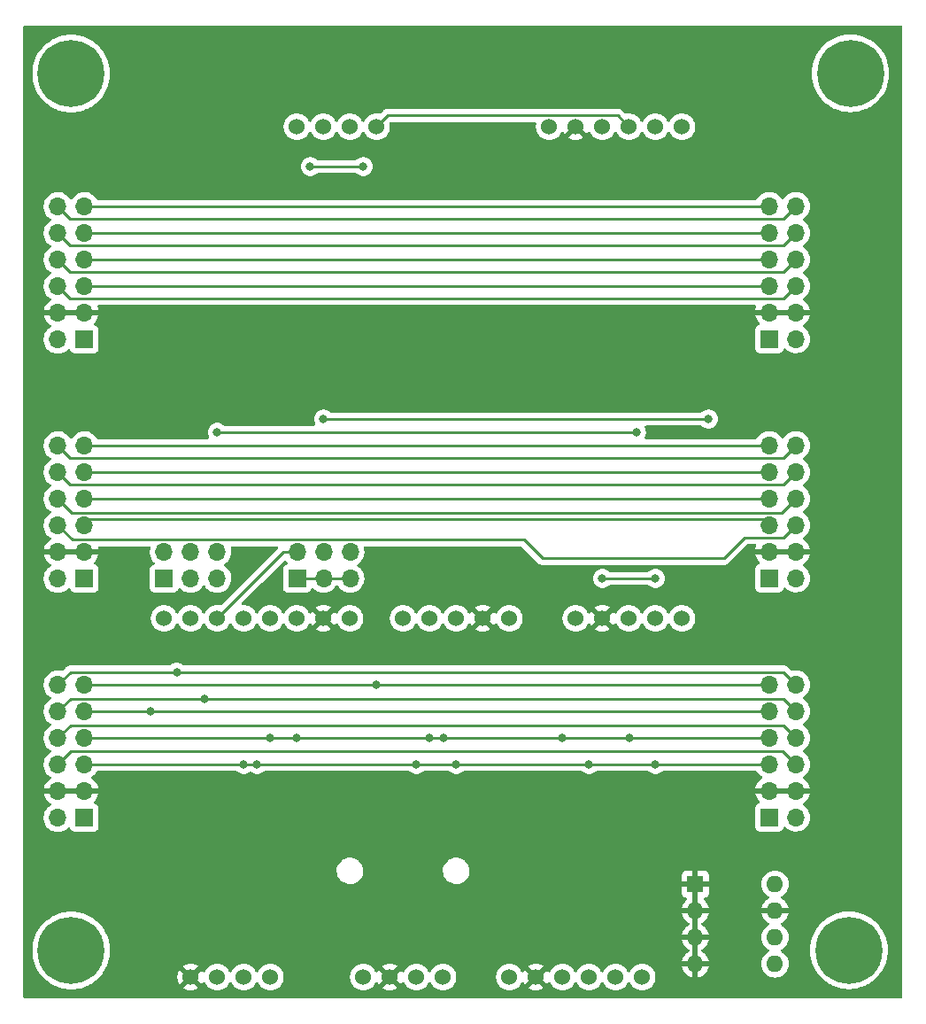
<source format=gbr>
%TF.GenerationSoftware,KiCad,Pcbnew,(6.0.5)*%
%TF.CreationDate,2022-07-08T15:37:01+02:00*%
%TF.ProjectId,i2c_modules,6932635f-6d6f-4647-956c-65732e6b6963,rev?*%
%TF.SameCoordinates,Original*%
%TF.FileFunction,Copper,L2,Bot*%
%TF.FilePolarity,Positive*%
%FSLAX46Y46*%
G04 Gerber Fmt 4.6, Leading zero omitted, Abs format (unit mm)*
G04 Created by KiCad (PCBNEW (6.0.5)) date 2022-07-08 15:37:01*
%MOMM*%
%LPD*%
G01*
G04 APERTURE LIST*
%TA.AperFunction,ComponentPad*%
%ADD10C,1.524000*%
%TD*%
%TA.AperFunction,ComponentPad*%
%ADD11R,1.700000X1.700000*%
%TD*%
%TA.AperFunction,ComponentPad*%
%ADD12O,1.700000X1.700000*%
%TD*%
%TA.AperFunction,ComponentPad*%
%ADD13R,1.600000X1.600000*%
%TD*%
%TA.AperFunction,ComponentPad*%
%ADD14O,1.600000X1.600000*%
%TD*%
%TA.AperFunction,ComponentPad*%
%ADD15C,0.800000*%
%TD*%
%TA.AperFunction,ComponentPad*%
%ADD16C,6.400000*%
%TD*%
%TA.AperFunction,ViaPad*%
%ADD17C,0.800000*%
%TD*%
%TA.AperFunction,Conductor*%
%ADD18C,0.250000*%
%TD*%
G04 APERTURE END LIST*
D10*
%TO.P,U1,1,VCC*%
%TO.N,VCC*%
X104140000Y-100330000D03*
%TO.P,U1,2,GND*%
%TO.N,GND*%
X101600000Y-100330000D03*
%TO.P,U1,3,SDA*%
%TO.N,SDA*%
X99060000Y-100330000D03*
%TO.P,U1,4,SCL*%
%TO.N,SCL*%
X96520000Y-100330000D03*
%TO.P,U1,5,OS*%
%TO.N,LM75B_OS*%
X93980000Y-100330000D03*
%TD*%
%TO.P,U2,1,ADDR*%
%TO.N,BH1750_ADDR*%
X120650000Y-100330000D03*
%TO.P,U2,2,SDA*%
%TO.N,SDA*%
X118110000Y-100330000D03*
%TO.P,U2,3,SCL*%
%TO.N,SCL*%
X115570000Y-100330000D03*
%TO.P,U2,4,GND*%
%TO.N,GND*%
X113030000Y-100330000D03*
%TO.P,U2,5,VCC*%
%TO.N,VCC*%
X110490000Y-100330000D03*
%TD*%
%TO.P,U3,1,GND*%
%TO.N,GND*%
X73660000Y-134620000D03*
%TO.P,U3,2,VCC*%
%TO.N,VCC*%
X76200000Y-134620000D03*
%TO.P,U3,3,SDA*%
%TO.N,SDA*%
X78740000Y-134620000D03*
%TO.P,U3,4,SCL*%
%TO.N,SCL*%
X81280000Y-134620000D03*
%TD*%
%TO.P,U4,1,VCC*%
%TO.N,VCC*%
X90170000Y-134620000D03*
%TO.P,U4,2,GND*%
%TO.N,GND*%
X92710000Y-134620000D03*
%TO.P,U4,3,SDA*%
%TO.N,SDA*%
X95250000Y-134620000D03*
%TO.P,U4,4,SCL*%
%TO.N,SCL*%
X97790000Y-134620000D03*
%TD*%
%TO.P,U5,1,INT*%
%TO.N,PCF8563_~{INT}*%
X120650000Y-53340000D03*
%TO.P,U5,2,COT*%
%TO.N,PCF8563_CLKOUT*%
X118110000Y-53340000D03*
%TO.P,U5,3,SCL*%
%TO.N,SCL*%
X115570000Y-53340000D03*
%TO.P,U5,4,SDA*%
%TO.N,SDA*%
X113030000Y-53340000D03*
%TO.P,U5,5,GND*%
%TO.N,GND*%
X110490000Y-53340000D03*
%TO.P,U5,6,VCC*%
%TO.N,VCC*%
X107950000Y-53340000D03*
%TD*%
%TO.P,U9,1,VCC*%
%TO.N,VCC*%
X104140000Y-134620000D03*
%TO.P,U9,2,GND*%
%TO.N,GND*%
X106680000Y-134620000D03*
%TO.P,U9,3,SCL*%
%TO.N,SCL*%
X109220000Y-134620000D03*
%TO.P,U9,4,SDA*%
%TO.N,SDA*%
X111760000Y-134620000D03*
%TO.P,U9,5,~{CS}*%
%TO.N,BMP_I2C*%
X114300000Y-134620000D03*
%TO.P,U9,6,SDO*%
%TO.N,BMP_ADDR*%
X116840000Y-134620000D03*
%TD*%
%TO.P,U6,1,VCC*%
%TO.N,VCC*%
X88900000Y-100330000D03*
%TO.P,U6,2,GND*%
%TO.N,GND*%
X86360000Y-100330000D03*
%TO.P,U6,3,SCL*%
%TO.N,SCL*%
X83820000Y-100330000D03*
%TO.P,U6,4,SDA*%
%TO.N,SDA*%
X81280000Y-100330000D03*
%TO.P,U6,5,WAK*%
%TO.N,CCS811_~{WAKE}*%
X78740000Y-100330000D03*
%TO.P,U6,6,INT*%
%TO.N,CSS811_INT*%
X76200000Y-100330000D03*
%TO.P,U6,7,RST*%
%TO.N,CCS811_~{RESET}*%
X73660000Y-100330000D03*
%TO.P,U6,8,ADD*%
%TO.N,CSS811_ADDR*%
X71120000Y-100330000D03*
%TD*%
D11*
%TO.P,J1,1,Pin_1*%
%TO.N,VCC*%
X63500000Y-119380000D03*
D12*
%TO.P,J1,2,Pin_2*%
X60960000Y-119380000D03*
%TO.P,J1,3,Pin_3*%
%TO.N,GND*%
X63500000Y-116840000D03*
%TO.P,J1,4,Pin_4*%
X60960000Y-116840000D03*
%TO.P,J1,5,Pin_5*%
%TO.N,SDA*%
X63500000Y-114300000D03*
%TO.P,J1,6,Pin_6*%
%TO.N,IO4*%
X60960000Y-114300000D03*
%TO.P,J1,7,Pin_7*%
%TO.N,SCL*%
X63500000Y-111760000D03*
%TO.P,J1,8,Pin_8*%
%TO.N,IO3*%
X60960000Y-111760000D03*
%TO.P,J1,9,Pin_9*%
%TO.N,RESET*%
X63500000Y-109220000D03*
%TO.P,J1,10,Pin_10*%
%TO.N,IO2*%
X60960000Y-109220000D03*
%TO.P,J1,11,Pin_11*%
%TO.N,INT*%
X63500000Y-106680000D03*
%TO.P,J1,12,Pin_12*%
%TO.N,IO1*%
X60960000Y-106680000D03*
%TD*%
D11*
%TO.P,J2,1,Pin_1*%
%TO.N,VCC*%
X63500000Y-96520000D03*
D12*
%TO.P,J2,2,Pin_2*%
X60960000Y-96520000D03*
%TO.P,J2,3,Pin_3*%
%TO.N,GND*%
X63500000Y-93980000D03*
%TO.P,J2,4,Pin_4*%
X60960000Y-93980000D03*
%TO.P,J2,5,Pin_5*%
%TO.N,PMOD_UART_RTS*%
X63500000Y-91440000D03*
%TO.P,J2,6,Pin_6*%
%TO.N,PMOD_UART_GPIO4*%
X60960000Y-91440000D03*
%TO.P,J2,7,Pin_7*%
%TO.N,PMOD_UART_RXD*%
X63500000Y-88900000D03*
%TO.P,J2,8,Pin_8*%
%TO.N,PMOD_UART_GPIO3*%
X60960000Y-88900000D03*
%TO.P,J2,9,Pin_9*%
%TO.N,PMOD_UART_TXD*%
X63500000Y-86360000D03*
%TO.P,J2,10,Pin_10*%
%TO.N,PMOD_UART_RESET*%
X60960000Y-86360000D03*
%TO.P,J2,11,Pin_11*%
%TO.N,PMOD_UART_CTS*%
X63500000Y-83820000D03*
%TO.P,J2,12,Pin_12*%
%TO.N,PMOD_UART_INT*%
X60960000Y-83820000D03*
%TD*%
D11*
%TO.P,J3,1,Pin_1*%
%TO.N,VCC*%
X63500000Y-73660000D03*
D12*
%TO.P,J3,2,Pin_2*%
X60960000Y-73660000D03*
%TO.P,J3,3,Pin_3*%
%TO.N,GND*%
X63500000Y-71120000D03*
%TO.P,J3,4,Pin_4*%
X60960000Y-71120000D03*
%TO.P,J3,5,Pin_5*%
%TO.N,PMOD_SPI_SCK*%
X63500000Y-68580000D03*
%TO.P,J3,6,Pin_6*%
%TO.N,PMOD_SPI_CS3*%
X60960000Y-68580000D03*
%TO.P,J3,7,Pin_7*%
%TO.N,PMOD_SPI_MISO*%
X63500000Y-66040000D03*
%TO.P,J3,8,Pin_8*%
%TO.N,PMOD_SPI_CS2*%
X60960000Y-66040000D03*
%TO.P,J3,9,Pin_9*%
%TO.N,PMOD_SPI_MOSI*%
X63500000Y-63500000D03*
%TO.P,J3,10,Pin_10*%
%TO.N,PMOD_SPI_RESET*%
X60960000Y-63500000D03*
%TO.P,J3,11,Pin_11*%
%TO.N,PMOD_SPI_CS*%
X63500000Y-60960000D03*
%TO.P,J3,12,Pin_12*%
%TO.N,PMOD_SPI_INT*%
X60960000Y-60960000D03*
%TD*%
D13*
%TO.P,U7,1,A0*%
%TO.N,GND*%
X121930000Y-125740000D03*
D14*
%TO.P,U7,2,A1*%
X121930000Y-128280000D03*
%TO.P,U7,3,A2*%
X121930000Y-130820000D03*
%TO.P,U7,4,GND*%
X121930000Y-133360000D03*
%TO.P,U7,5,SDA*%
%TO.N,SDA*%
X129550000Y-133360000D03*
%TO.P,U7,6,SCL*%
%TO.N,SCL*%
X129550000Y-130820000D03*
%TO.P,U7,7,WP*%
%TO.N,GND*%
X129550000Y-128280000D03*
%TO.P,U7,8,VCC*%
%TO.N,VCC*%
X129550000Y-125740000D03*
%TD*%
D11*
%TO.P,J4,1,Pin_1*%
%TO.N,VCC*%
X128995000Y-119355000D03*
D12*
%TO.P,J4,2,Pin_2*%
X131535000Y-119355000D03*
%TO.P,J4,3,Pin_3*%
%TO.N,GND*%
X128995000Y-116815000D03*
%TO.P,J4,4,Pin_4*%
X131535000Y-116815000D03*
%TO.P,J4,5,Pin_5*%
%TO.N,SDA*%
X128995000Y-114275000D03*
%TO.P,J4,6,Pin_6*%
%TO.N,IO4*%
X131535000Y-114275000D03*
%TO.P,J4,7,Pin_7*%
%TO.N,SCL*%
X128995000Y-111735000D03*
%TO.P,J4,8,Pin_8*%
%TO.N,IO3*%
X131535000Y-111735000D03*
%TO.P,J4,9,Pin_9*%
%TO.N,RESET*%
X128995000Y-109195000D03*
%TO.P,J4,10,Pin_10*%
%TO.N,IO2*%
X131535000Y-109195000D03*
%TO.P,J4,11,Pin_11*%
%TO.N,INT*%
X128995000Y-106655000D03*
%TO.P,J4,12,Pin_12*%
%TO.N,IO1*%
X131535000Y-106655000D03*
%TD*%
D11*
%TO.P,J5,1,Pin_1*%
%TO.N,VCC*%
X128995000Y-96495000D03*
D12*
%TO.P,J5,2,Pin_2*%
X131535000Y-96495000D03*
%TO.P,J5,3,Pin_3*%
%TO.N,GND*%
X128995000Y-93955000D03*
%TO.P,J5,4,Pin_4*%
X131535000Y-93955000D03*
%TO.P,J5,5,Pin_5*%
%TO.N,PMOD_UART_RTS*%
X128995000Y-91415000D03*
%TO.P,J5,6,Pin_6*%
%TO.N,PMOD_UART_GPIO4*%
X131535000Y-91415000D03*
%TO.P,J5,7,Pin_7*%
%TO.N,PMOD_UART_RXD*%
X128995000Y-88875000D03*
%TO.P,J5,8,Pin_8*%
%TO.N,PMOD_UART_GPIO3*%
X131535000Y-88875000D03*
%TO.P,J5,9,Pin_9*%
%TO.N,PMOD_UART_TXD*%
X128995000Y-86335000D03*
%TO.P,J5,10,Pin_10*%
%TO.N,PMOD_UART_RESET*%
X131535000Y-86335000D03*
%TO.P,J5,11,Pin_11*%
%TO.N,PMOD_UART_CTS*%
X128995000Y-83795000D03*
%TO.P,J5,12,Pin_12*%
%TO.N,PMOD_UART_INT*%
X131535000Y-83795000D03*
%TD*%
D11*
%TO.P,J6,1,Pin_1*%
%TO.N,VCC*%
X128995000Y-73635000D03*
D12*
%TO.P,J6,2,Pin_2*%
X131535000Y-73635000D03*
%TO.P,J6,3,Pin_3*%
%TO.N,GND*%
X128995000Y-71095000D03*
%TO.P,J6,4,Pin_4*%
X131535000Y-71095000D03*
%TO.P,J6,5,Pin_5*%
%TO.N,PMOD_SPI_SCK*%
X128995000Y-68555000D03*
%TO.P,J6,6,Pin_6*%
%TO.N,PMOD_SPI_CS3*%
X131535000Y-68555000D03*
%TO.P,J6,7,Pin_7*%
%TO.N,PMOD_SPI_MISO*%
X128995000Y-66015000D03*
%TO.P,J6,8,Pin_8*%
%TO.N,PMOD_SPI_CS2*%
X131535000Y-66015000D03*
%TO.P,J6,9,Pin_9*%
%TO.N,PMOD_SPI_MOSI*%
X128995000Y-63475000D03*
%TO.P,J6,10,Pin_10*%
%TO.N,PMOD_SPI_RESET*%
X131535000Y-63475000D03*
%TO.P,J6,11,Pin_11*%
%TO.N,PMOD_SPI_CS*%
X128995000Y-60935000D03*
%TO.P,J6,12,Pin_12*%
%TO.N,PMOD_SPI_INT*%
X131535000Y-60935000D03*
%TD*%
D15*
%TO.P,H1,1*%
%TO.N,N/C*%
X62230000Y-45860000D03*
X63927056Y-46562944D03*
X63927056Y-49957056D03*
X59830000Y-48260000D03*
X64630000Y-48260000D03*
D16*
X62230000Y-48260000D03*
D15*
X62230000Y-50660000D03*
X60532944Y-46562944D03*
X60532944Y-49957056D03*
%TD*%
%TO.P,H2,1*%
%TO.N,N/C*%
X60532944Y-130382944D03*
X62230000Y-134480000D03*
X64630000Y-132080000D03*
X63927056Y-133777056D03*
D16*
X62230000Y-132080000D03*
D15*
X60532944Y-133777056D03*
X63927056Y-130382944D03*
X62230000Y-129680000D03*
X59830000Y-132080000D03*
%TD*%
%TO.P,H3,1*%
%TO.N,N/C*%
X136755000Y-50635000D03*
X136755000Y-45835000D03*
X138452056Y-49932056D03*
X134355000Y-48235000D03*
X138452056Y-46537944D03*
X135057944Y-46537944D03*
X135057944Y-49932056D03*
X139155000Y-48235000D03*
D16*
X136755000Y-48235000D03*
%TD*%
D15*
%TO.P,H4,1*%
%TO.N,N/C*%
X134215000Y-132055000D03*
X138312056Y-133752056D03*
X139015000Y-132055000D03*
X134917944Y-133752056D03*
X134917944Y-130357944D03*
X138312056Y-130357944D03*
X136615000Y-129655000D03*
D16*
X136615000Y-132055000D03*
D15*
X136615000Y-134455000D03*
%TD*%
D10*
%TO.P,U8,1,PWR*%
%TO.N,OLED_PWR_1*%
X83820000Y-53340000D03*
%TO.P,U8,2,PWR*%
%TO.N,OLED_PWR_2*%
X86360000Y-53340000D03*
%TO.P,U8,3,SDA*%
%TO.N,SDA*%
X88900000Y-53340000D03*
%TO.P,U8,4,SCL*%
%TO.N,SCL*%
X91440000Y-53340000D03*
%TD*%
D11*
%TO.P,J8,1,Pin_1*%
%TO.N,RESET*%
X71120000Y-96520000D03*
D12*
%TO.P,J8,2,Pin_2*%
%TO.N,CCS811_~{RESET}*%
X71120000Y-93980000D03*
%TO.P,J8,3,Pin_3*%
%TO.N,IO1*%
X73660000Y-96520000D03*
%TO.P,J8,4,Pin_4*%
%TO.N,CCS811_~{WAKE}*%
X73660000Y-93980000D03*
%TO.P,J8,5,Pin_5*%
%TO.N,IO2*%
X76200000Y-96520000D03*
%TO.P,J8,6,Pin_6*%
%TO.N,PCF8563_CLKOUT*%
X76200000Y-93980000D03*
%TD*%
D11*
%TO.P,J7,1,Pin_1*%
%TO.N,INT*%
X83835000Y-96520000D03*
D12*
%TO.P,J7,2,Pin_2*%
%TO.N,CSS811_INT*%
X83835000Y-93980000D03*
%TO.P,J7,3,Pin_3*%
%TO.N,INT*%
X86375000Y-96520000D03*
%TO.P,J7,4,Pin_4*%
%TO.N,PCF8563_~{INT}*%
X86375000Y-93980000D03*
%TO.P,J7,5,Pin_5*%
%TO.N,INT*%
X88915000Y-96520000D03*
%TO.P,J7,6,Pin_6*%
%TO.N,LM75B_OS*%
X88915000Y-93980000D03*
%TD*%
D17*
%TO.N,SCL*%
X115595000Y-111735000D03*
X96520000Y-111760000D03*
X109195000Y-111735000D03*
X97815000Y-111735000D03*
X83820000Y-111760000D03*
X81255000Y-111735000D03*
%TO.N,SDA*%
X78740000Y-114300000D03*
X118110000Y-114300000D03*
X111760000Y-114300000D03*
X99060000Y-114300000D03*
X95250000Y-114300000D03*
X113030000Y-96520000D03*
X80010000Y-114300000D03*
X118110000Y-96520000D03*
%TO.N,GND*%
X82550000Y-57150000D03*
X116840000Y-125730000D03*
X120650000Y-116840000D03*
X77470000Y-115570000D03*
X71120000Y-115570000D03*
%TO.N,VCC*%
X90170000Y-57150000D03*
X85090000Y-57150000D03*
%TO.N,RESET*%
X69820500Y-109220000D03*
%TO.N,IO2*%
X75000489Y-108020489D03*
%TO.N,INT*%
X91440000Y-106680000D03*
%TO.N,IO1*%
X72319511Y-105480489D03*
%TO.N,PCF8563_CLKOUT*%
X116294500Y-82550000D03*
X76200000Y-82550000D03*
%TO.N,PCF8563_~{INT}*%
X86360000Y-81280000D03*
X123190000Y-81280000D03*
%TD*%
D18*
%TO.N,SCL*%
X128995000Y-111735000D02*
X115595000Y-111735000D01*
X109195000Y-111735000D02*
X97815000Y-111735000D01*
X97815000Y-111735000D02*
X85065000Y-111735000D01*
X115570000Y-53340000D02*
X114483489Y-52253489D01*
X114483489Y-52253489D02*
X92526511Y-52253489D01*
X115595000Y-111735000D02*
X109195000Y-111735000D01*
X81255000Y-111735000D02*
X63525000Y-111735000D01*
X63525000Y-111735000D02*
X63500000Y-111760000D01*
X92526511Y-52253489D02*
X91440000Y-53340000D01*
X85065000Y-111735000D02*
X81255000Y-111735000D01*
%TO.N,SDA*%
X128970000Y-114300000D02*
X128995000Y-114275000D01*
X118110000Y-114300000D02*
X128970000Y-114300000D01*
X95250000Y-114300000D02*
X99060000Y-114300000D01*
X78740000Y-114300000D02*
X95250000Y-114300000D01*
X63500000Y-114300000D02*
X78740000Y-114300000D01*
X99060000Y-114300000D02*
X118110000Y-114300000D01*
X113030000Y-96520000D02*
X118110000Y-96520000D01*
%TO.N,VCC*%
X90170000Y-57150000D02*
X85090000Y-57150000D01*
%TO.N,IO4*%
X62230000Y-113030000D02*
X130290000Y-113030000D01*
X130290000Y-113030000D02*
X131535000Y-114275000D01*
X60960000Y-114300000D02*
X62230000Y-113030000D01*
%TO.N,IO3*%
X130360489Y-110560489D02*
X62159511Y-110560489D01*
X131535000Y-111735000D02*
X130360489Y-110560489D01*
X62159511Y-110560489D02*
X60960000Y-111760000D01*
%TO.N,RESET*%
X63500000Y-109220000D02*
X128970000Y-109220000D01*
X128970000Y-109220000D02*
X128995000Y-109195000D01*
%TO.N,IO2*%
X131535000Y-109195000D02*
X130360489Y-108020489D01*
X62159511Y-108020489D02*
X60960000Y-109220000D01*
X75000489Y-108020489D02*
X62159511Y-108020489D01*
X130360489Y-108020489D02*
X75000489Y-108020489D01*
%TO.N,INT*%
X91440000Y-106680000D02*
X128970000Y-106680000D01*
X63500000Y-106680000D02*
X91440000Y-106680000D01*
X83835000Y-96520000D02*
X88915000Y-96520000D01*
X128970000Y-106680000D02*
X128995000Y-106655000D01*
%TO.N,IO1*%
X131535000Y-106655000D02*
X130360489Y-105480489D01*
X62159511Y-105480489D02*
X60960000Y-106680000D01*
X130360489Y-105480489D02*
X72319511Y-105480489D01*
X72319511Y-105480489D02*
X62159511Y-105480489D01*
%TO.N,PCF8563_CLKOUT*%
X116294500Y-82550000D02*
X76200000Y-82550000D01*
%TO.N,PCF8563_~{INT}*%
X123190000Y-81280000D02*
X86360000Y-81280000D01*
%TO.N,CSS811_INT*%
X83835000Y-93980000D02*
X82550000Y-93980000D01*
X82550000Y-93980000D02*
X76200000Y-100330000D01*
%TO.N,PMOD_UART_RESET*%
X62134511Y-87534511D02*
X60960000Y-86360000D01*
X131535000Y-86335000D02*
X130335489Y-87534511D01*
X130335489Y-87534511D02*
X62134511Y-87534511D01*
%TO.N,PMOD_UART_INT*%
X131535000Y-83795000D02*
X130335489Y-84994511D01*
X130335489Y-84994511D02*
X62134511Y-84994511D01*
X62134511Y-84994511D02*
X60960000Y-83820000D01*
%TO.N,PMOD_UART_CTS*%
X63500000Y-83820000D02*
X128970000Y-83820000D01*
X128970000Y-83820000D02*
X128995000Y-83795000D01*
%TO.N,PMOD_UART_TXD*%
X63500000Y-86360000D02*
X128970000Y-86360000D01*
X128970000Y-86360000D02*
X128995000Y-86335000D01*
%TO.N,PMOD_UART_GPIO3*%
X131535000Y-88875000D02*
X130169511Y-90240489D01*
X130169511Y-90240489D02*
X62300489Y-90240489D01*
X62300489Y-90240489D02*
X60960000Y-88900000D01*
%TO.N,PMOD_UART_RXD*%
X63500000Y-88900000D02*
X128970000Y-88900000D01*
X128970000Y-88900000D02*
X128995000Y-88875000D01*
%TO.N,PMOD_UART_GPIO4*%
X105505489Y-92805489D02*
X107284521Y-94584521D01*
X130360489Y-92589511D02*
X131535000Y-91415000D01*
X60960000Y-91440000D02*
X62325489Y-92805489D01*
X107284521Y-94584521D02*
X124675968Y-94584521D01*
X62325489Y-92805489D02*
X105505489Y-92805489D01*
X126670978Y-92589511D02*
X130360489Y-92589511D01*
X124675968Y-94584521D02*
X126670978Y-92589511D01*
%TO.N,PMOD_UART_RTS*%
X128415479Y-90835479D02*
X128995000Y-91415000D01*
X63500000Y-91440000D02*
X64104521Y-90835479D01*
X64104521Y-90835479D02*
X128415479Y-90835479D01*
%TO.N,PMOD_SPI_INT*%
X131535000Y-60935000D02*
X130335489Y-62134511D01*
X62134511Y-62134511D02*
X60960000Y-60960000D01*
X130335489Y-62134511D02*
X62134511Y-62134511D01*
%TO.N,PMOD_SPI_CS*%
X128970000Y-60960000D02*
X128995000Y-60935000D01*
X63500000Y-60960000D02*
X128970000Y-60960000D01*
%TO.N,PMOD_SPI_RESET*%
X130360489Y-64649511D02*
X65469991Y-64649511D01*
X62134511Y-64674511D02*
X60960000Y-63500000D01*
X65444991Y-64674511D02*
X62134511Y-64674511D01*
X65469991Y-64649511D02*
X65444991Y-64674511D01*
X131535000Y-63475000D02*
X130360489Y-64649511D01*
%TO.N,PMOD_SPI_MOSI*%
X128970000Y-63500000D02*
X128995000Y-63475000D01*
X63500000Y-63500000D02*
X128970000Y-63500000D01*
%TO.N,PMOD_SPI_CS2*%
X131535000Y-66015000D02*
X130335489Y-67214511D01*
X62134511Y-67214511D02*
X60960000Y-66040000D01*
X130335489Y-67214511D02*
X62134511Y-67214511D01*
%TO.N,PMOD_SPI_MISO*%
X63500000Y-66040000D02*
X128970000Y-66040000D01*
X128970000Y-66040000D02*
X128995000Y-66015000D01*
%TO.N,PMOD_SPI_CS3*%
X130335489Y-69754511D02*
X62134511Y-69754511D01*
X62134511Y-69754511D02*
X60960000Y-68580000D01*
X131535000Y-68555000D02*
X130335489Y-69754511D01*
%TO.N,PMOD_SPI_SCK*%
X63500000Y-68580000D02*
X128970000Y-68580000D01*
X128970000Y-68580000D02*
X128995000Y-68555000D01*
%TD*%
%TA.AperFunction,Conductor*%
%TO.N,GND*%
G36*
X141673621Y-43708502D02*
G01*
X141720114Y-43762158D01*
X141731500Y-43814500D01*
X141731500Y-136525500D01*
X141711498Y-136593621D01*
X141657842Y-136640114D01*
X141605500Y-136651500D01*
X57784500Y-136651500D01*
X57716379Y-136631498D01*
X57669886Y-136577842D01*
X57658500Y-136525500D01*
X57658500Y-132080000D01*
X58516411Y-132080000D01*
X58536754Y-132468176D01*
X58537267Y-132471416D01*
X58537268Y-132471424D01*
X58565268Y-132648207D01*
X58597562Y-132852099D01*
X58698167Y-133227562D01*
X58837468Y-133590453D01*
X58838966Y-133593393D01*
X59011601Y-133932207D01*
X59013938Y-133936794D01*
X59015734Y-133939560D01*
X59015736Y-133939563D01*
X59177907Y-134189285D01*
X59225643Y-134262793D01*
X59311937Y-134369357D01*
X59447947Y-134537314D01*
X59470266Y-134564876D01*
X59745124Y-134839734D01*
X60047207Y-135084357D01*
X60049970Y-135086152D01*
X60049971Y-135086152D01*
X60337017Y-135272561D01*
X60373205Y-135296062D01*
X60376139Y-135297557D01*
X60376146Y-135297561D01*
X60662918Y-135443678D01*
X60719547Y-135472532D01*
X61082438Y-135611833D01*
X61457901Y-135712438D01*
X61661793Y-135744732D01*
X61838576Y-135772732D01*
X61838584Y-135772733D01*
X61841824Y-135773246D01*
X62230000Y-135793589D01*
X62618176Y-135773246D01*
X62621416Y-135772733D01*
X62621424Y-135772732D01*
X62798207Y-135744732D01*
X63002099Y-135712438D01*
X63127724Y-135678777D01*
X72965777Y-135678777D01*
X72975074Y-135690793D01*
X73018069Y-135720898D01*
X73027555Y-135726376D01*
X73218993Y-135815645D01*
X73229285Y-135819391D01*
X73433309Y-135874059D01*
X73444104Y-135875962D01*
X73654525Y-135894372D01*
X73665475Y-135894372D01*
X73875896Y-135875962D01*
X73886691Y-135874059D01*
X74090715Y-135819391D01*
X74101007Y-135815645D01*
X74292445Y-135726376D01*
X74301931Y-135720898D01*
X74345764Y-135690207D01*
X74354139Y-135679729D01*
X74347071Y-135666281D01*
X73672812Y-134992022D01*
X73658868Y-134984408D01*
X73657035Y-134984539D01*
X73650420Y-134988790D01*
X72972207Y-135667003D01*
X72965777Y-135678777D01*
X63127724Y-135678777D01*
X63377562Y-135611833D01*
X63740453Y-135472532D01*
X63797082Y-135443678D01*
X64083854Y-135297561D01*
X64083861Y-135297557D01*
X64086795Y-135296062D01*
X64122984Y-135272561D01*
X64410029Y-135086152D01*
X64410030Y-135086152D01*
X64412793Y-135084357D01*
X64714876Y-134839734D01*
X64929135Y-134625475D01*
X72385628Y-134625475D01*
X72404038Y-134835896D01*
X72405941Y-134846691D01*
X72460609Y-135050715D01*
X72464355Y-135061007D01*
X72553623Y-135252441D01*
X72559103Y-135261932D01*
X72589794Y-135305765D01*
X72600271Y-135314140D01*
X72613718Y-135307072D01*
X73287978Y-134632812D01*
X73294356Y-134621132D01*
X74024408Y-134621132D01*
X74024539Y-134622965D01*
X74028790Y-134629580D01*
X74707003Y-135307793D01*
X74718777Y-135314223D01*
X74730793Y-135304926D01*
X74760897Y-135261932D01*
X74766377Y-135252441D01*
X74815529Y-135147035D01*
X74862447Y-135093750D01*
X74930724Y-135074289D01*
X74998684Y-135094831D01*
X75043919Y-135147035D01*
X75093186Y-135252689D01*
X75093189Y-135252694D01*
X75095512Y-135257676D01*
X75098668Y-135262183D01*
X75098669Y-135262185D01*
X75135107Y-135314223D01*
X75223023Y-135439781D01*
X75380219Y-135596977D01*
X75384727Y-135600134D01*
X75384730Y-135600136D01*
X75460495Y-135653187D01*
X75562323Y-135724488D01*
X75567305Y-135726811D01*
X75567310Y-135726814D01*
X75757810Y-135815645D01*
X75763804Y-135818440D01*
X75769112Y-135819862D01*
X75769114Y-135819863D01*
X75834949Y-135837503D01*
X75978537Y-135875978D01*
X76200000Y-135895353D01*
X76421463Y-135875978D01*
X76565051Y-135837503D01*
X76630886Y-135819863D01*
X76630888Y-135819862D01*
X76636196Y-135818440D01*
X76642190Y-135815645D01*
X76832690Y-135726814D01*
X76832695Y-135726811D01*
X76837677Y-135724488D01*
X76939505Y-135653187D01*
X77015270Y-135600136D01*
X77015273Y-135600134D01*
X77019781Y-135596977D01*
X77176977Y-135439781D01*
X77264894Y-135314223D01*
X77301331Y-135262185D01*
X77301332Y-135262183D01*
X77304488Y-135257676D01*
X77306811Y-135252694D01*
X77306814Y-135252689D01*
X77355805Y-135147627D01*
X77402723Y-135094342D01*
X77471000Y-135074881D01*
X77538960Y-135095423D01*
X77584195Y-135147627D01*
X77633186Y-135252689D01*
X77633189Y-135252694D01*
X77635512Y-135257676D01*
X77638668Y-135262183D01*
X77638669Y-135262185D01*
X77675107Y-135314223D01*
X77763023Y-135439781D01*
X77920219Y-135596977D01*
X77924727Y-135600134D01*
X77924730Y-135600136D01*
X78000495Y-135653187D01*
X78102323Y-135724488D01*
X78107305Y-135726811D01*
X78107310Y-135726814D01*
X78297810Y-135815645D01*
X78303804Y-135818440D01*
X78309112Y-135819862D01*
X78309114Y-135819863D01*
X78374949Y-135837503D01*
X78518537Y-135875978D01*
X78740000Y-135895353D01*
X78961463Y-135875978D01*
X79105051Y-135837503D01*
X79170886Y-135819863D01*
X79170888Y-135819862D01*
X79176196Y-135818440D01*
X79182190Y-135815645D01*
X79372690Y-135726814D01*
X79372695Y-135726811D01*
X79377677Y-135724488D01*
X79479505Y-135653187D01*
X79555270Y-135600136D01*
X79555273Y-135600134D01*
X79559781Y-135596977D01*
X79716977Y-135439781D01*
X79804894Y-135314223D01*
X79841331Y-135262185D01*
X79841332Y-135262183D01*
X79844488Y-135257676D01*
X79846811Y-135252694D01*
X79846814Y-135252689D01*
X79895805Y-135147627D01*
X79942723Y-135094342D01*
X80011000Y-135074881D01*
X80078960Y-135095423D01*
X80124195Y-135147627D01*
X80173186Y-135252689D01*
X80173189Y-135252694D01*
X80175512Y-135257676D01*
X80178668Y-135262183D01*
X80178669Y-135262185D01*
X80215107Y-135314223D01*
X80303023Y-135439781D01*
X80460219Y-135596977D01*
X80464727Y-135600134D01*
X80464730Y-135600136D01*
X80540495Y-135653187D01*
X80642323Y-135724488D01*
X80647305Y-135726811D01*
X80647310Y-135726814D01*
X80837810Y-135815645D01*
X80843804Y-135818440D01*
X80849112Y-135819862D01*
X80849114Y-135819863D01*
X80914949Y-135837503D01*
X81058537Y-135875978D01*
X81280000Y-135895353D01*
X81501463Y-135875978D01*
X81645051Y-135837503D01*
X81710886Y-135819863D01*
X81710888Y-135819862D01*
X81716196Y-135818440D01*
X81722190Y-135815645D01*
X81912690Y-135726814D01*
X81912695Y-135726811D01*
X81917677Y-135724488D01*
X82019505Y-135653187D01*
X82095270Y-135600136D01*
X82095273Y-135600134D01*
X82099781Y-135596977D01*
X82256977Y-135439781D01*
X82344894Y-135314223D01*
X82381331Y-135262185D01*
X82381332Y-135262183D01*
X82384488Y-135257676D01*
X82386811Y-135252694D01*
X82386814Y-135252689D01*
X82476117Y-135061178D01*
X82476118Y-135061177D01*
X82478440Y-135056196D01*
X82535978Y-134841463D01*
X82555353Y-134620000D01*
X88894647Y-134620000D01*
X88914022Y-134841463D01*
X88971560Y-135056196D01*
X88973882Y-135061177D01*
X88973883Y-135061178D01*
X89063186Y-135252689D01*
X89063189Y-135252694D01*
X89065512Y-135257676D01*
X89068668Y-135262183D01*
X89068669Y-135262185D01*
X89105107Y-135314223D01*
X89193023Y-135439781D01*
X89350219Y-135596977D01*
X89354727Y-135600134D01*
X89354730Y-135600136D01*
X89430495Y-135653187D01*
X89532323Y-135724488D01*
X89537305Y-135726811D01*
X89537310Y-135726814D01*
X89727810Y-135815645D01*
X89733804Y-135818440D01*
X89739112Y-135819862D01*
X89739114Y-135819863D01*
X89804949Y-135837503D01*
X89948537Y-135875978D01*
X90170000Y-135895353D01*
X90391463Y-135875978D01*
X90535051Y-135837503D01*
X90600886Y-135819863D01*
X90600888Y-135819862D01*
X90606196Y-135818440D01*
X90612190Y-135815645D01*
X90802690Y-135726814D01*
X90802695Y-135726811D01*
X90807677Y-135724488D01*
X90872959Y-135678777D01*
X92015777Y-135678777D01*
X92025074Y-135690793D01*
X92068069Y-135720898D01*
X92077555Y-135726376D01*
X92268993Y-135815645D01*
X92279285Y-135819391D01*
X92483309Y-135874059D01*
X92494104Y-135875962D01*
X92704525Y-135894372D01*
X92715475Y-135894372D01*
X92925896Y-135875962D01*
X92936691Y-135874059D01*
X93140715Y-135819391D01*
X93151007Y-135815645D01*
X93342445Y-135726376D01*
X93351931Y-135720898D01*
X93395764Y-135690207D01*
X93404139Y-135679729D01*
X93397071Y-135666281D01*
X92722812Y-134992022D01*
X92708868Y-134984408D01*
X92707035Y-134984539D01*
X92700420Y-134988790D01*
X92022207Y-135667003D01*
X92015777Y-135678777D01*
X90872959Y-135678777D01*
X90909505Y-135653187D01*
X90985270Y-135600136D01*
X90985273Y-135600134D01*
X90989781Y-135596977D01*
X91146977Y-135439781D01*
X91234894Y-135314223D01*
X91271331Y-135262185D01*
X91271332Y-135262183D01*
X91274488Y-135257676D01*
X91276811Y-135252694D01*
X91276814Y-135252689D01*
X91326081Y-135147035D01*
X91372999Y-135093750D01*
X91441276Y-135074289D01*
X91509236Y-135094831D01*
X91554471Y-135147035D01*
X91603623Y-135252441D01*
X91609103Y-135261932D01*
X91639794Y-135305765D01*
X91650271Y-135314140D01*
X91663718Y-135307072D01*
X92337978Y-134632812D01*
X92344356Y-134621132D01*
X93074408Y-134621132D01*
X93074539Y-134622965D01*
X93078790Y-134629580D01*
X93757003Y-135307793D01*
X93768777Y-135314223D01*
X93780793Y-135304926D01*
X93810897Y-135261932D01*
X93816377Y-135252441D01*
X93865529Y-135147035D01*
X93912447Y-135093750D01*
X93980724Y-135074289D01*
X94048684Y-135094831D01*
X94093919Y-135147035D01*
X94143186Y-135252689D01*
X94143189Y-135252694D01*
X94145512Y-135257676D01*
X94148668Y-135262183D01*
X94148669Y-135262185D01*
X94185107Y-135314223D01*
X94273023Y-135439781D01*
X94430219Y-135596977D01*
X94434727Y-135600134D01*
X94434730Y-135600136D01*
X94510495Y-135653187D01*
X94612323Y-135724488D01*
X94617305Y-135726811D01*
X94617310Y-135726814D01*
X94807810Y-135815645D01*
X94813804Y-135818440D01*
X94819112Y-135819862D01*
X94819114Y-135819863D01*
X94884949Y-135837503D01*
X95028537Y-135875978D01*
X95250000Y-135895353D01*
X95471463Y-135875978D01*
X95615051Y-135837503D01*
X95680886Y-135819863D01*
X95680888Y-135819862D01*
X95686196Y-135818440D01*
X95692190Y-135815645D01*
X95882690Y-135726814D01*
X95882695Y-135726811D01*
X95887677Y-135724488D01*
X95989505Y-135653187D01*
X96065270Y-135600136D01*
X96065273Y-135600134D01*
X96069781Y-135596977D01*
X96226977Y-135439781D01*
X96314894Y-135314223D01*
X96351331Y-135262185D01*
X96351332Y-135262183D01*
X96354488Y-135257676D01*
X96356811Y-135252694D01*
X96356814Y-135252689D01*
X96405805Y-135147627D01*
X96452723Y-135094342D01*
X96521000Y-135074881D01*
X96588960Y-135095423D01*
X96634195Y-135147627D01*
X96683186Y-135252689D01*
X96683189Y-135252694D01*
X96685512Y-135257676D01*
X96688668Y-135262183D01*
X96688669Y-135262185D01*
X96725107Y-135314223D01*
X96813023Y-135439781D01*
X96970219Y-135596977D01*
X96974727Y-135600134D01*
X96974730Y-135600136D01*
X97050495Y-135653187D01*
X97152323Y-135724488D01*
X97157305Y-135726811D01*
X97157310Y-135726814D01*
X97347810Y-135815645D01*
X97353804Y-135818440D01*
X97359112Y-135819862D01*
X97359114Y-135819863D01*
X97424949Y-135837503D01*
X97568537Y-135875978D01*
X97790000Y-135895353D01*
X98011463Y-135875978D01*
X98155051Y-135837503D01*
X98220886Y-135819863D01*
X98220888Y-135819862D01*
X98226196Y-135818440D01*
X98232190Y-135815645D01*
X98422690Y-135726814D01*
X98422695Y-135726811D01*
X98427677Y-135724488D01*
X98529505Y-135653187D01*
X98605270Y-135600136D01*
X98605273Y-135600134D01*
X98609781Y-135596977D01*
X98766977Y-135439781D01*
X98854894Y-135314223D01*
X98891331Y-135262185D01*
X98891332Y-135262183D01*
X98894488Y-135257676D01*
X98896811Y-135252694D01*
X98896814Y-135252689D01*
X98986117Y-135061178D01*
X98986118Y-135061177D01*
X98988440Y-135056196D01*
X99045978Y-134841463D01*
X99065353Y-134620000D01*
X102864647Y-134620000D01*
X102884022Y-134841463D01*
X102941560Y-135056196D01*
X102943882Y-135061177D01*
X102943883Y-135061178D01*
X103033186Y-135252689D01*
X103033189Y-135252694D01*
X103035512Y-135257676D01*
X103038668Y-135262183D01*
X103038669Y-135262185D01*
X103075107Y-135314223D01*
X103163023Y-135439781D01*
X103320219Y-135596977D01*
X103324727Y-135600134D01*
X103324730Y-135600136D01*
X103400495Y-135653187D01*
X103502323Y-135724488D01*
X103507305Y-135726811D01*
X103507310Y-135726814D01*
X103697810Y-135815645D01*
X103703804Y-135818440D01*
X103709112Y-135819862D01*
X103709114Y-135819863D01*
X103774949Y-135837503D01*
X103918537Y-135875978D01*
X104140000Y-135895353D01*
X104361463Y-135875978D01*
X104505051Y-135837503D01*
X104570886Y-135819863D01*
X104570888Y-135819862D01*
X104576196Y-135818440D01*
X104582190Y-135815645D01*
X104772690Y-135726814D01*
X104772695Y-135726811D01*
X104777677Y-135724488D01*
X104842959Y-135678777D01*
X105985777Y-135678777D01*
X105995074Y-135690793D01*
X106038069Y-135720898D01*
X106047555Y-135726376D01*
X106238993Y-135815645D01*
X106249285Y-135819391D01*
X106453309Y-135874059D01*
X106464104Y-135875962D01*
X106674525Y-135894372D01*
X106685475Y-135894372D01*
X106895896Y-135875962D01*
X106906691Y-135874059D01*
X107110715Y-135819391D01*
X107121007Y-135815645D01*
X107312445Y-135726376D01*
X107321931Y-135720898D01*
X107365764Y-135690207D01*
X107374139Y-135679729D01*
X107367071Y-135666281D01*
X106692812Y-134992022D01*
X106678868Y-134984408D01*
X106677035Y-134984539D01*
X106670420Y-134988790D01*
X105992207Y-135667003D01*
X105985777Y-135678777D01*
X104842959Y-135678777D01*
X104879505Y-135653187D01*
X104955270Y-135600136D01*
X104955273Y-135600134D01*
X104959781Y-135596977D01*
X105116977Y-135439781D01*
X105204894Y-135314223D01*
X105241331Y-135262185D01*
X105241332Y-135262183D01*
X105244488Y-135257676D01*
X105246811Y-135252694D01*
X105246814Y-135252689D01*
X105296081Y-135147035D01*
X105342999Y-135093750D01*
X105411276Y-135074289D01*
X105479236Y-135094831D01*
X105524471Y-135147035D01*
X105573623Y-135252441D01*
X105579103Y-135261932D01*
X105609794Y-135305765D01*
X105620271Y-135314140D01*
X105633718Y-135307072D01*
X106307978Y-134632812D01*
X106314356Y-134621132D01*
X107044408Y-134621132D01*
X107044539Y-134622965D01*
X107048790Y-134629580D01*
X107727003Y-135307793D01*
X107738777Y-135314223D01*
X107750793Y-135304926D01*
X107780897Y-135261932D01*
X107786377Y-135252441D01*
X107835529Y-135147035D01*
X107882447Y-135093750D01*
X107950724Y-135074289D01*
X108018684Y-135094831D01*
X108063919Y-135147035D01*
X108113186Y-135252689D01*
X108113189Y-135252694D01*
X108115512Y-135257676D01*
X108118668Y-135262183D01*
X108118669Y-135262185D01*
X108155107Y-135314223D01*
X108243023Y-135439781D01*
X108400219Y-135596977D01*
X108404727Y-135600134D01*
X108404730Y-135600136D01*
X108480495Y-135653187D01*
X108582323Y-135724488D01*
X108587305Y-135726811D01*
X108587310Y-135726814D01*
X108777810Y-135815645D01*
X108783804Y-135818440D01*
X108789112Y-135819862D01*
X108789114Y-135819863D01*
X108854949Y-135837503D01*
X108998537Y-135875978D01*
X109220000Y-135895353D01*
X109441463Y-135875978D01*
X109585051Y-135837503D01*
X109650886Y-135819863D01*
X109650888Y-135819862D01*
X109656196Y-135818440D01*
X109662190Y-135815645D01*
X109852690Y-135726814D01*
X109852695Y-135726811D01*
X109857677Y-135724488D01*
X109959505Y-135653187D01*
X110035270Y-135600136D01*
X110035273Y-135600134D01*
X110039781Y-135596977D01*
X110196977Y-135439781D01*
X110284894Y-135314223D01*
X110321331Y-135262185D01*
X110321332Y-135262183D01*
X110324488Y-135257676D01*
X110326811Y-135252694D01*
X110326814Y-135252689D01*
X110375805Y-135147627D01*
X110422723Y-135094342D01*
X110491000Y-135074881D01*
X110558960Y-135095423D01*
X110604195Y-135147627D01*
X110653186Y-135252689D01*
X110653189Y-135252694D01*
X110655512Y-135257676D01*
X110658668Y-135262183D01*
X110658669Y-135262185D01*
X110695107Y-135314223D01*
X110783023Y-135439781D01*
X110940219Y-135596977D01*
X110944727Y-135600134D01*
X110944730Y-135600136D01*
X111020495Y-135653187D01*
X111122323Y-135724488D01*
X111127305Y-135726811D01*
X111127310Y-135726814D01*
X111317810Y-135815645D01*
X111323804Y-135818440D01*
X111329112Y-135819862D01*
X111329114Y-135819863D01*
X111394949Y-135837503D01*
X111538537Y-135875978D01*
X111760000Y-135895353D01*
X111981463Y-135875978D01*
X112125051Y-135837503D01*
X112190886Y-135819863D01*
X112190888Y-135819862D01*
X112196196Y-135818440D01*
X112202190Y-135815645D01*
X112392690Y-135726814D01*
X112392695Y-135726811D01*
X112397677Y-135724488D01*
X112499505Y-135653187D01*
X112575270Y-135600136D01*
X112575273Y-135600134D01*
X112579781Y-135596977D01*
X112736977Y-135439781D01*
X112824894Y-135314223D01*
X112861331Y-135262185D01*
X112861332Y-135262183D01*
X112864488Y-135257676D01*
X112866811Y-135252694D01*
X112866814Y-135252689D01*
X112915805Y-135147627D01*
X112962723Y-135094342D01*
X113031000Y-135074881D01*
X113098960Y-135095423D01*
X113144195Y-135147627D01*
X113193186Y-135252689D01*
X113193189Y-135252694D01*
X113195512Y-135257676D01*
X113198668Y-135262183D01*
X113198669Y-135262185D01*
X113235107Y-135314223D01*
X113323023Y-135439781D01*
X113480219Y-135596977D01*
X113484727Y-135600134D01*
X113484730Y-135600136D01*
X113560495Y-135653187D01*
X113662323Y-135724488D01*
X113667305Y-135726811D01*
X113667310Y-135726814D01*
X113857810Y-135815645D01*
X113863804Y-135818440D01*
X113869112Y-135819862D01*
X113869114Y-135819863D01*
X113934949Y-135837503D01*
X114078537Y-135875978D01*
X114300000Y-135895353D01*
X114521463Y-135875978D01*
X114665051Y-135837503D01*
X114730886Y-135819863D01*
X114730888Y-135819862D01*
X114736196Y-135818440D01*
X114742190Y-135815645D01*
X114932690Y-135726814D01*
X114932695Y-135726811D01*
X114937677Y-135724488D01*
X115039505Y-135653187D01*
X115115270Y-135600136D01*
X115115273Y-135600134D01*
X115119781Y-135596977D01*
X115276977Y-135439781D01*
X115364894Y-135314223D01*
X115401331Y-135262185D01*
X115401332Y-135262183D01*
X115404488Y-135257676D01*
X115406811Y-135252694D01*
X115406814Y-135252689D01*
X115455805Y-135147627D01*
X115502723Y-135094342D01*
X115571000Y-135074881D01*
X115638960Y-135095423D01*
X115684195Y-135147627D01*
X115733186Y-135252689D01*
X115733189Y-135252694D01*
X115735512Y-135257676D01*
X115738668Y-135262183D01*
X115738669Y-135262185D01*
X115775107Y-135314223D01*
X115863023Y-135439781D01*
X116020219Y-135596977D01*
X116024727Y-135600134D01*
X116024730Y-135600136D01*
X116100495Y-135653187D01*
X116202323Y-135724488D01*
X116207305Y-135726811D01*
X116207310Y-135726814D01*
X116397810Y-135815645D01*
X116403804Y-135818440D01*
X116409112Y-135819862D01*
X116409114Y-135819863D01*
X116474949Y-135837503D01*
X116618537Y-135875978D01*
X116840000Y-135895353D01*
X117061463Y-135875978D01*
X117205051Y-135837503D01*
X117270886Y-135819863D01*
X117270888Y-135819862D01*
X117276196Y-135818440D01*
X117282190Y-135815645D01*
X117472690Y-135726814D01*
X117472695Y-135726811D01*
X117477677Y-135724488D01*
X117579505Y-135653187D01*
X117655270Y-135600136D01*
X117655273Y-135600134D01*
X117659781Y-135596977D01*
X117816977Y-135439781D01*
X117904894Y-135314223D01*
X117941331Y-135262185D01*
X117941332Y-135262183D01*
X117944488Y-135257676D01*
X117946811Y-135252694D01*
X117946814Y-135252689D01*
X118036117Y-135061178D01*
X118036118Y-135061177D01*
X118038440Y-135056196D01*
X118095978Y-134841463D01*
X118115353Y-134620000D01*
X118095978Y-134398537D01*
X118038440Y-134183804D01*
X117962643Y-134021257D01*
X117946814Y-133987311D01*
X117946811Y-133987306D01*
X117944488Y-133982324D01*
X117941331Y-133977815D01*
X117820136Y-133804730D01*
X117820134Y-133804727D01*
X117816977Y-133800219D01*
X117659781Y-133643023D01*
X117655273Y-133639866D01*
X117655270Y-133639864D01*
X117636216Y-133626522D01*
X120647273Y-133626522D01*
X120694764Y-133803761D01*
X120698510Y-133814053D01*
X120790586Y-134011511D01*
X120796069Y-134021007D01*
X120921028Y-134199467D01*
X120928084Y-134207875D01*
X121082125Y-134361916D01*
X121090533Y-134368972D01*
X121268993Y-134493931D01*
X121278489Y-134499414D01*
X121475947Y-134591490D01*
X121486239Y-134595236D01*
X121658503Y-134641394D01*
X121672599Y-134641058D01*
X121676000Y-134633116D01*
X121676000Y-134627967D01*
X122184000Y-134627967D01*
X122187973Y-134641498D01*
X122196522Y-134642727D01*
X122373761Y-134595236D01*
X122384053Y-134591490D01*
X122581511Y-134499414D01*
X122591007Y-134493931D01*
X122769467Y-134368972D01*
X122777875Y-134361916D01*
X122931916Y-134207875D01*
X122938972Y-134199467D01*
X123063931Y-134021007D01*
X123069414Y-134011511D01*
X123161490Y-133814053D01*
X123165236Y-133803761D01*
X123211394Y-133631497D01*
X123211058Y-133617401D01*
X123203116Y-133614000D01*
X122202115Y-133614000D01*
X122186876Y-133618475D01*
X122185671Y-133619865D01*
X122184000Y-133627548D01*
X122184000Y-134627967D01*
X121676000Y-134627967D01*
X121676000Y-133632115D01*
X121671525Y-133616876D01*
X121670135Y-133615671D01*
X121662452Y-133614000D01*
X120662033Y-133614000D01*
X120648502Y-133617973D01*
X120647273Y-133626522D01*
X117636216Y-133626522D01*
X117573498Y-133582607D01*
X117477677Y-133515512D01*
X117472695Y-133513189D01*
X117472690Y-133513186D01*
X117281178Y-133423883D01*
X117281177Y-133423882D01*
X117276196Y-133421560D01*
X117270888Y-133420138D01*
X117270886Y-133420137D01*
X117205051Y-133402497D01*
X117061463Y-133364022D01*
X117015490Y-133360000D01*
X128236502Y-133360000D01*
X128256457Y-133588087D01*
X128257879Y-133593393D01*
X128257881Y-133593402D01*
X128267031Y-133627548D01*
X128315716Y-133809243D01*
X128318039Y-133814224D01*
X128318039Y-133814225D01*
X128410151Y-134011762D01*
X128410154Y-134011767D01*
X128412477Y-134016749D01*
X128415634Y-134021257D01*
X128533169Y-134189114D01*
X128543802Y-134204300D01*
X128705700Y-134366198D01*
X128710208Y-134369355D01*
X128710211Y-134369357D01*
X128759835Y-134404104D01*
X128893251Y-134497523D01*
X128898233Y-134499846D01*
X128898238Y-134499849D01*
X129094765Y-134591490D01*
X129100757Y-134594284D01*
X129106065Y-134595706D01*
X129106067Y-134595707D01*
X129316598Y-134652119D01*
X129316600Y-134652119D01*
X129321913Y-134653543D01*
X129550000Y-134673498D01*
X129778087Y-134653543D01*
X129783400Y-134652119D01*
X129783402Y-134652119D01*
X129993933Y-134595707D01*
X129993935Y-134595706D01*
X129999243Y-134594284D01*
X130005235Y-134591490D01*
X130201762Y-134499849D01*
X130201767Y-134499846D01*
X130206749Y-134497523D01*
X130340165Y-134404104D01*
X130389789Y-134369357D01*
X130389792Y-134369355D01*
X130394300Y-134366198D01*
X130556198Y-134204300D01*
X130566832Y-134189114D01*
X130684366Y-134021257D01*
X130687523Y-134016749D01*
X130689846Y-134011767D01*
X130689849Y-134011762D01*
X130781961Y-133814225D01*
X130781961Y-133814224D01*
X130784284Y-133809243D01*
X130832970Y-133627548D01*
X130842119Y-133593402D01*
X130842121Y-133593393D01*
X130843543Y-133588087D01*
X130863498Y-133360000D01*
X130843543Y-133131913D01*
X130833244Y-133093478D01*
X130785707Y-132916067D01*
X130785706Y-132916065D01*
X130784284Y-132910757D01*
X130745274Y-132827099D01*
X130689849Y-132708238D01*
X130689846Y-132708233D01*
X130687523Y-132703251D01*
X130556198Y-132515700D01*
X130394300Y-132353802D01*
X130389792Y-132350645D01*
X130389789Y-132350643D01*
X130311611Y-132295902D01*
X130206749Y-132222477D01*
X130201767Y-132220154D01*
X130201762Y-132220151D01*
X130167543Y-132204195D01*
X130114258Y-132157278D01*
X130094797Y-132089001D01*
X130105074Y-132055000D01*
X132901411Y-132055000D01*
X132921754Y-132443176D01*
X132922267Y-132446416D01*
X132922268Y-132446424D01*
X132933241Y-132515700D01*
X132982562Y-132827099D01*
X133083167Y-133202562D01*
X133084352Y-133205650D01*
X133084353Y-133205652D01*
X133093950Y-133230652D01*
X133222468Y-133565453D01*
X133223966Y-133568393D01*
X133346686Y-133809243D01*
X133398938Y-133911794D01*
X133400734Y-133914560D01*
X133400736Y-133914563D01*
X133591214Y-134207875D01*
X133610643Y-134237793D01*
X133711156Y-134361916D01*
X133822853Y-134499849D01*
X133855266Y-134539876D01*
X134130124Y-134814734D01*
X134132682Y-134816806D01*
X134132686Y-134816809D01*
X134169587Y-134846691D01*
X134432207Y-135059357D01*
X134434970Y-135061152D01*
X134434971Y-135061152D01*
X134744536Y-135262185D01*
X134758205Y-135271062D01*
X134761139Y-135272557D01*
X134761146Y-135272561D01*
X134842750Y-135314140D01*
X135104547Y-135447532D01*
X135467438Y-135586833D01*
X135842901Y-135687438D01*
X136046793Y-135719732D01*
X136223576Y-135747732D01*
X136223584Y-135747733D01*
X136226824Y-135748246D01*
X136615000Y-135768589D01*
X137003176Y-135748246D01*
X137006416Y-135747733D01*
X137006424Y-135747732D01*
X137183207Y-135719732D01*
X137387099Y-135687438D01*
X137762562Y-135586833D01*
X138125453Y-135447532D01*
X138387250Y-135314140D01*
X138468854Y-135272561D01*
X138468861Y-135272557D01*
X138471795Y-135271062D01*
X138485465Y-135262185D01*
X138795029Y-135061152D01*
X138795030Y-135061152D01*
X138797793Y-135059357D01*
X139060413Y-134846691D01*
X139097314Y-134816809D01*
X139097318Y-134816806D01*
X139099876Y-134814734D01*
X139374734Y-134539876D01*
X139407148Y-134499849D01*
X139518844Y-134361916D01*
X139619357Y-134237793D01*
X139638786Y-134207875D01*
X139829264Y-133914563D01*
X139829266Y-133914560D01*
X139831062Y-133911794D01*
X139883315Y-133809243D01*
X140006034Y-133568393D01*
X140007532Y-133565453D01*
X140136050Y-133230652D01*
X140145647Y-133205652D01*
X140145648Y-133205650D01*
X140146833Y-133202562D01*
X140247438Y-132827099D01*
X140296759Y-132515700D01*
X140307732Y-132446424D01*
X140307733Y-132446416D01*
X140308246Y-132443176D01*
X140328589Y-132055000D01*
X140308246Y-131666824D01*
X140247438Y-131282901D01*
X140146833Y-130907438D01*
X140007532Y-130544547D01*
X139921687Y-130376067D01*
X139832561Y-130201147D01*
X139832557Y-130201140D01*
X139831062Y-130198206D01*
X139619357Y-129872207D01*
X139464185Y-129680586D01*
X139376809Y-129572686D01*
X139376806Y-129572682D01*
X139374734Y-129570124D01*
X139099876Y-129295266D01*
X139083391Y-129281916D01*
X138882783Y-129119467D01*
X138797793Y-129050643D01*
X138628968Y-128941007D01*
X138474564Y-128840736D01*
X138474561Y-128840734D01*
X138471795Y-128838938D01*
X138468861Y-128837443D01*
X138468854Y-128837439D01*
X138128393Y-128663966D01*
X138125453Y-128662468D01*
X137762562Y-128523167D01*
X137387099Y-128422562D01*
X137164264Y-128387268D01*
X137006424Y-128362268D01*
X137006416Y-128362267D01*
X137003176Y-128361754D01*
X136615000Y-128341411D01*
X136226824Y-128361754D01*
X136223584Y-128362267D01*
X136223576Y-128362268D01*
X136065736Y-128387268D01*
X135842901Y-128422562D01*
X135467438Y-128523167D01*
X135104547Y-128662468D01*
X135101607Y-128663966D01*
X134761147Y-128837439D01*
X134761140Y-128837443D01*
X134758206Y-128838938D01*
X134755440Y-128840734D01*
X134755437Y-128840736D01*
X134434971Y-129048848D01*
X134432207Y-129050643D01*
X134347217Y-129119467D01*
X134146610Y-129281916D01*
X134130124Y-129295266D01*
X133855266Y-129570124D01*
X133853194Y-129572682D01*
X133853191Y-129572686D01*
X133765815Y-129680586D01*
X133610643Y-129872207D01*
X133398938Y-130198206D01*
X133397443Y-130201140D01*
X133397439Y-130201147D01*
X133308313Y-130376067D01*
X133222468Y-130544547D01*
X133083167Y-130907438D01*
X132982562Y-131282901D01*
X132921754Y-131666824D01*
X132901411Y-132055000D01*
X130105074Y-132055000D01*
X130115339Y-132021041D01*
X130167543Y-131975805D01*
X130201762Y-131959849D01*
X130201767Y-131959846D01*
X130206749Y-131957523D01*
X130311611Y-131884098D01*
X130389789Y-131829357D01*
X130389792Y-131829355D01*
X130394300Y-131826198D01*
X130556198Y-131664300D01*
X130687523Y-131476749D01*
X130689846Y-131471767D01*
X130689849Y-131471762D01*
X130781961Y-131274225D01*
X130781961Y-131274224D01*
X130784284Y-131269243D01*
X130832970Y-131087548D01*
X130842119Y-131053402D01*
X130842119Y-131053400D01*
X130843543Y-131048087D01*
X130863498Y-130820000D01*
X130843543Y-130591913D01*
X130833244Y-130553478D01*
X130785707Y-130376067D01*
X130785706Y-130376065D01*
X130784284Y-130370757D01*
X130716852Y-130226147D01*
X130689849Y-130168238D01*
X130689846Y-130168233D01*
X130687523Y-130163251D01*
X130556198Y-129975700D01*
X130394300Y-129813802D01*
X130389792Y-129810645D01*
X130389789Y-129810643D01*
X130311611Y-129755902D01*
X130206749Y-129682477D01*
X130201767Y-129680154D01*
X130201762Y-129680151D01*
X130166951Y-129663919D01*
X130113666Y-129617002D01*
X130094205Y-129548725D01*
X130114747Y-129480765D01*
X130166951Y-129435529D01*
X130201511Y-129419414D01*
X130211007Y-129413931D01*
X130389467Y-129288972D01*
X130397875Y-129281916D01*
X130551916Y-129127875D01*
X130558972Y-129119467D01*
X130683931Y-128941007D01*
X130689414Y-128931511D01*
X130781490Y-128734053D01*
X130785236Y-128723761D01*
X130831394Y-128551497D01*
X130831058Y-128537401D01*
X130823116Y-128534000D01*
X128282033Y-128534000D01*
X128268502Y-128537973D01*
X128267273Y-128546522D01*
X128314764Y-128723761D01*
X128318510Y-128734053D01*
X128410586Y-128931511D01*
X128416069Y-128941007D01*
X128541028Y-129119467D01*
X128548084Y-129127875D01*
X128702125Y-129281916D01*
X128710533Y-129288972D01*
X128888993Y-129413931D01*
X128898489Y-129419414D01*
X128933049Y-129435529D01*
X128986334Y-129482446D01*
X129005795Y-129550723D01*
X128985253Y-129618683D01*
X128933049Y-129663919D01*
X128898238Y-129680151D01*
X128898233Y-129680154D01*
X128893251Y-129682477D01*
X128788389Y-129755902D01*
X128710211Y-129810643D01*
X128710208Y-129810645D01*
X128705700Y-129813802D01*
X128543802Y-129975700D01*
X128412477Y-130163251D01*
X128410154Y-130168233D01*
X128410151Y-130168238D01*
X128383148Y-130226147D01*
X128315716Y-130370757D01*
X128314294Y-130376065D01*
X128314293Y-130376067D01*
X128266756Y-130553478D01*
X128256457Y-130591913D01*
X128236502Y-130820000D01*
X128256457Y-131048087D01*
X128257881Y-131053400D01*
X128257881Y-131053402D01*
X128267031Y-131087548D01*
X128315716Y-131269243D01*
X128318039Y-131274224D01*
X128318039Y-131274225D01*
X128410151Y-131471762D01*
X128410154Y-131471767D01*
X128412477Y-131476749D01*
X128543802Y-131664300D01*
X128705700Y-131826198D01*
X128710208Y-131829355D01*
X128710211Y-131829357D01*
X128788389Y-131884098D01*
X128893251Y-131957523D01*
X128898233Y-131959846D01*
X128898238Y-131959849D01*
X128932457Y-131975805D01*
X128985742Y-132022722D01*
X129005203Y-132090999D01*
X128984661Y-132158959D01*
X128932457Y-132204195D01*
X128898238Y-132220151D01*
X128898233Y-132220154D01*
X128893251Y-132222477D01*
X128788389Y-132295902D01*
X128710211Y-132350643D01*
X128710208Y-132350645D01*
X128705700Y-132353802D01*
X128543802Y-132515700D01*
X128412477Y-132703251D01*
X128410154Y-132708233D01*
X128410151Y-132708238D01*
X128354726Y-132827099D01*
X128315716Y-132910757D01*
X128314294Y-132916065D01*
X128314293Y-132916067D01*
X128266756Y-133093478D01*
X128256457Y-133131913D01*
X128236502Y-133360000D01*
X117015490Y-133360000D01*
X116840000Y-133344647D01*
X116618537Y-133364022D01*
X116474949Y-133402497D01*
X116409114Y-133420137D01*
X116409112Y-133420138D01*
X116403804Y-133421560D01*
X116398823Y-133423882D01*
X116398822Y-133423883D01*
X116207311Y-133513186D01*
X116207306Y-133513189D01*
X116202324Y-133515512D01*
X116197817Y-133518668D01*
X116197815Y-133518669D01*
X116024730Y-133639864D01*
X116024727Y-133639866D01*
X116020219Y-133643023D01*
X115863023Y-133800219D01*
X115859866Y-133804727D01*
X115859864Y-133804730D01*
X115738669Y-133977815D01*
X115735512Y-133982324D01*
X115733189Y-133987306D01*
X115733186Y-133987311D01*
X115684195Y-134092373D01*
X115637277Y-134145658D01*
X115569000Y-134165119D01*
X115501040Y-134144577D01*
X115455805Y-134092373D01*
X115406814Y-133987311D01*
X115406811Y-133987306D01*
X115404488Y-133982324D01*
X115401331Y-133977815D01*
X115280136Y-133804730D01*
X115280134Y-133804727D01*
X115276977Y-133800219D01*
X115119781Y-133643023D01*
X115115273Y-133639866D01*
X115115270Y-133639864D01*
X115033498Y-133582607D01*
X114937677Y-133515512D01*
X114932695Y-133513189D01*
X114932690Y-133513186D01*
X114741178Y-133423883D01*
X114741177Y-133423882D01*
X114736196Y-133421560D01*
X114730888Y-133420138D01*
X114730886Y-133420137D01*
X114665051Y-133402497D01*
X114521463Y-133364022D01*
X114300000Y-133344647D01*
X114078537Y-133364022D01*
X113934949Y-133402497D01*
X113869114Y-133420137D01*
X113869112Y-133420138D01*
X113863804Y-133421560D01*
X113858823Y-133423882D01*
X113858822Y-133423883D01*
X113667311Y-133513186D01*
X113667306Y-133513189D01*
X113662324Y-133515512D01*
X113657817Y-133518668D01*
X113657815Y-133518669D01*
X113484730Y-133639864D01*
X113484727Y-133639866D01*
X113480219Y-133643023D01*
X113323023Y-133800219D01*
X113319866Y-133804727D01*
X113319864Y-133804730D01*
X113198669Y-133977815D01*
X113195512Y-133982324D01*
X113193189Y-133987306D01*
X113193186Y-133987311D01*
X113144195Y-134092373D01*
X113097277Y-134145658D01*
X113029000Y-134165119D01*
X112961040Y-134144577D01*
X112915805Y-134092373D01*
X112866814Y-133987311D01*
X112866811Y-133987306D01*
X112864488Y-133982324D01*
X112861331Y-133977815D01*
X112740136Y-133804730D01*
X112740134Y-133804727D01*
X112736977Y-133800219D01*
X112579781Y-133643023D01*
X112575273Y-133639866D01*
X112575270Y-133639864D01*
X112493498Y-133582607D01*
X112397677Y-133515512D01*
X112392695Y-133513189D01*
X112392690Y-133513186D01*
X112201178Y-133423883D01*
X112201177Y-133423882D01*
X112196196Y-133421560D01*
X112190888Y-133420138D01*
X112190886Y-133420137D01*
X112125051Y-133402497D01*
X111981463Y-133364022D01*
X111760000Y-133344647D01*
X111538537Y-133364022D01*
X111394949Y-133402497D01*
X111329114Y-133420137D01*
X111329112Y-133420138D01*
X111323804Y-133421560D01*
X111318823Y-133423882D01*
X111318822Y-133423883D01*
X111127311Y-133513186D01*
X111127306Y-133513189D01*
X111122324Y-133515512D01*
X111117817Y-133518668D01*
X111117815Y-133518669D01*
X110944730Y-133639864D01*
X110944727Y-133639866D01*
X110940219Y-133643023D01*
X110783023Y-133800219D01*
X110779866Y-133804727D01*
X110779864Y-133804730D01*
X110658669Y-133977815D01*
X110655512Y-133982324D01*
X110653189Y-133987306D01*
X110653186Y-133987311D01*
X110604195Y-134092373D01*
X110557277Y-134145658D01*
X110489000Y-134165119D01*
X110421040Y-134144577D01*
X110375805Y-134092373D01*
X110326814Y-133987311D01*
X110326811Y-133987306D01*
X110324488Y-133982324D01*
X110321331Y-133977815D01*
X110200136Y-133804730D01*
X110200134Y-133804727D01*
X110196977Y-133800219D01*
X110039781Y-133643023D01*
X110035273Y-133639866D01*
X110035270Y-133639864D01*
X109953498Y-133582607D01*
X109857677Y-133515512D01*
X109852695Y-133513189D01*
X109852690Y-133513186D01*
X109661178Y-133423883D01*
X109661177Y-133423882D01*
X109656196Y-133421560D01*
X109650888Y-133420138D01*
X109650886Y-133420137D01*
X109585051Y-133402497D01*
X109441463Y-133364022D01*
X109220000Y-133344647D01*
X108998537Y-133364022D01*
X108854949Y-133402497D01*
X108789114Y-133420137D01*
X108789112Y-133420138D01*
X108783804Y-133421560D01*
X108778823Y-133423882D01*
X108778822Y-133423883D01*
X108587311Y-133513186D01*
X108587306Y-133513189D01*
X108582324Y-133515512D01*
X108577817Y-133518668D01*
X108577815Y-133518669D01*
X108404730Y-133639864D01*
X108404727Y-133639866D01*
X108400219Y-133643023D01*
X108243023Y-133800219D01*
X108239866Y-133804727D01*
X108239864Y-133804730D01*
X108118669Y-133977815D01*
X108115512Y-133982324D01*
X108113189Y-133987306D01*
X108113186Y-133987311D01*
X108063919Y-134092965D01*
X108017001Y-134146250D01*
X107948724Y-134165711D01*
X107880764Y-134145169D01*
X107835529Y-134092965D01*
X107786377Y-133987559D01*
X107780897Y-133978068D01*
X107750206Y-133934235D01*
X107739729Y-133925860D01*
X107726282Y-133932928D01*
X107052022Y-134607188D01*
X107044408Y-134621132D01*
X106314356Y-134621132D01*
X106315592Y-134618868D01*
X106315461Y-134617035D01*
X106311210Y-134610420D01*
X105632997Y-133932207D01*
X105621223Y-133925777D01*
X105609207Y-133935074D01*
X105579103Y-133978068D01*
X105573623Y-133987559D01*
X105524471Y-134092965D01*
X105477553Y-134146250D01*
X105409276Y-134165711D01*
X105341316Y-134145169D01*
X105296081Y-134092965D01*
X105246814Y-133987311D01*
X105246811Y-133987306D01*
X105244488Y-133982324D01*
X105241331Y-133977815D01*
X105120136Y-133804730D01*
X105120134Y-133804727D01*
X105116977Y-133800219D01*
X104959781Y-133643023D01*
X104955273Y-133639866D01*
X104955270Y-133639864D01*
X104873498Y-133582607D01*
X104841599Y-133560271D01*
X105985860Y-133560271D01*
X105992928Y-133573718D01*
X106667188Y-134247978D01*
X106681132Y-134255592D01*
X106682965Y-134255461D01*
X106689580Y-134251210D01*
X107367793Y-133572997D01*
X107374223Y-133561223D01*
X107364926Y-133549207D01*
X107321931Y-133519102D01*
X107312445Y-133513624D01*
X107121007Y-133424355D01*
X107110715Y-133420609D01*
X106906691Y-133365941D01*
X106895896Y-133364038D01*
X106685475Y-133345628D01*
X106674525Y-133345628D01*
X106464104Y-133364038D01*
X106453309Y-133365941D01*
X106249285Y-133420609D01*
X106238993Y-133424355D01*
X106047559Y-133513623D01*
X106038068Y-133519103D01*
X105994235Y-133549794D01*
X105985860Y-133560271D01*
X104841599Y-133560271D01*
X104777677Y-133515512D01*
X104772695Y-133513189D01*
X104772690Y-133513186D01*
X104581178Y-133423883D01*
X104581177Y-133423882D01*
X104576196Y-133421560D01*
X104570888Y-133420138D01*
X104570886Y-133420137D01*
X104505051Y-133402497D01*
X104361463Y-133364022D01*
X104140000Y-133344647D01*
X103918537Y-133364022D01*
X103774949Y-133402497D01*
X103709114Y-133420137D01*
X103709112Y-133420138D01*
X103703804Y-133421560D01*
X103698823Y-133423882D01*
X103698822Y-133423883D01*
X103507311Y-133513186D01*
X103507306Y-133513189D01*
X103502324Y-133515512D01*
X103497817Y-133518668D01*
X103497815Y-133518669D01*
X103324730Y-133639864D01*
X103324727Y-133639866D01*
X103320219Y-133643023D01*
X103163023Y-133800219D01*
X103159866Y-133804727D01*
X103159864Y-133804730D01*
X103038669Y-133977815D01*
X103035512Y-133982324D01*
X103033189Y-133987306D01*
X103033186Y-133987311D01*
X103017357Y-134021257D01*
X102941560Y-134183804D01*
X102884022Y-134398537D01*
X102864647Y-134620000D01*
X99065353Y-134620000D01*
X99045978Y-134398537D01*
X98988440Y-134183804D01*
X98912643Y-134021257D01*
X98896814Y-133987311D01*
X98896811Y-133987306D01*
X98894488Y-133982324D01*
X98891331Y-133977815D01*
X98770136Y-133804730D01*
X98770134Y-133804727D01*
X98766977Y-133800219D01*
X98609781Y-133643023D01*
X98605273Y-133639866D01*
X98605270Y-133639864D01*
X98523498Y-133582607D01*
X98427677Y-133515512D01*
X98422695Y-133513189D01*
X98422690Y-133513186D01*
X98231178Y-133423883D01*
X98231177Y-133423882D01*
X98226196Y-133421560D01*
X98220888Y-133420138D01*
X98220886Y-133420137D01*
X98155051Y-133402497D01*
X98011463Y-133364022D01*
X97790000Y-133344647D01*
X97568537Y-133364022D01*
X97424949Y-133402497D01*
X97359114Y-133420137D01*
X97359112Y-133420138D01*
X97353804Y-133421560D01*
X97348823Y-133423882D01*
X97348822Y-133423883D01*
X97157311Y-133513186D01*
X97157306Y-133513189D01*
X97152324Y-133515512D01*
X97147817Y-133518668D01*
X97147815Y-133518669D01*
X96974730Y-133639864D01*
X96974727Y-133639866D01*
X96970219Y-133643023D01*
X96813023Y-133800219D01*
X96809866Y-133804727D01*
X96809864Y-133804730D01*
X96688669Y-133977815D01*
X96685512Y-133982324D01*
X96683189Y-133987306D01*
X96683186Y-133987311D01*
X96634195Y-134092373D01*
X96587277Y-134145658D01*
X96519000Y-134165119D01*
X96451040Y-134144577D01*
X96405805Y-134092373D01*
X96356814Y-133987311D01*
X96356811Y-133987306D01*
X96354488Y-133982324D01*
X96351331Y-133977815D01*
X96230136Y-133804730D01*
X96230134Y-133804727D01*
X96226977Y-133800219D01*
X96069781Y-133643023D01*
X96065273Y-133639866D01*
X96065270Y-133639864D01*
X95983498Y-133582607D01*
X95887677Y-133515512D01*
X95882695Y-133513189D01*
X95882690Y-133513186D01*
X95691178Y-133423883D01*
X95691177Y-133423882D01*
X95686196Y-133421560D01*
X95680888Y-133420138D01*
X95680886Y-133420137D01*
X95615051Y-133402497D01*
X95471463Y-133364022D01*
X95250000Y-133344647D01*
X95028537Y-133364022D01*
X94884949Y-133402497D01*
X94819114Y-133420137D01*
X94819112Y-133420138D01*
X94813804Y-133421560D01*
X94808823Y-133423882D01*
X94808822Y-133423883D01*
X94617311Y-133513186D01*
X94617306Y-133513189D01*
X94612324Y-133515512D01*
X94607817Y-133518668D01*
X94607815Y-133518669D01*
X94434730Y-133639864D01*
X94434727Y-133639866D01*
X94430219Y-133643023D01*
X94273023Y-133800219D01*
X94269866Y-133804727D01*
X94269864Y-133804730D01*
X94148669Y-133977815D01*
X94145512Y-133982324D01*
X94143189Y-133987306D01*
X94143186Y-133987311D01*
X94093919Y-134092965D01*
X94047001Y-134146250D01*
X93978724Y-134165711D01*
X93910764Y-134145169D01*
X93865529Y-134092965D01*
X93816377Y-133987559D01*
X93810897Y-133978068D01*
X93780206Y-133934235D01*
X93769729Y-133925860D01*
X93756282Y-133932928D01*
X93082022Y-134607188D01*
X93074408Y-134621132D01*
X92344356Y-134621132D01*
X92345592Y-134618868D01*
X92345461Y-134617035D01*
X92341210Y-134610420D01*
X91662997Y-133932207D01*
X91651223Y-133925777D01*
X91639207Y-133935074D01*
X91609103Y-133978068D01*
X91603623Y-133987559D01*
X91554471Y-134092965D01*
X91507553Y-134146250D01*
X91439276Y-134165711D01*
X91371316Y-134145169D01*
X91326081Y-134092965D01*
X91276814Y-133987311D01*
X91276811Y-133987306D01*
X91274488Y-133982324D01*
X91271331Y-133977815D01*
X91150136Y-133804730D01*
X91150134Y-133804727D01*
X91146977Y-133800219D01*
X90989781Y-133643023D01*
X90985273Y-133639866D01*
X90985270Y-133639864D01*
X90903498Y-133582607D01*
X90871599Y-133560271D01*
X92015860Y-133560271D01*
X92022928Y-133573718D01*
X92697188Y-134247978D01*
X92711132Y-134255592D01*
X92712965Y-134255461D01*
X92719580Y-134251210D01*
X93397793Y-133572997D01*
X93404223Y-133561223D01*
X93394926Y-133549207D01*
X93351931Y-133519102D01*
X93342445Y-133513624D01*
X93151007Y-133424355D01*
X93140715Y-133420609D01*
X92936691Y-133365941D01*
X92925896Y-133364038D01*
X92715475Y-133345628D01*
X92704525Y-133345628D01*
X92494104Y-133364038D01*
X92483309Y-133365941D01*
X92279285Y-133420609D01*
X92268993Y-133424355D01*
X92077559Y-133513623D01*
X92068068Y-133519103D01*
X92024235Y-133549794D01*
X92015860Y-133560271D01*
X90871599Y-133560271D01*
X90807677Y-133515512D01*
X90802695Y-133513189D01*
X90802690Y-133513186D01*
X90611178Y-133423883D01*
X90611177Y-133423882D01*
X90606196Y-133421560D01*
X90600888Y-133420138D01*
X90600886Y-133420137D01*
X90535051Y-133402497D01*
X90391463Y-133364022D01*
X90170000Y-133344647D01*
X89948537Y-133364022D01*
X89804949Y-133402497D01*
X89739114Y-133420137D01*
X89739112Y-133420138D01*
X89733804Y-133421560D01*
X89728823Y-133423882D01*
X89728822Y-133423883D01*
X89537311Y-133513186D01*
X89537306Y-133513189D01*
X89532324Y-133515512D01*
X89527817Y-133518668D01*
X89527815Y-133518669D01*
X89354730Y-133639864D01*
X89354727Y-133639866D01*
X89350219Y-133643023D01*
X89193023Y-133800219D01*
X89189866Y-133804727D01*
X89189864Y-133804730D01*
X89068669Y-133977815D01*
X89065512Y-133982324D01*
X89063189Y-133987306D01*
X89063186Y-133987311D01*
X89047357Y-134021257D01*
X88971560Y-134183804D01*
X88914022Y-134398537D01*
X88894647Y-134620000D01*
X82555353Y-134620000D01*
X82535978Y-134398537D01*
X82478440Y-134183804D01*
X82402643Y-134021257D01*
X82386814Y-133987311D01*
X82386811Y-133987306D01*
X82384488Y-133982324D01*
X82381331Y-133977815D01*
X82260136Y-133804730D01*
X82260134Y-133804727D01*
X82256977Y-133800219D01*
X82099781Y-133643023D01*
X82095273Y-133639866D01*
X82095270Y-133639864D01*
X82013498Y-133582607D01*
X81917677Y-133515512D01*
X81912695Y-133513189D01*
X81912690Y-133513186D01*
X81721178Y-133423883D01*
X81721177Y-133423882D01*
X81716196Y-133421560D01*
X81710888Y-133420138D01*
X81710886Y-133420137D01*
X81645051Y-133402497D01*
X81501463Y-133364022D01*
X81280000Y-133344647D01*
X81058537Y-133364022D01*
X80914949Y-133402497D01*
X80849114Y-133420137D01*
X80849112Y-133420138D01*
X80843804Y-133421560D01*
X80838823Y-133423882D01*
X80838822Y-133423883D01*
X80647311Y-133513186D01*
X80647306Y-133513189D01*
X80642324Y-133515512D01*
X80637817Y-133518668D01*
X80637815Y-133518669D01*
X80464730Y-133639864D01*
X80464727Y-133639866D01*
X80460219Y-133643023D01*
X80303023Y-133800219D01*
X80299866Y-133804727D01*
X80299864Y-133804730D01*
X80178669Y-133977815D01*
X80175512Y-133982324D01*
X80173189Y-133987306D01*
X80173186Y-133987311D01*
X80124195Y-134092373D01*
X80077277Y-134145658D01*
X80009000Y-134165119D01*
X79941040Y-134144577D01*
X79895805Y-134092373D01*
X79846814Y-133987311D01*
X79846811Y-133987306D01*
X79844488Y-133982324D01*
X79841331Y-133977815D01*
X79720136Y-133804730D01*
X79720134Y-133804727D01*
X79716977Y-133800219D01*
X79559781Y-133643023D01*
X79555273Y-133639866D01*
X79555270Y-133639864D01*
X79473498Y-133582607D01*
X79377677Y-133515512D01*
X79372695Y-133513189D01*
X79372690Y-133513186D01*
X79181178Y-133423883D01*
X79181177Y-133423882D01*
X79176196Y-133421560D01*
X79170888Y-133420138D01*
X79170886Y-133420137D01*
X79105051Y-133402497D01*
X78961463Y-133364022D01*
X78740000Y-133344647D01*
X78518537Y-133364022D01*
X78374949Y-133402497D01*
X78309114Y-133420137D01*
X78309112Y-133420138D01*
X78303804Y-133421560D01*
X78298823Y-133423882D01*
X78298822Y-133423883D01*
X78107311Y-133513186D01*
X78107306Y-133513189D01*
X78102324Y-133515512D01*
X78097817Y-133518668D01*
X78097815Y-133518669D01*
X77924730Y-133639864D01*
X77924727Y-133639866D01*
X77920219Y-133643023D01*
X77763023Y-133800219D01*
X77759866Y-133804727D01*
X77759864Y-133804730D01*
X77638669Y-133977815D01*
X77635512Y-133982324D01*
X77633189Y-133987306D01*
X77633186Y-133987311D01*
X77584195Y-134092373D01*
X77537277Y-134145658D01*
X77469000Y-134165119D01*
X77401040Y-134144577D01*
X77355805Y-134092373D01*
X77306814Y-133987311D01*
X77306811Y-133987306D01*
X77304488Y-133982324D01*
X77301331Y-133977815D01*
X77180136Y-133804730D01*
X77180134Y-133804727D01*
X77176977Y-133800219D01*
X77019781Y-133643023D01*
X77015273Y-133639866D01*
X77015270Y-133639864D01*
X76933498Y-133582607D01*
X76837677Y-133515512D01*
X76832695Y-133513189D01*
X76832690Y-133513186D01*
X76641178Y-133423883D01*
X76641177Y-133423882D01*
X76636196Y-133421560D01*
X76630888Y-133420138D01*
X76630886Y-133420137D01*
X76565051Y-133402497D01*
X76421463Y-133364022D01*
X76200000Y-133344647D01*
X75978537Y-133364022D01*
X75834949Y-133402497D01*
X75769114Y-133420137D01*
X75769112Y-133420138D01*
X75763804Y-133421560D01*
X75758823Y-133423882D01*
X75758822Y-133423883D01*
X75567311Y-133513186D01*
X75567306Y-133513189D01*
X75562324Y-133515512D01*
X75557817Y-133518668D01*
X75557815Y-133518669D01*
X75384730Y-133639864D01*
X75384727Y-133639866D01*
X75380219Y-133643023D01*
X75223023Y-133800219D01*
X75219866Y-133804727D01*
X75219864Y-133804730D01*
X75098669Y-133977815D01*
X75095512Y-133982324D01*
X75093189Y-133987306D01*
X75093186Y-133987311D01*
X75043919Y-134092965D01*
X74997001Y-134146250D01*
X74928724Y-134165711D01*
X74860764Y-134145169D01*
X74815529Y-134092965D01*
X74766377Y-133987559D01*
X74760897Y-133978068D01*
X74730206Y-133934235D01*
X74719729Y-133925860D01*
X74706282Y-133932928D01*
X74032022Y-134607188D01*
X74024408Y-134621132D01*
X73294356Y-134621132D01*
X73295592Y-134618868D01*
X73295461Y-134617035D01*
X73291210Y-134610420D01*
X72612997Y-133932207D01*
X72601223Y-133925777D01*
X72589207Y-133935074D01*
X72559103Y-133978068D01*
X72553623Y-133987559D01*
X72464355Y-134178993D01*
X72460609Y-134189285D01*
X72405941Y-134393309D01*
X72404038Y-134404104D01*
X72385628Y-134614525D01*
X72385628Y-134625475D01*
X64929135Y-134625475D01*
X64989734Y-134564876D01*
X65012054Y-134537314D01*
X65148063Y-134369357D01*
X65234357Y-134262793D01*
X65282093Y-134189285D01*
X65444264Y-133939563D01*
X65444266Y-133939560D01*
X65446062Y-133936794D01*
X65448400Y-133932207D01*
X65621034Y-133593393D01*
X65622532Y-133590453D01*
X65634118Y-133560271D01*
X72965860Y-133560271D01*
X72972928Y-133573718D01*
X73647188Y-134247978D01*
X73661132Y-134255592D01*
X73662965Y-134255461D01*
X73669580Y-134251210D01*
X74347793Y-133572997D01*
X74354223Y-133561223D01*
X74344926Y-133549207D01*
X74301931Y-133519102D01*
X74292445Y-133513624D01*
X74101007Y-133424355D01*
X74090715Y-133420609D01*
X73886691Y-133365941D01*
X73875896Y-133364038D01*
X73665475Y-133345628D01*
X73654525Y-133345628D01*
X73444104Y-133364038D01*
X73433309Y-133365941D01*
X73229285Y-133420609D01*
X73218993Y-133424355D01*
X73027559Y-133513623D01*
X73018068Y-133519103D01*
X72974235Y-133549794D01*
X72965860Y-133560271D01*
X65634118Y-133560271D01*
X65761833Y-133227562D01*
X65862438Y-132852099D01*
X65894732Y-132648207D01*
X65922732Y-132471424D01*
X65922733Y-132471416D01*
X65923246Y-132468176D01*
X65943589Y-132080000D01*
X65923246Y-131691824D01*
X65919808Y-131670114D01*
X65889895Y-131481257D01*
X65862438Y-131307901D01*
X65803120Y-131086522D01*
X120647273Y-131086522D01*
X120694764Y-131263761D01*
X120698510Y-131274053D01*
X120790586Y-131471511D01*
X120796069Y-131481007D01*
X120921028Y-131659467D01*
X120928084Y-131667875D01*
X121082125Y-131821916D01*
X121090533Y-131828972D01*
X121268993Y-131953931D01*
X121278489Y-131959414D01*
X121313641Y-131975805D01*
X121366926Y-132022722D01*
X121386387Y-132090999D01*
X121365845Y-132158959D01*
X121313641Y-132204195D01*
X121278489Y-132220586D01*
X121268993Y-132226069D01*
X121090533Y-132351028D01*
X121082125Y-132358084D01*
X120928084Y-132512125D01*
X120921028Y-132520533D01*
X120796069Y-132698993D01*
X120790586Y-132708489D01*
X120698510Y-132905947D01*
X120694764Y-132916239D01*
X120648606Y-133088503D01*
X120648942Y-133102599D01*
X120656884Y-133106000D01*
X121657885Y-133106000D01*
X121673124Y-133101525D01*
X121674329Y-133100135D01*
X121676000Y-133092452D01*
X121676000Y-133087885D01*
X122184000Y-133087885D01*
X122188475Y-133103124D01*
X122189865Y-133104329D01*
X122197548Y-133106000D01*
X123197967Y-133106000D01*
X123211498Y-133102027D01*
X123212727Y-133093478D01*
X123165236Y-132916239D01*
X123161490Y-132905947D01*
X123069414Y-132708489D01*
X123063931Y-132698993D01*
X122938972Y-132520533D01*
X122931916Y-132512125D01*
X122777875Y-132358084D01*
X122769467Y-132351028D01*
X122591007Y-132226069D01*
X122581511Y-132220586D01*
X122546359Y-132204195D01*
X122493074Y-132157278D01*
X122473613Y-132089001D01*
X122494155Y-132021041D01*
X122546359Y-131975805D01*
X122581511Y-131959414D01*
X122591007Y-131953931D01*
X122769467Y-131828972D01*
X122777875Y-131821916D01*
X122931916Y-131667875D01*
X122938972Y-131659467D01*
X123063931Y-131481007D01*
X123069414Y-131471511D01*
X123161490Y-131274053D01*
X123165236Y-131263761D01*
X123211394Y-131091497D01*
X123211058Y-131077401D01*
X123203116Y-131074000D01*
X122202115Y-131074000D01*
X122186876Y-131078475D01*
X122185671Y-131079865D01*
X122184000Y-131087548D01*
X122184000Y-133087885D01*
X121676000Y-133087885D01*
X121676000Y-131092115D01*
X121671525Y-131076876D01*
X121670135Y-131075671D01*
X121662452Y-131074000D01*
X120662033Y-131074000D01*
X120648502Y-131077973D01*
X120647273Y-131086522D01*
X65803120Y-131086522D01*
X65761833Y-130932438D01*
X65752237Y-130907438D01*
X65633221Y-130597393D01*
X65622532Y-130569547D01*
X65608296Y-130541607D01*
X65447561Y-130226147D01*
X65447557Y-130226140D01*
X65446062Y-130223206D01*
X65404200Y-130158743D01*
X65236152Y-129899971D01*
X65236152Y-129899970D01*
X65234357Y-129897207D01*
X65045667Y-129664195D01*
X64991809Y-129597686D01*
X64991806Y-129597682D01*
X64989734Y-129595124D01*
X64714876Y-129320266D01*
X64681442Y-129293191D01*
X64415355Y-129077718D01*
X64412793Y-129075643D01*
X64410029Y-129073848D01*
X64089564Y-128865736D01*
X64089561Y-128865734D01*
X64086795Y-128863938D01*
X64083861Y-128862443D01*
X64083854Y-128862439D01*
X63743393Y-128688966D01*
X63740453Y-128687468D01*
X63377562Y-128548167D01*
X63371423Y-128546522D01*
X120647273Y-128546522D01*
X120694764Y-128723761D01*
X120698510Y-128734053D01*
X120790586Y-128931511D01*
X120796069Y-128941007D01*
X120921028Y-129119467D01*
X120928084Y-129127875D01*
X121082125Y-129281916D01*
X121090533Y-129288972D01*
X121268993Y-129413931D01*
X121278489Y-129419414D01*
X121313641Y-129435805D01*
X121366926Y-129482722D01*
X121386387Y-129550999D01*
X121365845Y-129618959D01*
X121313641Y-129664195D01*
X121278489Y-129680586D01*
X121268993Y-129686069D01*
X121090533Y-129811028D01*
X121082125Y-129818084D01*
X120928084Y-129972125D01*
X120921028Y-129980533D01*
X120796069Y-130158993D01*
X120790586Y-130168489D01*
X120698510Y-130365947D01*
X120694764Y-130376239D01*
X120648606Y-130548503D01*
X120648942Y-130562599D01*
X120656884Y-130566000D01*
X121657885Y-130566000D01*
X121673124Y-130561525D01*
X121674329Y-130560135D01*
X121676000Y-130552452D01*
X121676000Y-130547885D01*
X122184000Y-130547885D01*
X122188475Y-130563124D01*
X122189865Y-130564329D01*
X122197548Y-130566000D01*
X123197967Y-130566000D01*
X123211498Y-130562027D01*
X123212727Y-130553478D01*
X123165236Y-130376239D01*
X123161490Y-130365947D01*
X123069414Y-130168489D01*
X123063931Y-130158993D01*
X122938972Y-129980533D01*
X122931916Y-129972125D01*
X122777875Y-129818084D01*
X122769467Y-129811028D01*
X122591007Y-129686069D01*
X122581511Y-129680586D01*
X122546359Y-129664195D01*
X122493074Y-129617278D01*
X122473613Y-129549001D01*
X122494155Y-129481041D01*
X122546359Y-129435805D01*
X122581511Y-129419414D01*
X122591007Y-129413931D01*
X122769467Y-129288972D01*
X122777875Y-129281916D01*
X122931916Y-129127875D01*
X122938972Y-129119467D01*
X123063931Y-128941007D01*
X123069414Y-128931511D01*
X123161490Y-128734053D01*
X123165236Y-128723761D01*
X123211394Y-128551497D01*
X123211058Y-128537401D01*
X123203116Y-128534000D01*
X122202115Y-128534000D01*
X122186876Y-128538475D01*
X122185671Y-128539865D01*
X122184000Y-128547548D01*
X122184000Y-130547885D01*
X121676000Y-130547885D01*
X121676000Y-128552115D01*
X121671525Y-128536876D01*
X121670135Y-128535671D01*
X121662452Y-128534000D01*
X120662033Y-128534000D01*
X120648502Y-128537973D01*
X120647273Y-128546522D01*
X63371423Y-128546522D01*
X63002099Y-128447562D01*
X62798207Y-128415268D01*
X62621424Y-128387268D01*
X62621416Y-128387267D01*
X62618176Y-128386754D01*
X62230000Y-128366411D01*
X61841824Y-128386754D01*
X61838584Y-128387267D01*
X61838576Y-128387268D01*
X61661793Y-128415268D01*
X61457901Y-128447562D01*
X61082438Y-128548167D01*
X60719547Y-128687468D01*
X60716607Y-128688966D01*
X60376147Y-128862439D01*
X60376140Y-128862443D01*
X60373206Y-128863938D01*
X60047207Y-129075643D01*
X60044645Y-129077718D01*
X59778559Y-129293191D01*
X59745124Y-129320266D01*
X59470266Y-129595124D01*
X59468194Y-129597682D01*
X59468191Y-129597686D01*
X59414333Y-129664195D01*
X59225643Y-129897207D01*
X59223848Y-129899970D01*
X59223848Y-129899971D01*
X59055801Y-130158743D01*
X59013938Y-130223206D01*
X59012443Y-130226140D01*
X59012439Y-130226147D01*
X58851704Y-130541607D01*
X58837468Y-130569547D01*
X58826779Y-130597393D01*
X58707764Y-130907438D01*
X58698167Y-130932438D01*
X58597562Y-131307901D01*
X58570105Y-131481257D01*
X58540193Y-131670114D01*
X58536754Y-131691824D01*
X58516411Y-132080000D01*
X57658500Y-132080000D01*
X57658500Y-126584669D01*
X120622001Y-126584669D01*
X120622371Y-126591490D01*
X120627895Y-126642352D01*
X120631521Y-126657604D01*
X120676676Y-126778054D01*
X120685214Y-126793649D01*
X120761715Y-126895724D01*
X120774276Y-126908285D01*
X120876351Y-126984786D01*
X120891946Y-126993324D01*
X121012394Y-127038478D01*
X121027643Y-127042104D01*
X121031851Y-127042561D01*
X121034910Y-127043832D01*
X121035331Y-127043932D01*
X121035315Y-127044000D01*
X121097414Y-127069801D01*
X121137843Y-127128163D01*
X121140301Y-127199117D01*
X121104008Y-127260136D01*
X121090600Y-127270972D01*
X121082125Y-127278084D01*
X120928084Y-127432125D01*
X120921028Y-127440533D01*
X120796069Y-127618993D01*
X120790586Y-127628489D01*
X120698510Y-127825947D01*
X120694764Y-127836239D01*
X120648606Y-128008503D01*
X120648942Y-128022599D01*
X120656884Y-128026000D01*
X121657885Y-128026000D01*
X121673124Y-128021525D01*
X121674329Y-128020135D01*
X121676000Y-128012452D01*
X121676000Y-128007885D01*
X122184000Y-128007885D01*
X122188475Y-128023124D01*
X122189865Y-128024329D01*
X122197548Y-128026000D01*
X123197967Y-128026000D01*
X123211498Y-128022027D01*
X123212727Y-128013478D01*
X123165236Y-127836239D01*
X123161490Y-127825947D01*
X123069414Y-127628489D01*
X123063931Y-127618993D01*
X122938972Y-127440533D01*
X122931916Y-127432125D01*
X122777875Y-127278084D01*
X122765254Y-127267493D01*
X122765968Y-127266643D01*
X122725152Y-127215578D01*
X122717844Y-127144959D01*
X122749877Y-127081599D01*
X122811079Y-127045615D01*
X122828145Y-127042562D01*
X122832353Y-127042105D01*
X122847604Y-127038479D01*
X122968054Y-126993324D01*
X122983649Y-126984786D01*
X123085724Y-126908285D01*
X123098285Y-126895724D01*
X123174786Y-126793649D01*
X123183324Y-126778054D01*
X123228478Y-126657606D01*
X123232105Y-126642351D01*
X123237631Y-126591486D01*
X123238000Y-126584672D01*
X123238000Y-126012115D01*
X123233525Y-125996876D01*
X123232135Y-125995671D01*
X123224452Y-125994000D01*
X122202115Y-125994000D01*
X122186876Y-125998475D01*
X122185671Y-125999865D01*
X122184000Y-126007548D01*
X122184000Y-128007885D01*
X121676000Y-128007885D01*
X121676000Y-126012115D01*
X121671525Y-125996876D01*
X121670135Y-125995671D01*
X121662452Y-125994000D01*
X120640116Y-125994000D01*
X120624877Y-125998475D01*
X120623672Y-125999865D01*
X120622001Y-126007548D01*
X120622001Y-126584669D01*
X57658500Y-126584669D01*
X57658500Y-125740000D01*
X128236502Y-125740000D01*
X128256457Y-125968087D01*
X128257881Y-125973400D01*
X128257881Y-125973402D01*
X128267031Y-126007548D01*
X128315716Y-126189243D01*
X128318039Y-126194224D01*
X128318039Y-126194225D01*
X128410151Y-126391762D01*
X128410154Y-126391767D01*
X128412477Y-126396749D01*
X128543802Y-126584300D01*
X128705700Y-126746198D01*
X128710208Y-126749355D01*
X128710211Y-126749357D01*
X128751195Y-126778054D01*
X128893251Y-126877523D01*
X128898233Y-126879846D01*
X128898238Y-126879849D01*
X128933049Y-126896081D01*
X128986334Y-126942998D01*
X129005795Y-127011275D01*
X128985253Y-127079235D01*
X128933049Y-127124471D01*
X128898489Y-127140586D01*
X128888993Y-127146069D01*
X128710533Y-127271028D01*
X128702125Y-127278084D01*
X128548084Y-127432125D01*
X128541028Y-127440533D01*
X128416069Y-127618993D01*
X128410586Y-127628489D01*
X128318510Y-127825947D01*
X128314764Y-127836239D01*
X128268606Y-128008503D01*
X128268942Y-128022599D01*
X128276884Y-128026000D01*
X130817967Y-128026000D01*
X130831498Y-128022027D01*
X130832727Y-128013478D01*
X130785236Y-127836239D01*
X130781490Y-127825947D01*
X130689414Y-127628489D01*
X130683931Y-127618993D01*
X130558972Y-127440533D01*
X130551916Y-127432125D01*
X130397875Y-127278084D01*
X130389467Y-127271028D01*
X130211007Y-127146069D01*
X130201511Y-127140586D01*
X130166951Y-127124471D01*
X130113666Y-127077554D01*
X130094205Y-127009277D01*
X130114747Y-126941317D01*
X130166951Y-126896081D01*
X130201762Y-126879849D01*
X130201767Y-126879846D01*
X130206749Y-126877523D01*
X130348805Y-126778054D01*
X130389789Y-126749357D01*
X130389792Y-126749355D01*
X130394300Y-126746198D01*
X130556198Y-126584300D01*
X130687523Y-126396749D01*
X130689846Y-126391767D01*
X130689849Y-126391762D01*
X130781961Y-126194225D01*
X130781961Y-126194224D01*
X130784284Y-126189243D01*
X130832970Y-126007548D01*
X130842119Y-125973402D01*
X130842119Y-125973400D01*
X130843543Y-125968087D01*
X130863498Y-125740000D01*
X130843543Y-125511913D01*
X130833942Y-125476081D01*
X130785707Y-125296067D01*
X130785706Y-125296065D01*
X130784284Y-125290757D01*
X130771240Y-125262783D01*
X130689849Y-125088238D01*
X130689846Y-125088233D01*
X130687523Y-125083251D01*
X130556198Y-124895700D01*
X130394300Y-124733802D01*
X130389792Y-124730645D01*
X130389789Y-124730643D01*
X130277201Y-124651808D01*
X130206749Y-124602477D01*
X130201767Y-124600154D01*
X130201762Y-124600151D01*
X130004225Y-124508039D01*
X130004224Y-124508039D01*
X129999243Y-124505716D01*
X129993935Y-124504294D01*
X129993933Y-124504293D01*
X129783402Y-124447881D01*
X129783400Y-124447881D01*
X129778087Y-124446457D01*
X129550000Y-124426502D01*
X129321913Y-124446457D01*
X129316600Y-124447881D01*
X129316598Y-124447881D01*
X129106067Y-124504293D01*
X129106065Y-124504294D01*
X129100757Y-124505716D01*
X129095776Y-124508039D01*
X129095775Y-124508039D01*
X128898238Y-124600151D01*
X128898233Y-124600154D01*
X128893251Y-124602477D01*
X128822799Y-124651808D01*
X128710211Y-124730643D01*
X128710208Y-124730645D01*
X128705700Y-124733802D01*
X128543802Y-124895700D01*
X128412477Y-125083251D01*
X128410154Y-125088233D01*
X128410151Y-125088238D01*
X128328760Y-125262783D01*
X128315716Y-125290757D01*
X128314294Y-125296065D01*
X128314293Y-125296067D01*
X128266058Y-125476081D01*
X128256457Y-125511913D01*
X128236502Y-125740000D01*
X57658500Y-125740000D01*
X57658500Y-124500069D01*
X87624994Y-124500069D01*
X87652241Y-124725219D01*
X87653891Y-124730581D01*
X87653891Y-124730583D01*
X87654881Y-124733802D01*
X87718927Y-124941987D01*
X87822946Y-125143519D01*
X87961009Y-125323447D01*
X88051850Y-125406106D01*
X88124605Y-125472308D01*
X88124608Y-125472310D01*
X88128752Y-125476081D01*
X88133503Y-125479062D01*
X88133504Y-125479062D01*
X88316118Y-125593616D01*
X88316122Y-125593618D01*
X88320874Y-125596599D01*
X88531301Y-125681190D01*
X88753382Y-125727181D01*
X88757993Y-125727447D01*
X88757994Y-125727447D01*
X88809121Y-125730395D01*
X88809125Y-125730395D01*
X88810944Y-125730500D01*
X88957535Y-125730500D01*
X88960322Y-125730251D01*
X88960328Y-125730251D01*
X89030506Y-125723987D01*
X89125895Y-125715474D01*
X89344651Y-125655630D01*
X89349709Y-125653218D01*
X89349713Y-125653216D01*
X89544284Y-125560410D01*
X89544285Y-125560409D01*
X89549351Y-125557993D01*
X89613478Y-125511913D01*
X89728966Y-125428926D01*
X89728968Y-125428924D01*
X89733526Y-125425649D01*
X89836875Y-125319002D01*
X89887452Y-125266811D01*
X89887454Y-125266808D01*
X89891355Y-125262783D01*
X90011995Y-125083251D01*
X90014721Y-125079195D01*
X90014724Y-125079190D01*
X90017847Y-125074542D01*
X90109007Y-124866876D01*
X90141728Y-124730583D01*
X90160640Y-124651808D01*
X90160641Y-124651802D01*
X90161950Y-124646349D01*
X90170385Y-124500069D01*
X97784994Y-124500069D01*
X97812241Y-124725219D01*
X97813891Y-124730581D01*
X97813891Y-124730583D01*
X97814881Y-124733802D01*
X97878927Y-124941987D01*
X97982946Y-125143519D01*
X98121009Y-125323447D01*
X98211850Y-125406106D01*
X98284605Y-125472308D01*
X98284608Y-125472310D01*
X98288752Y-125476081D01*
X98293503Y-125479062D01*
X98293504Y-125479062D01*
X98476118Y-125593616D01*
X98476122Y-125593618D01*
X98480874Y-125596599D01*
X98691301Y-125681190D01*
X98913382Y-125727181D01*
X98917993Y-125727447D01*
X98917994Y-125727447D01*
X98969121Y-125730395D01*
X98969125Y-125730395D01*
X98970944Y-125730500D01*
X99117535Y-125730500D01*
X99120322Y-125730251D01*
X99120328Y-125730251D01*
X99190506Y-125723987D01*
X99285895Y-125715474D01*
X99504651Y-125655630D01*
X99509709Y-125653218D01*
X99509713Y-125653216D01*
X99704284Y-125560410D01*
X99704285Y-125560409D01*
X99709351Y-125557993D01*
X99773478Y-125511913D01*
X99834749Y-125467885D01*
X120622000Y-125467885D01*
X120626475Y-125483124D01*
X120627865Y-125484329D01*
X120635548Y-125486000D01*
X121657885Y-125486000D01*
X121673124Y-125481525D01*
X121674329Y-125480135D01*
X121676000Y-125472452D01*
X121676000Y-125467885D01*
X122184000Y-125467885D01*
X122188475Y-125483124D01*
X122189865Y-125484329D01*
X122197548Y-125486000D01*
X123219884Y-125486000D01*
X123235123Y-125481525D01*
X123236328Y-125480135D01*
X123237999Y-125472452D01*
X123237999Y-124895331D01*
X123237629Y-124888510D01*
X123232105Y-124837648D01*
X123228479Y-124822396D01*
X123183324Y-124701946D01*
X123174786Y-124686351D01*
X123098285Y-124584276D01*
X123085724Y-124571715D01*
X122983649Y-124495214D01*
X122968054Y-124486676D01*
X122847606Y-124441522D01*
X122832351Y-124437895D01*
X122781486Y-124432369D01*
X122774672Y-124432000D01*
X122202115Y-124432000D01*
X122186876Y-124436475D01*
X122185671Y-124437865D01*
X122184000Y-124445548D01*
X122184000Y-125467885D01*
X121676000Y-125467885D01*
X121676000Y-124450116D01*
X121671525Y-124434877D01*
X121670135Y-124433672D01*
X121662452Y-124432001D01*
X121085331Y-124432001D01*
X121078510Y-124432371D01*
X121027648Y-124437895D01*
X121012396Y-124441521D01*
X120891946Y-124486676D01*
X120876351Y-124495214D01*
X120774276Y-124571715D01*
X120761715Y-124584276D01*
X120685214Y-124686351D01*
X120676676Y-124701946D01*
X120631522Y-124822394D01*
X120627895Y-124837649D01*
X120622369Y-124888514D01*
X120622000Y-124895328D01*
X120622000Y-125467885D01*
X99834749Y-125467885D01*
X99888966Y-125428926D01*
X99888968Y-125428924D01*
X99893526Y-125425649D01*
X99996875Y-125319002D01*
X100047452Y-125266811D01*
X100047454Y-125266808D01*
X100051355Y-125262783D01*
X100171995Y-125083251D01*
X100174721Y-125079195D01*
X100174724Y-125079190D01*
X100177847Y-125074542D01*
X100269007Y-124866876D01*
X100301728Y-124730583D01*
X100320640Y-124651808D01*
X100320641Y-124651802D01*
X100321950Y-124646349D01*
X100331157Y-124486676D01*
X100334683Y-124425537D01*
X100334683Y-124425534D01*
X100335006Y-124419931D01*
X100307759Y-124194781D01*
X100241073Y-123978013D01*
X100137054Y-123776481D01*
X99998991Y-123596553D01*
X99883071Y-123491074D01*
X99835395Y-123447692D01*
X99835392Y-123447690D01*
X99831248Y-123443919D01*
X99705895Y-123365285D01*
X99643882Y-123326384D01*
X99643878Y-123326382D01*
X99639126Y-123323401D01*
X99428699Y-123238810D01*
X99206618Y-123192819D01*
X99202007Y-123192553D01*
X99202006Y-123192553D01*
X99150879Y-123189605D01*
X99150875Y-123189605D01*
X99149056Y-123189500D01*
X99002465Y-123189500D01*
X98999678Y-123189749D01*
X98999672Y-123189749D01*
X98929494Y-123196013D01*
X98834105Y-123204526D01*
X98615349Y-123264370D01*
X98610291Y-123266782D01*
X98610287Y-123266784D01*
X98485334Y-123326384D01*
X98410649Y-123362007D01*
X98406088Y-123365284D01*
X98406087Y-123365285D01*
X98300806Y-123440938D01*
X98226474Y-123494351D01*
X98068645Y-123657217D01*
X98065518Y-123661871D01*
X97945279Y-123840805D01*
X97945276Y-123840810D01*
X97942153Y-123845458D01*
X97850993Y-124053124D01*
X97849683Y-124058581D01*
X97799360Y-124268192D01*
X97799359Y-124268198D01*
X97798050Y-124273651D01*
X97784994Y-124500069D01*
X90170385Y-124500069D01*
X90171157Y-124486676D01*
X90174683Y-124425537D01*
X90174683Y-124425534D01*
X90175006Y-124419931D01*
X90147759Y-124194781D01*
X90081073Y-123978013D01*
X89977054Y-123776481D01*
X89838991Y-123596553D01*
X89723071Y-123491074D01*
X89675395Y-123447692D01*
X89675392Y-123447690D01*
X89671248Y-123443919D01*
X89545895Y-123365285D01*
X89483882Y-123326384D01*
X89483878Y-123326382D01*
X89479126Y-123323401D01*
X89268699Y-123238810D01*
X89046618Y-123192819D01*
X89042007Y-123192553D01*
X89042006Y-123192553D01*
X88990879Y-123189605D01*
X88990875Y-123189605D01*
X88989056Y-123189500D01*
X88842465Y-123189500D01*
X88839678Y-123189749D01*
X88839672Y-123189749D01*
X88769494Y-123196013D01*
X88674105Y-123204526D01*
X88455349Y-123264370D01*
X88450291Y-123266782D01*
X88450287Y-123266784D01*
X88325334Y-123326384D01*
X88250649Y-123362007D01*
X88246088Y-123365284D01*
X88246087Y-123365285D01*
X88140806Y-123440938D01*
X88066474Y-123494351D01*
X87908645Y-123657217D01*
X87905518Y-123661871D01*
X87785279Y-123840805D01*
X87785276Y-123840810D01*
X87782153Y-123845458D01*
X87690993Y-124053124D01*
X87689683Y-124058581D01*
X87639360Y-124268192D01*
X87639359Y-124268198D01*
X87638050Y-124273651D01*
X87624994Y-124500069D01*
X57658500Y-124500069D01*
X57658500Y-119346695D01*
X59597251Y-119346695D01*
X59597548Y-119351848D01*
X59597548Y-119351851D01*
X59609812Y-119564547D01*
X59610110Y-119569715D01*
X59611247Y-119574761D01*
X59611248Y-119574767D01*
X59625485Y-119637939D01*
X59659222Y-119787639D01*
X59743266Y-119994616D01*
X59859987Y-120185088D01*
X60006250Y-120353938D01*
X60178126Y-120496632D01*
X60371000Y-120609338D01*
X60375825Y-120611180D01*
X60375826Y-120611181D01*
X60448612Y-120638975D01*
X60579692Y-120689030D01*
X60584760Y-120690061D01*
X60584763Y-120690062D01*
X60692017Y-120711883D01*
X60798597Y-120733567D01*
X60803772Y-120733757D01*
X60803774Y-120733757D01*
X61016673Y-120741564D01*
X61016677Y-120741564D01*
X61021837Y-120741753D01*
X61026957Y-120741097D01*
X61026959Y-120741097D01*
X61238288Y-120714025D01*
X61238289Y-120714025D01*
X61243416Y-120713368D01*
X61258785Y-120708757D01*
X61452429Y-120650661D01*
X61452434Y-120650659D01*
X61457384Y-120649174D01*
X61657994Y-120550896D01*
X61839860Y-120421173D01*
X61948091Y-120313319D01*
X62010462Y-120279404D01*
X62081268Y-120284592D01*
X62138030Y-120327238D01*
X62155012Y-120358341D01*
X62199385Y-120476705D01*
X62286739Y-120593261D01*
X62403295Y-120680615D01*
X62539684Y-120731745D01*
X62601866Y-120738500D01*
X64398134Y-120738500D01*
X64460316Y-120731745D01*
X64596705Y-120680615D01*
X64713261Y-120593261D01*
X64800615Y-120476705D01*
X64851745Y-120340316D01*
X64858500Y-120278134D01*
X64858500Y-120253134D01*
X127636500Y-120253134D01*
X127643255Y-120315316D01*
X127694385Y-120451705D01*
X127781739Y-120568261D01*
X127898295Y-120655615D01*
X128034684Y-120706745D01*
X128096866Y-120713500D01*
X129893134Y-120713500D01*
X129955316Y-120706745D01*
X130091705Y-120655615D01*
X130208261Y-120568261D01*
X130295615Y-120451705D01*
X130330616Y-120358341D01*
X130339598Y-120334382D01*
X130382240Y-120277618D01*
X130448802Y-120252918D01*
X130518150Y-120268126D01*
X130552817Y-120296114D01*
X130581250Y-120328938D01*
X130753126Y-120471632D01*
X130946000Y-120584338D01*
X131154692Y-120664030D01*
X131159760Y-120665061D01*
X131159763Y-120665062D01*
X131236209Y-120680615D01*
X131373597Y-120708567D01*
X131378772Y-120708757D01*
X131378774Y-120708757D01*
X131591673Y-120716564D01*
X131591677Y-120716564D01*
X131596837Y-120716753D01*
X131601957Y-120716097D01*
X131601959Y-120716097D01*
X131813288Y-120689025D01*
X131813289Y-120689025D01*
X131818416Y-120688368D01*
X131844258Y-120680615D01*
X132027429Y-120625661D01*
X132027434Y-120625659D01*
X132032384Y-120624174D01*
X132232994Y-120525896D01*
X132414860Y-120396173D01*
X132452825Y-120358341D01*
X132558616Y-120252918D01*
X132573096Y-120238489D01*
X132608665Y-120188990D01*
X132700435Y-120061277D01*
X132703453Y-120057077D01*
X132732147Y-119999020D01*
X132800136Y-119861453D01*
X132800137Y-119861451D01*
X132802430Y-119856811D01*
X132867370Y-119643069D01*
X132896529Y-119421590D01*
X132898156Y-119355000D01*
X132879852Y-119132361D01*
X132825431Y-118915702D01*
X132736354Y-118710840D01*
X132696906Y-118649862D01*
X132617822Y-118527617D01*
X132617820Y-118527614D01*
X132615014Y-118523277D01*
X132464670Y-118358051D01*
X132460619Y-118354852D01*
X132460615Y-118354848D01*
X132293414Y-118222800D01*
X132293410Y-118222798D01*
X132289359Y-118219598D01*
X132247569Y-118196529D01*
X132197598Y-118146097D01*
X132182826Y-118076654D01*
X132207942Y-118010248D01*
X132235294Y-117983641D01*
X132410328Y-117858792D01*
X132418200Y-117852139D01*
X132569052Y-117701812D01*
X132575730Y-117693965D01*
X132700003Y-117521020D01*
X132705313Y-117512183D01*
X132799670Y-117321267D01*
X132803469Y-117311672D01*
X132865377Y-117107910D01*
X132867555Y-117097837D01*
X132868986Y-117086962D01*
X132866775Y-117072778D01*
X132853617Y-117069000D01*
X127678225Y-117069000D01*
X127664694Y-117072973D01*
X127663257Y-117082966D01*
X127693565Y-117217446D01*
X127696645Y-117227275D01*
X127776770Y-117424603D01*
X127781413Y-117433794D01*
X127892694Y-117615388D01*
X127898777Y-117623699D01*
X128038213Y-117784667D01*
X128045577Y-117791879D01*
X128050522Y-117795985D01*
X128090156Y-117854889D01*
X128091653Y-117925870D01*
X128054537Y-117986392D01*
X128014264Y-118010910D01*
X127906705Y-118051232D01*
X127906704Y-118051233D01*
X127898295Y-118054385D01*
X127781739Y-118141739D01*
X127694385Y-118258295D01*
X127643255Y-118394684D01*
X127636500Y-118456866D01*
X127636500Y-120253134D01*
X64858500Y-120253134D01*
X64858500Y-118481866D01*
X64851745Y-118419684D01*
X64800615Y-118283295D01*
X64713261Y-118166739D01*
X64596705Y-118079385D01*
X64520567Y-118050842D01*
X64477687Y-118034767D01*
X64420923Y-117992125D01*
X64396223Y-117925564D01*
X64411430Y-117856215D01*
X64432977Y-117827535D01*
X64534052Y-117726812D01*
X64540730Y-117718965D01*
X64665003Y-117546020D01*
X64670313Y-117537183D01*
X64764670Y-117346267D01*
X64768469Y-117336672D01*
X64830377Y-117132910D01*
X64832555Y-117122837D01*
X64833986Y-117111962D01*
X64831775Y-117097778D01*
X64818617Y-117094000D01*
X59643225Y-117094000D01*
X59629694Y-117097973D01*
X59628257Y-117107966D01*
X59658565Y-117242446D01*
X59661645Y-117252275D01*
X59741770Y-117449603D01*
X59746413Y-117458794D01*
X59857694Y-117640388D01*
X59863777Y-117648699D01*
X60003213Y-117809667D01*
X60010580Y-117816883D01*
X60174434Y-117952916D01*
X60182881Y-117958831D01*
X60251969Y-117999203D01*
X60300693Y-118050842D01*
X60313764Y-118120625D01*
X60287033Y-118186396D01*
X60246584Y-118219752D01*
X60233607Y-118226507D01*
X60229474Y-118229610D01*
X60229471Y-118229612D01*
X60059100Y-118357530D01*
X60054965Y-118360635D01*
X60029498Y-118387285D01*
X59924520Y-118497138D01*
X59900629Y-118522138D01*
X59774743Y-118706680D01*
X59680688Y-118909305D01*
X59620989Y-119124570D01*
X59597251Y-119346695D01*
X57658500Y-119346695D01*
X57658500Y-114266695D01*
X59597251Y-114266695D01*
X59597548Y-114271848D01*
X59597548Y-114271851D01*
X59609812Y-114484547D01*
X59610110Y-114489715D01*
X59611247Y-114494761D01*
X59611248Y-114494767D01*
X59625485Y-114557939D01*
X59659222Y-114707639D01*
X59743266Y-114914616D01*
X59781542Y-114977077D01*
X59857291Y-115100688D01*
X59859987Y-115105088D01*
X60006250Y-115273938D01*
X60178126Y-115416632D01*
X60225358Y-115444232D01*
X60251955Y-115459774D01*
X60300679Y-115511412D01*
X60313750Y-115581195D01*
X60287019Y-115646967D01*
X60246562Y-115680327D01*
X60238457Y-115684546D01*
X60229738Y-115690036D01*
X60059433Y-115817905D01*
X60051726Y-115824748D01*
X59904590Y-115978717D01*
X59898104Y-115986727D01*
X59778098Y-116162649D01*
X59773000Y-116171623D01*
X59683338Y-116364783D01*
X59679775Y-116374470D01*
X59624389Y-116574183D01*
X59625912Y-116582607D01*
X59638292Y-116586000D01*
X64818344Y-116586000D01*
X64831875Y-116582027D01*
X64833180Y-116572947D01*
X64791214Y-116405875D01*
X64787894Y-116396124D01*
X64702972Y-116200814D01*
X64698105Y-116191739D01*
X64582426Y-116012926D01*
X64576136Y-116004757D01*
X64432806Y-115847240D01*
X64425273Y-115840215D01*
X64258139Y-115708222D01*
X64249556Y-115702520D01*
X64212602Y-115682120D01*
X64162631Y-115631687D01*
X64147859Y-115562245D01*
X64172975Y-115495839D01*
X64200327Y-115469232D01*
X64248635Y-115434774D01*
X64379860Y-115341173D01*
X64538096Y-115183489D01*
X64547670Y-115170166D01*
X64665435Y-115006277D01*
X64668453Y-115002077D01*
X64670746Y-114997437D01*
X64672446Y-114994608D01*
X64724674Y-114946518D01*
X64780451Y-114933500D01*
X78031800Y-114933500D01*
X78099921Y-114953502D01*
X78119147Y-114969843D01*
X78119420Y-114969540D01*
X78124332Y-114973963D01*
X78128747Y-114978866D01*
X78134086Y-114982745D01*
X78268067Y-115080088D01*
X78283248Y-115091118D01*
X78289276Y-115093802D01*
X78289278Y-115093803D01*
X78434566Y-115158489D01*
X78457712Y-115168794D01*
X78544009Y-115187137D01*
X78638056Y-115207128D01*
X78638061Y-115207128D01*
X78644513Y-115208500D01*
X78835487Y-115208500D01*
X78841939Y-115207128D01*
X78841944Y-115207128D01*
X78935991Y-115187137D01*
X79022288Y-115168794D01*
X79045434Y-115158489D01*
X79190722Y-115093803D01*
X79190724Y-115093802D01*
X79196752Y-115091118D01*
X79211934Y-115080088D01*
X79235227Y-115063164D01*
X79300940Y-115015421D01*
X79367806Y-114991563D01*
X79436958Y-115007643D01*
X79449056Y-115015418D01*
X79514773Y-115063164D01*
X79538067Y-115080088D01*
X79553248Y-115091118D01*
X79559276Y-115093802D01*
X79559278Y-115093803D01*
X79704566Y-115158489D01*
X79727712Y-115168794D01*
X79814009Y-115187137D01*
X79908056Y-115207128D01*
X79908061Y-115207128D01*
X79914513Y-115208500D01*
X80105487Y-115208500D01*
X80111939Y-115207128D01*
X80111944Y-115207128D01*
X80205991Y-115187137D01*
X80292288Y-115168794D01*
X80315434Y-115158489D01*
X80460722Y-115093803D01*
X80460724Y-115093802D01*
X80466752Y-115091118D01*
X80481934Y-115080088D01*
X80615914Y-114982745D01*
X80621253Y-114978866D01*
X80625668Y-114973963D01*
X80630580Y-114969540D01*
X80631705Y-114970789D01*
X80685014Y-114937949D01*
X80718200Y-114933500D01*
X94541800Y-114933500D01*
X94609921Y-114953502D01*
X94629147Y-114969843D01*
X94629420Y-114969540D01*
X94634332Y-114973963D01*
X94638747Y-114978866D01*
X94644086Y-114982745D01*
X94778067Y-115080088D01*
X94793248Y-115091118D01*
X94799276Y-115093802D01*
X94799278Y-115093803D01*
X94944566Y-115158489D01*
X94967712Y-115168794D01*
X95054009Y-115187137D01*
X95148056Y-115207128D01*
X95148061Y-115207128D01*
X95154513Y-115208500D01*
X95345487Y-115208500D01*
X95351939Y-115207128D01*
X95351944Y-115207128D01*
X95445991Y-115187137D01*
X95532288Y-115168794D01*
X95555434Y-115158489D01*
X95700722Y-115093803D01*
X95700724Y-115093802D01*
X95706752Y-115091118D01*
X95721934Y-115080088D01*
X95855914Y-114982745D01*
X95861253Y-114978866D01*
X95865668Y-114973963D01*
X95870580Y-114969540D01*
X95871705Y-114970789D01*
X95925014Y-114937949D01*
X95958200Y-114933500D01*
X98351800Y-114933500D01*
X98419921Y-114953502D01*
X98439147Y-114969843D01*
X98439420Y-114969540D01*
X98444332Y-114973963D01*
X98448747Y-114978866D01*
X98454086Y-114982745D01*
X98588067Y-115080088D01*
X98603248Y-115091118D01*
X98609276Y-115093802D01*
X98609278Y-115093803D01*
X98754566Y-115158489D01*
X98777712Y-115168794D01*
X98864009Y-115187137D01*
X98958056Y-115207128D01*
X98958061Y-115207128D01*
X98964513Y-115208500D01*
X99155487Y-115208500D01*
X99161939Y-115207128D01*
X99161944Y-115207128D01*
X99255991Y-115187137D01*
X99342288Y-115168794D01*
X99365434Y-115158489D01*
X99510722Y-115093803D01*
X99510724Y-115093802D01*
X99516752Y-115091118D01*
X99531934Y-115080088D01*
X99665914Y-114982745D01*
X99671253Y-114978866D01*
X99675668Y-114973963D01*
X99680580Y-114969540D01*
X99681705Y-114970789D01*
X99735014Y-114937949D01*
X99768200Y-114933500D01*
X111051800Y-114933500D01*
X111119921Y-114953502D01*
X111139147Y-114969843D01*
X111139420Y-114969540D01*
X111144332Y-114973963D01*
X111148747Y-114978866D01*
X111154086Y-114982745D01*
X111288067Y-115080088D01*
X111303248Y-115091118D01*
X111309276Y-115093802D01*
X111309278Y-115093803D01*
X111454566Y-115158489D01*
X111477712Y-115168794D01*
X111564009Y-115187137D01*
X111658056Y-115207128D01*
X111658061Y-115207128D01*
X111664513Y-115208500D01*
X111855487Y-115208500D01*
X111861939Y-115207128D01*
X111861944Y-115207128D01*
X111955991Y-115187137D01*
X112042288Y-115168794D01*
X112065434Y-115158489D01*
X112210722Y-115093803D01*
X112210724Y-115093802D01*
X112216752Y-115091118D01*
X112231934Y-115080088D01*
X112365914Y-114982745D01*
X112371253Y-114978866D01*
X112375668Y-114973963D01*
X112380580Y-114969540D01*
X112381705Y-114970789D01*
X112435014Y-114937949D01*
X112468200Y-114933500D01*
X117401800Y-114933500D01*
X117469921Y-114953502D01*
X117489147Y-114969843D01*
X117489420Y-114969540D01*
X117494332Y-114973963D01*
X117498747Y-114978866D01*
X117504086Y-114982745D01*
X117638067Y-115080088D01*
X117653248Y-115091118D01*
X117659276Y-115093802D01*
X117659278Y-115093803D01*
X117804566Y-115158489D01*
X117827712Y-115168794D01*
X117914009Y-115187137D01*
X118008056Y-115207128D01*
X118008061Y-115207128D01*
X118014513Y-115208500D01*
X118205487Y-115208500D01*
X118211939Y-115207128D01*
X118211944Y-115207128D01*
X118305991Y-115187137D01*
X118392288Y-115168794D01*
X118415434Y-115158489D01*
X118560722Y-115093803D01*
X118560724Y-115093802D01*
X118566752Y-115091118D01*
X118581934Y-115080088D01*
X118715914Y-114982745D01*
X118721253Y-114978866D01*
X118725668Y-114973963D01*
X118730580Y-114969540D01*
X118731705Y-114970789D01*
X118785014Y-114937949D01*
X118818200Y-114933500D01*
X127734594Y-114933500D01*
X127802715Y-114953502D01*
X127842027Y-114993665D01*
X127894987Y-115080088D01*
X128041250Y-115248938D01*
X128213126Y-115391632D01*
X128250253Y-115413327D01*
X128286955Y-115434774D01*
X128335679Y-115486412D01*
X128348750Y-115556195D01*
X128322019Y-115621967D01*
X128281562Y-115655327D01*
X128273457Y-115659546D01*
X128264738Y-115665036D01*
X128094433Y-115792905D01*
X128086726Y-115799748D01*
X127939590Y-115953717D01*
X127933104Y-115961727D01*
X127813098Y-116137649D01*
X127808000Y-116146623D01*
X127718338Y-116339783D01*
X127714775Y-116349470D01*
X127659389Y-116549183D01*
X127660912Y-116557607D01*
X127673292Y-116561000D01*
X132853344Y-116561000D01*
X132866875Y-116557027D01*
X132868180Y-116547947D01*
X132826214Y-116380875D01*
X132822894Y-116371124D01*
X132737972Y-116175814D01*
X132733105Y-116166739D01*
X132617426Y-115987926D01*
X132611136Y-115979757D01*
X132467806Y-115822240D01*
X132460273Y-115815215D01*
X132293139Y-115683222D01*
X132284556Y-115677520D01*
X132247602Y-115657120D01*
X132197631Y-115606687D01*
X132182859Y-115537245D01*
X132207975Y-115470839D01*
X132235327Y-115444232D01*
X132278654Y-115413327D01*
X132414860Y-115316173D01*
X132573096Y-115158489D01*
X132608665Y-115108990D01*
X132700435Y-114981277D01*
X132703453Y-114977077D01*
X132707029Y-114969843D01*
X132800136Y-114781453D01*
X132800137Y-114781451D01*
X132802430Y-114776811D01*
X132867370Y-114563069D01*
X132896529Y-114341590D01*
X132898156Y-114275000D01*
X132879852Y-114052361D01*
X132825431Y-113835702D01*
X132736354Y-113630840D01*
X132615014Y-113443277D01*
X132464670Y-113278051D01*
X132460619Y-113274852D01*
X132460615Y-113274848D01*
X132293414Y-113142800D01*
X132293410Y-113142798D01*
X132289359Y-113139598D01*
X132248053Y-113116796D01*
X132198084Y-113066364D01*
X132183312Y-112996921D01*
X132208428Y-112930516D01*
X132235780Y-112903909D01*
X132279603Y-112872650D01*
X132414860Y-112776173D01*
X132573096Y-112618489D01*
X132608665Y-112568990D01*
X132700435Y-112441277D01*
X132703453Y-112437077D01*
X132723508Y-112396500D01*
X132800136Y-112241453D01*
X132800137Y-112241451D01*
X132802430Y-112236811D01*
X132867370Y-112023069D01*
X132896529Y-111801590D01*
X132898156Y-111735000D01*
X132879852Y-111512361D01*
X132825431Y-111295702D01*
X132736354Y-111090840D01*
X132615014Y-110903277D01*
X132464670Y-110738051D01*
X132460619Y-110734852D01*
X132460615Y-110734848D01*
X132293414Y-110602800D01*
X132293410Y-110602798D01*
X132289359Y-110599598D01*
X132248053Y-110576796D01*
X132198084Y-110526364D01*
X132183312Y-110456921D01*
X132208428Y-110390516D01*
X132235780Y-110363909D01*
X132279603Y-110332650D01*
X132414860Y-110236173D01*
X132573096Y-110078489D01*
X132608665Y-110028990D01*
X132700435Y-109901277D01*
X132703453Y-109897077D01*
X132732147Y-109839020D01*
X132800136Y-109701453D01*
X132800137Y-109701451D01*
X132802430Y-109696811D01*
X132867370Y-109483069D01*
X132896529Y-109261590D01*
X132898156Y-109195000D01*
X132879852Y-108972361D01*
X132825431Y-108755702D01*
X132736354Y-108550840D01*
X132615014Y-108363277D01*
X132464670Y-108198051D01*
X132460619Y-108194852D01*
X132460615Y-108194848D01*
X132293414Y-108062800D01*
X132293410Y-108062798D01*
X132289359Y-108059598D01*
X132248053Y-108036796D01*
X132198084Y-107986364D01*
X132183312Y-107916921D01*
X132208428Y-107850516D01*
X132235780Y-107823909D01*
X132279603Y-107792650D01*
X132414860Y-107696173D01*
X132573096Y-107538489D01*
X132608665Y-107488990D01*
X132700435Y-107361277D01*
X132703453Y-107357077D01*
X132732147Y-107299020D01*
X132800136Y-107161453D01*
X132800137Y-107161451D01*
X132802430Y-107156811D01*
X132867370Y-106943069D01*
X132896529Y-106721590D01*
X132898156Y-106655000D01*
X132879852Y-106432361D01*
X132825431Y-106215702D01*
X132736354Y-106010840D01*
X132615014Y-105823277D01*
X132464670Y-105658051D01*
X132460619Y-105654852D01*
X132460615Y-105654848D01*
X132293414Y-105522800D01*
X132293410Y-105522798D01*
X132289359Y-105519598D01*
X132093789Y-105411638D01*
X132088920Y-105409914D01*
X132088916Y-105409912D01*
X131888087Y-105338795D01*
X131888083Y-105338794D01*
X131883212Y-105337069D01*
X131878119Y-105336162D01*
X131878116Y-105336161D01*
X131668373Y-105298800D01*
X131668367Y-105298799D01*
X131663284Y-105297894D01*
X131589452Y-105296992D01*
X131445081Y-105295228D01*
X131445079Y-105295228D01*
X131439911Y-105295165D01*
X131219091Y-105328955D01*
X131206532Y-105333060D01*
X131135568Y-105335210D01*
X131078294Y-105302389D01*
X130864141Y-105088236D01*
X130856601Y-105079950D01*
X130852489Y-105073471D01*
X130826523Y-105049087D01*
X130802838Y-105026846D01*
X130799996Y-105024091D01*
X130780259Y-105004354D01*
X130777062Y-105001874D01*
X130768040Y-104994169D01*
X130754611Y-104981558D01*
X130735810Y-104963903D01*
X130728864Y-104960084D01*
X130728861Y-104960082D01*
X130718055Y-104954141D01*
X130701536Y-104943290D01*
X130701072Y-104942930D01*
X130685530Y-104930875D01*
X130678261Y-104927730D01*
X130678257Y-104927727D01*
X130644952Y-104913315D01*
X130634302Y-104908098D01*
X130595549Y-104886794D01*
X130575926Y-104881756D01*
X130557223Y-104875352D01*
X130545909Y-104870456D01*
X130545908Y-104870456D01*
X130538634Y-104867308D01*
X130530811Y-104866069D01*
X130530801Y-104866066D01*
X130494965Y-104860390D01*
X130483345Y-104857984D01*
X130448200Y-104848961D01*
X130448199Y-104848961D01*
X130440519Y-104846989D01*
X130420265Y-104846989D01*
X130400554Y-104845438D01*
X130388375Y-104843509D01*
X130380546Y-104842269D01*
X130351275Y-104845036D01*
X130336528Y-104846430D01*
X130324670Y-104846989D01*
X73027711Y-104846989D01*
X72959590Y-104826987D01*
X72940364Y-104810646D01*
X72940091Y-104810949D01*
X72935179Y-104806526D01*
X72930764Y-104801623D01*
X72776263Y-104689371D01*
X72770235Y-104686687D01*
X72770233Y-104686686D01*
X72607830Y-104614380D01*
X72607829Y-104614380D01*
X72601799Y-104611695D01*
X72508399Y-104591842D01*
X72421455Y-104573361D01*
X72421450Y-104573361D01*
X72414998Y-104571989D01*
X72224024Y-104571989D01*
X72217572Y-104573361D01*
X72217567Y-104573361D01*
X72130623Y-104591842D01*
X72037223Y-104611695D01*
X72031193Y-104614380D01*
X72031192Y-104614380D01*
X71868789Y-104686686D01*
X71868787Y-104686687D01*
X71862759Y-104689371D01*
X71708258Y-104801623D01*
X71703843Y-104806526D01*
X71698931Y-104810949D01*
X71697806Y-104809700D01*
X71644497Y-104842540D01*
X71611311Y-104846989D01*
X62238279Y-104846989D01*
X62227096Y-104846462D01*
X62219603Y-104844787D01*
X62211677Y-104845036D01*
X62211676Y-104845036D01*
X62151513Y-104846927D01*
X62147555Y-104846989D01*
X62119655Y-104846989D01*
X62115665Y-104847493D01*
X62103831Y-104848425D01*
X62059622Y-104849815D01*
X62052008Y-104852027D01*
X62052003Y-104852028D01*
X62040170Y-104855466D01*
X62020807Y-104859477D01*
X62000714Y-104862015D01*
X61993347Y-104864932D01*
X61993342Y-104864933D01*
X61959603Y-104878291D01*
X61948376Y-104882135D01*
X61905918Y-104894471D01*
X61899092Y-104898508D01*
X61888483Y-104904782D01*
X61870735Y-104913477D01*
X61851894Y-104920937D01*
X61845478Y-104925599D01*
X61845477Y-104925599D01*
X61816124Y-104946925D01*
X61806204Y-104953441D01*
X61774976Y-104971909D01*
X61774973Y-104971911D01*
X61768149Y-104975947D01*
X61753828Y-104990268D01*
X61738795Y-105003108D01*
X61722404Y-105015017D01*
X61717354Y-105021121D01*
X61717349Y-105021126D01*
X61694218Y-105049087D01*
X61686228Y-105057868D01*
X61417344Y-105326751D01*
X61355032Y-105360776D01*
X61306153Y-105361702D01*
X61093373Y-105323800D01*
X61093367Y-105323799D01*
X61088284Y-105322894D01*
X61014452Y-105321992D01*
X60870081Y-105320228D01*
X60870079Y-105320228D01*
X60864911Y-105320165D01*
X60644091Y-105353955D01*
X60431756Y-105423357D01*
X60233607Y-105526507D01*
X60229474Y-105529610D01*
X60229471Y-105529612D01*
X60059100Y-105657530D01*
X60054965Y-105660635D01*
X59900629Y-105822138D01*
X59774743Y-106006680D01*
X59680688Y-106209305D01*
X59620989Y-106424570D01*
X59597251Y-106646695D01*
X59597548Y-106651848D01*
X59597548Y-106651851D01*
X59609812Y-106864547D01*
X59610110Y-106869715D01*
X59611247Y-106874761D01*
X59611248Y-106874767D01*
X59625485Y-106937939D01*
X59659222Y-107087639D01*
X59743266Y-107294616D01*
X59859987Y-107485088D01*
X60006250Y-107653938D01*
X60178126Y-107796632D01*
X60224805Y-107823909D01*
X60251445Y-107839476D01*
X60300169Y-107891114D01*
X60313240Y-107960897D01*
X60286509Y-108026669D01*
X60246055Y-108060027D01*
X60233607Y-108066507D01*
X60229474Y-108069610D01*
X60229471Y-108069612D01*
X60059100Y-108197530D01*
X60054965Y-108200635D01*
X59900629Y-108362138D01*
X59774743Y-108546680D01*
X59680688Y-108749305D01*
X59620989Y-108964570D01*
X59597251Y-109186695D01*
X59597548Y-109191848D01*
X59597548Y-109191851D01*
X59609812Y-109404547D01*
X59610110Y-109409715D01*
X59611247Y-109414761D01*
X59611248Y-109414767D01*
X59625485Y-109477939D01*
X59659222Y-109627639D01*
X59743266Y-109834616D01*
X59859987Y-110025088D01*
X60006250Y-110193938D01*
X60178126Y-110336632D01*
X60224805Y-110363909D01*
X60251445Y-110379476D01*
X60300169Y-110431114D01*
X60313240Y-110500897D01*
X60286509Y-110566669D01*
X60246055Y-110600027D01*
X60233607Y-110606507D01*
X60229474Y-110609610D01*
X60229471Y-110609612D01*
X60059100Y-110737530D01*
X60054965Y-110740635D01*
X59900629Y-110902138D01*
X59774743Y-111086680D01*
X59680688Y-111289305D01*
X59620989Y-111504570D01*
X59597251Y-111726695D01*
X59597548Y-111731848D01*
X59597548Y-111731851D01*
X59609812Y-111944547D01*
X59610110Y-111949715D01*
X59611247Y-111954761D01*
X59611248Y-111954767D01*
X59625485Y-112017939D01*
X59659222Y-112167639D01*
X59681572Y-112222680D01*
X59740783Y-112368500D01*
X59743266Y-112374616D01*
X59859987Y-112565088D01*
X60006250Y-112733938D01*
X60178126Y-112876632D01*
X60224805Y-112903909D01*
X60251445Y-112919476D01*
X60300169Y-112971114D01*
X60313240Y-113040897D01*
X60286509Y-113106669D01*
X60246055Y-113140027D01*
X60233607Y-113146507D01*
X60229474Y-113149610D01*
X60229471Y-113149612D01*
X60059100Y-113277530D01*
X60054965Y-113280635D01*
X59900629Y-113442138D01*
X59774743Y-113626680D01*
X59680688Y-113829305D01*
X59620989Y-114044570D01*
X59597251Y-114266695D01*
X57658500Y-114266695D01*
X57658500Y-96486695D01*
X59597251Y-96486695D01*
X59597548Y-96491848D01*
X59597548Y-96491851D01*
X59603011Y-96586590D01*
X59610110Y-96709715D01*
X59611247Y-96714761D01*
X59611248Y-96714767D01*
X59625485Y-96777939D01*
X59659222Y-96927639D01*
X59743266Y-97134616D01*
X59780366Y-97195158D01*
X59857291Y-97320688D01*
X59859987Y-97325088D01*
X60006250Y-97493938D01*
X60178126Y-97636632D01*
X60371000Y-97749338D01*
X60375825Y-97751180D01*
X60375826Y-97751181D01*
X60448612Y-97778975D01*
X60579692Y-97829030D01*
X60584760Y-97830061D01*
X60584763Y-97830062D01*
X60692017Y-97851883D01*
X60798597Y-97873567D01*
X60803772Y-97873757D01*
X60803774Y-97873757D01*
X61016673Y-97881564D01*
X61016677Y-97881564D01*
X61021837Y-97881753D01*
X61026957Y-97881097D01*
X61026959Y-97881097D01*
X61238288Y-97854025D01*
X61238289Y-97854025D01*
X61243416Y-97853368D01*
X61258785Y-97848757D01*
X61452429Y-97790661D01*
X61452434Y-97790659D01*
X61457384Y-97789174D01*
X61657994Y-97690896D01*
X61839860Y-97561173D01*
X61948091Y-97453319D01*
X62010462Y-97419404D01*
X62081268Y-97424592D01*
X62138030Y-97467238D01*
X62155012Y-97498341D01*
X62167829Y-97532529D01*
X62199385Y-97616705D01*
X62286739Y-97733261D01*
X62403295Y-97820615D01*
X62539684Y-97871745D01*
X62601866Y-97878500D01*
X64398134Y-97878500D01*
X64460316Y-97871745D01*
X64596705Y-97820615D01*
X64713261Y-97733261D01*
X64800615Y-97616705D01*
X64851745Y-97480316D01*
X64858500Y-97418134D01*
X64858500Y-95621866D01*
X64851745Y-95559684D01*
X64800615Y-95423295D01*
X64713261Y-95306739D01*
X64596705Y-95219385D01*
X64538866Y-95197702D01*
X64477687Y-95174767D01*
X64420923Y-95132125D01*
X64396223Y-95065564D01*
X64411430Y-94996215D01*
X64432977Y-94967535D01*
X64534052Y-94866812D01*
X64540730Y-94858965D01*
X64665003Y-94686020D01*
X64670313Y-94677183D01*
X64764670Y-94486267D01*
X64768469Y-94476672D01*
X64830377Y-94272910D01*
X64832555Y-94262837D01*
X64833986Y-94251962D01*
X64831775Y-94237778D01*
X64818617Y-94234000D01*
X59643225Y-94234000D01*
X59629694Y-94237973D01*
X59628257Y-94247966D01*
X59658565Y-94382446D01*
X59661645Y-94392275D01*
X59741770Y-94589603D01*
X59746413Y-94598794D01*
X59857694Y-94780388D01*
X59863777Y-94788699D01*
X60003213Y-94949667D01*
X60010580Y-94956883D01*
X60174434Y-95092916D01*
X60182881Y-95098831D01*
X60251969Y-95139203D01*
X60300693Y-95190842D01*
X60313764Y-95260625D01*
X60287033Y-95326396D01*
X60246584Y-95359752D01*
X60233607Y-95366507D01*
X60229474Y-95369610D01*
X60229471Y-95369612D01*
X60059100Y-95497530D01*
X60054965Y-95500635D01*
X60029498Y-95527285D01*
X59924520Y-95637138D01*
X59900629Y-95662138D01*
X59774743Y-95846680D01*
X59680688Y-96049305D01*
X59620989Y-96264570D01*
X59597251Y-96486695D01*
X57658500Y-96486695D01*
X57658500Y-91406695D01*
X59597251Y-91406695D01*
X59597548Y-91411848D01*
X59597548Y-91411851D01*
X59608960Y-91609766D01*
X59610110Y-91629715D01*
X59611247Y-91634761D01*
X59611248Y-91634767D01*
X59627758Y-91708023D01*
X59659222Y-91847639D01*
X59716825Y-91989500D01*
X59735147Y-92034620D01*
X59743266Y-92054616D01*
X59770644Y-92099293D01*
X59855837Y-92238315D01*
X59859987Y-92245088D01*
X60006250Y-92413938D01*
X60178126Y-92556632D01*
X60225358Y-92584232D01*
X60251955Y-92599774D01*
X60300679Y-92651412D01*
X60313750Y-92721195D01*
X60287019Y-92786967D01*
X60246562Y-92820327D01*
X60238457Y-92824546D01*
X60229738Y-92830036D01*
X60059433Y-92957905D01*
X60051726Y-92964748D01*
X59904590Y-93118717D01*
X59898104Y-93126727D01*
X59778098Y-93302649D01*
X59773000Y-93311623D01*
X59683338Y-93504783D01*
X59679775Y-93514470D01*
X59624389Y-93714183D01*
X59625912Y-93722607D01*
X59638292Y-93726000D01*
X64818344Y-93726000D01*
X64831875Y-93722027D01*
X64833180Y-93712947D01*
X64803726Y-93595685D01*
X64806530Y-93524743D01*
X64847243Y-93466580D01*
X64912938Y-93439661D01*
X64925930Y-93438989D01*
X69694490Y-93438989D01*
X69762611Y-93458991D01*
X69809104Y-93512647D01*
X69819208Y-93582921D01*
X69815907Y-93598661D01*
X69780989Y-93724570D01*
X69757251Y-93946695D01*
X69757548Y-93951848D01*
X69757548Y-93951851D01*
X69763011Y-94046590D01*
X69770110Y-94169715D01*
X69771247Y-94174761D01*
X69771248Y-94174767D01*
X69782111Y-94222966D01*
X69819222Y-94387639D01*
X69903266Y-94594616D01*
X69941384Y-94656819D01*
X70017291Y-94780688D01*
X70019987Y-94785088D01*
X70166250Y-94953938D01*
X70170230Y-94957242D01*
X70174981Y-94961187D01*
X70214616Y-95020090D01*
X70216113Y-95091071D01*
X70178997Y-95151593D01*
X70138725Y-95176112D01*
X70050095Y-95209338D01*
X70023295Y-95219385D01*
X69906739Y-95306739D01*
X69819385Y-95423295D01*
X69768255Y-95559684D01*
X69761500Y-95621866D01*
X69761500Y-97418134D01*
X69768255Y-97480316D01*
X69819385Y-97616705D01*
X69906739Y-97733261D01*
X70023295Y-97820615D01*
X70159684Y-97871745D01*
X70221866Y-97878500D01*
X72018134Y-97878500D01*
X72080316Y-97871745D01*
X72216705Y-97820615D01*
X72333261Y-97733261D01*
X72420615Y-97616705D01*
X72442799Y-97557529D01*
X72464598Y-97499382D01*
X72507240Y-97442618D01*
X72573802Y-97417918D01*
X72643150Y-97433126D01*
X72677817Y-97461114D01*
X72706250Y-97493938D01*
X72878126Y-97636632D01*
X73071000Y-97749338D01*
X73075825Y-97751180D01*
X73075826Y-97751181D01*
X73148612Y-97778975D01*
X73279692Y-97829030D01*
X73284760Y-97830061D01*
X73284763Y-97830062D01*
X73392017Y-97851883D01*
X73498597Y-97873567D01*
X73503772Y-97873757D01*
X73503774Y-97873757D01*
X73716673Y-97881564D01*
X73716677Y-97881564D01*
X73721837Y-97881753D01*
X73726957Y-97881097D01*
X73726959Y-97881097D01*
X73938288Y-97854025D01*
X73938289Y-97854025D01*
X73943416Y-97853368D01*
X73958785Y-97848757D01*
X74152429Y-97790661D01*
X74152434Y-97790659D01*
X74157384Y-97789174D01*
X74357994Y-97690896D01*
X74539860Y-97561173D01*
X74698096Y-97403489D01*
X74707670Y-97390166D01*
X74828453Y-97222077D01*
X74829776Y-97223028D01*
X74876645Y-97179857D01*
X74946580Y-97167625D01*
X75012026Y-97195144D01*
X75039875Y-97226994D01*
X75099987Y-97325088D01*
X75246250Y-97493938D01*
X75418126Y-97636632D01*
X75611000Y-97749338D01*
X75615825Y-97751180D01*
X75615826Y-97751181D01*
X75688612Y-97778975D01*
X75819692Y-97829030D01*
X75824760Y-97830061D01*
X75824763Y-97830062D01*
X75932017Y-97851883D01*
X76038597Y-97873567D01*
X76043772Y-97873757D01*
X76043774Y-97873757D01*
X76256673Y-97881564D01*
X76256677Y-97881564D01*
X76261837Y-97881753D01*
X76266957Y-97881097D01*
X76266959Y-97881097D01*
X76478288Y-97854025D01*
X76478289Y-97854025D01*
X76483416Y-97853368D01*
X76498785Y-97848757D01*
X76692429Y-97790661D01*
X76692434Y-97790659D01*
X76697384Y-97789174D01*
X76897994Y-97690896D01*
X77079860Y-97561173D01*
X77238096Y-97403489D01*
X77247670Y-97390166D01*
X77365435Y-97226277D01*
X77368453Y-97222077D01*
X77378006Y-97202749D01*
X77465136Y-97026453D01*
X77465137Y-97026451D01*
X77467430Y-97021811D01*
X77532370Y-96808069D01*
X77561529Y-96586590D01*
X77563156Y-96520000D01*
X77544852Y-96297361D01*
X77490431Y-96080702D01*
X77401354Y-95875840D01*
X77361906Y-95814862D01*
X77282822Y-95692617D01*
X77282820Y-95692614D01*
X77280014Y-95688277D01*
X77129670Y-95523051D01*
X77125619Y-95519852D01*
X77125615Y-95519848D01*
X76958414Y-95387800D01*
X76958410Y-95387798D01*
X76954359Y-95384598D01*
X76913053Y-95361796D01*
X76863084Y-95311364D01*
X76848312Y-95241921D01*
X76873428Y-95175516D01*
X76900780Y-95148909D01*
X76959359Y-95107125D01*
X77079860Y-95021173D01*
X77085136Y-95015916D01*
X77234435Y-94867137D01*
X77238096Y-94863489D01*
X77253673Y-94841812D01*
X77365435Y-94686277D01*
X77368453Y-94682077D01*
X77383228Y-94652183D01*
X77465136Y-94486453D01*
X77465137Y-94486451D01*
X77467430Y-94481811D01*
X77532370Y-94268069D01*
X77561529Y-94046590D01*
X77563156Y-93980000D01*
X77544852Y-93757361D01*
X77536975Y-93726000D01*
X77504242Y-93595684D01*
X77507046Y-93524743D01*
X77547759Y-93466580D01*
X77613455Y-93439661D01*
X77626446Y-93438989D01*
X81890917Y-93438989D01*
X81959038Y-93458991D01*
X82005531Y-93512647D01*
X82015635Y-93582921D01*
X81986141Y-93647501D01*
X81980012Y-93654084D01*
X79152533Y-96481562D01*
X76582221Y-99051874D01*
X76519909Y-99085900D01*
X76460514Y-99084485D01*
X76426783Y-99075447D01*
X76426777Y-99075446D01*
X76421463Y-99074022D01*
X76200000Y-99054647D01*
X75978537Y-99074022D01*
X75869219Y-99103314D01*
X75769114Y-99130137D01*
X75769112Y-99130138D01*
X75763804Y-99131560D01*
X75758823Y-99133882D01*
X75758822Y-99133883D01*
X75567311Y-99223186D01*
X75567306Y-99223189D01*
X75562324Y-99225512D01*
X75557817Y-99228668D01*
X75557815Y-99228669D01*
X75384730Y-99349864D01*
X75384727Y-99349866D01*
X75380219Y-99353023D01*
X75223023Y-99510219D01*
X75219866Y-99514727D01*
X75219864Y-99514730D01*
X75098669Y-99687815D01*
X75095512Y-99692324D01*
X75093189Y-99697306D01*
X75093186Y-99697311D01*
X75044195Y-99802373D01*
X74997277Y-99855658D01*
X74929000Y-99875119D01*
X74861040Y-99854577D01*
X74815805Y-99802373D01*
X74766814Y-99697311D01*
X74766811Y-99697306D01*
X74764488Y-99692324D01*
X74761331Y-99687815D01*
X74640136Y-99514730D01*
X74640134Y-99514727D01*
X74636977Y-99510219D01*
X74479781Y-99353023D01*
X74475273Y-99349866D01*
X74475270Y-99349864D01*
X74399505Y-99296813D01*
X74297677Y-99225512D01*
X74292695Y-99223189D01*
X74292690Y-99223186D01*
X74101178Y-99133883D01*
X74101177Y-99133882D01*
X74096196Y-99131560D01*
X74090888Y-99130138D01*
X74090886Y-99130137D01*
X73990781Y-99103314D01*
X73881463Y-99074022D01*
X73660000Y-99054647D01*
X73438537Y-99074022D01*
X73329219Y-99103314D01*
X73229114Y-99130137D01*
X73229112Y-99130138D01*
X73223804Y-99131560D01*
X73218823Y-99133882D01*
X73218822Y-99133883D01*
X73027311Y-99223186D01*
X73027306Y-99223189D01*
X73022324Y-99225512D01*
X73017817Y-99228668D01*
X73017815Y-99228669D01*
X72844730Y-99349864D01*
X72844727Y-99349866D01*
X72840219Y-99353023D01*
X72683023Y-99510219D01*
X72679866Y-99514727D01*
X72679864Y-99514730D01*
X72558669Y-99687815D01*
X72555512Y-99692324D01*
X72553189Y-99697306D01*
X72553186Y-99697311D01*
X72504195Y-99802373D01*
X72457277Y-99855658D01*
X72389000Y-99875119D01*
X72321040Y-99854577D01*
X72275805Y-99802373D01*
X72226814Y-99697311D01*
X72226811Y-99697306D01*
X72224488Y-99692324D01*
X72221331Y-99687815D01*
X72100136Y-99514730D01*
X72100134Y-99514727D01*
X72096977Y-99510219D01*
X71939781Y-99353023D01*
X71935273Y-99349866D01*
X71935270Y-99349864D01*
X71859505Y-99296813D01*
X71757677Y-99225512D01*
X71752695Y-99223189D01*
X71752690Y-99223186D01*
X71561178Y-99133883D01*
X71561177Y-99133882D01*
X71556196Y-99131560D01*
X71550888Y-99130138D01*
X71550886Y-99130137D01*
X71450781Y-99103314D01*
X71341463Y-99074022D01*
X71120000Y-99054647D01*
X70898537Y-99074022D01*
X70789219Y-99103314D01*
X70689114Y-99130137D01*
X70689112Y-99130138D01*
X70683804Y-99131560D01*
X70678823Y-99133882D01*
X70678822Y-99133883D01*
X70487311Y-99223186D01*
X70487306Y-99223189D01*
X70482324Y-99225512D01*
X70477817Y-99228668D01*
X70477815Y-99228669D01*
X70304730Y-99349864D01*
X70304727Y-99349866D01*
X70300219Y-99353023D01*
X70143023Y-99510219D01*
X70139866Y-99514727D01*
X70139864Y-99514730D01*
X70018669Y-99687815D01*
X70015512Y-99692324D01*
X70013189Y-99697306D01*
X70013186Y-99697311D01*
X69964195Y-99802373D01*
X69921560Y-99893804D01*
X69864022Y-100108537D01*
X69844647Y-100330000D01*
X69864022Y-100551463D01*
X69921560Y-100766196D01*
X69923882Y-100771177D01*
X69923883Y-100771178D01*
X70013186Y-100962689D01*
X70013189Y-100962694D01*
X70015512Y-100967676D01*
X70018668Y-100972183D01*
X70018669Y-100972185D01*
X70055107Y-101024223D01*
X70143023Y-101149781D01*
X70300219Y-101306977D01*
X70304727Y-101310134D01*
X70304730Y-101310136D01*
X70380495Y-101363187D01*
X70482323Y-101434488D01*
X70487305Y-101436811D01*
X70487310Y-101436814D01*
X70677810Y-101525645D01*
X70683804Y-101528440D01*
X70689112Y-101529862D01*
X70689114Y-101529863D01*
X70754949Y-101547503D01*
X70898537Y-101585978D01*
X71120000Y-101605353D01*
X71341463Y-101585978D01*
X71485051Y-101547503D01*
X71550886Y-101529863D01*
X71550888Y-101529862D01*
X71556196Y-101528440D01*
X71562190Y-101525645D01*
X71752690Y-101436814D01*
X71752695Y-101436811D01*
X71757677Y-101434488D01*
X71859505Y-101363187D01*
X71935270Y-101310136D01*
X71935273Y-101310134D01*
X71939781Y-101306977D01*
X72096977Y-101149781D01*
X72184894Y-101024223D01*
X72221331Y-100972185D01*
X72221332Y-100972183D01*
X72224488Y-100967676D01*
X72226811Y-100962694D01*
X72226814Y-100962689D01*
X72275805Y-100857627D01*
X72322723Y-100804342D01*
X72391000Y-100784881D01*
X72458960Y-100805423D01*
X72504195Y-100857627D01*
X72553186Y-100962689D01*
X72553189Y-100962694D01*
X72555512Y-100967676D01*
X72558668Y-100972183D01*
X72558669Y-100972185D01*
X72595107Y-101024223D01*
X72683023Y-101149781D01*
X72840219Y-101306977D01*
X72844727Y-101310134D01*
X72844730Y-101310136D01*
X72920495Y-101363187D01*
X73022323Y-101434488D01*
X73027305Y-101436811D01*
X73027310Y-101436814D01*
X73217810Y-101525645D01*
X73223804Y-101528440D01*
X73229112Y-101529862D01*
X73229114Y-101529863D01*
X73294949Y-101547503D01*
X73438537Y-101585978D01*
X73660000Y-101605353D01*
X73881463Y-101585978D01*
X74025051Y-101547503D01*
X74090886Y-101529863D01*
X74090888Y-101529862D01*
X74096196Y-101528440D01*
X74102190Y-101525645D01*
X74292690Y-101436814D01*
X74292695Y-101436811D01*
X74297677Y-101434488D01*
X74399505Y-101363187D01*
X74475270Y-101310136D01*
X74475273Y-101310134D01*
X74479781Y-101306977D01*
X74636977Y-101149781D01*
X74724894Y-101024223D01*
X74761331Y-100972185D01*
X74761332Y-100972183D01*
X74764488Y-100967676D01*
X74766811Y-100962694D01*
X74766814Y-100962689D01*
X74815805Y-100857627D01*
X74862723Y-100804342D01*
X74931000Y-100784881D01*
X74998960Y-100805423D01*
X75044195Y-100857627D01*
X75093186Y-100962689D01*
X75093189Y-100962694D01*
X75095512Y-100967676D01*
X75098668Y-100972183D01*
X75098669Y-100972185D01*
X75135107Y-101024223D01*
X75223023Y-101149781D01*
X75380219Y-101306977D01*
X75384727Y-101310134D01*
X75384730Y-101310136D01*
X75460495Y-101363187D01*
X75562323Y-101434488D01*
X75567305Y-101436811D01*
X75567310Y-101436814D01*
X75757810Y-101525645D01*
X75763804Y-101528440D01*
X75769112Y-101529862D01*
X75769114Y-101529863D01*
X75834949Y-101547503D01*
X75978537Y-101585978D01*
X76200000Y-101605353D01*
X76421463Y-101585978D01*
X76565051Y-101547503D01*
X76630886Y-101529863D01*
X76630888Y-101529862D01*
X76636196Y-101528440D01*
X76642190Y-101525645D01*
X76832690Y-101436814D01*
X76832695Y-101436811D01*
X76837677Y-101434488D01*
X76939505Y-101363187D01*
X77015270Y-101310136D01*
X77015273Y-101310134D01*
X77019781Y-101306977D01*
X77176977Y-101149781D01*
X77264894Y-101024223D01*
X77301331Y-100972185D01*
X77301332Y-100972183D01*
X77304488Y-100967676D01*
X77306811Y-100962694D01*
X77306814Y-100962689D01*
X77355805Y-100857627D01*
X77402723Y-100804342D01*
X77471000Y-100784881D01*
X77538960Y-100805423D01*
X77584195Y-100857627D01*
X77633186Y-100962689D01*
X77633189Y-100962694D01*
X77635512Y-100967676D01*
X77638668Y-100972183D01*
X77638669Y-100972185D01*
X77675107Y-101024223D01*
X77763023Y-101149781D01*
X77920219Y-101306977D01*
X77924727Y-101310134D01*
X77924730Y-101310136D01*
X78000495Y-101363187D01*
X78102323Y-101434488D01*
X78107305Y-101436811D01*
X78107310Y-101436814D01*
X78297810Y-101525645D01*
X78303804Y-101528440D01*
X78309112Y-101529862D01*
X78309114Y-101529863D01*
X78374949Y-101547503D01*
X78518537Y-101585978D01*
X78740000Y-101605353D01*
X78961463Y-101585978D01*
X79105051Y-101547503D01*
X79170886Y-101529863D01*
X79170888Y-101529862D01*
X79176196Y-101528440D01*
X79182190Y-101525645D01*
X79372690Y-101436814D01*
X79372695Y-101436811D01*
X79377677Y-101434488D01*
X79479505Y-101363187D01*
X79555270Y-101310136D01*
X79555273Y-101310134D01*
X79559781Y-101306977D01*
X79716977Y-101149781D01*
X79804894Y-101024223D01*
X79841331Y-100972185D01*
X79841332Y-100972183D01*
X79844488Y-100967676D01*
X79846811Y-100962694D01*
X79846814Y-100962689D01*
X79895805Y-100857627D01*
X79942723Y-100804342D01*
X80011000Y-100784881D01*
X80078960Y-100805423D01*
X80124195Y-100857627D01*
X80173186Y-100962689D01*
X80173189Y-100962694D01*
X80175512Y-100967676D01*
X80178668Y-100972183D01*
X80178669Y-100972185D01*
X80215107Y-101024223D01*
X80303023Y-101149781D01*
X80460219Y-101306977D01*
X80464727Y-101310134D01*
X80464730Y-101310136D01*
X80540495Y-101363187D01*
X80642323Y-101434488D01*
X80647305Y-101436811D01*
X80647310Y-101436814D01*
X80837810Y-101525645D01*
X80843804Y-101528440D01*
X80849112Y-101529862D01*
X80849114Y-101529863D01*
X80914949Y-101547503D01*
X81058537Y-101585978D01*
X81280000Y-101605353D01*
X81501463Y-101585978D01*
X81645051Y-101547503D01*
X81710886Y-101529863D01*
X81710888Y-101529862D01*
X81716196Y-101528440D01*
X81722190Y-101525645D01*
X81912690Y-101436814D01*
X81912695Y-101436811D01*
X81917677Y-101434488D01*
X82019505Y-101363187D01*
X82095270Y-101310136D01*
X82095273Y-101310134D01*
X82099781Y-101306977D01*
X82256977Y-101149781D01*
X82344894Y-101024223D01*
X82381331Y-100972185D01*
X82381332Y-100972183D01*
X82384488Y-100967676D01*
X82386811Y-100962694D01*
X82386814Y-100962689D01*
X82435805Y-100857627D01*
X82482723Y-100804342D01*
X82551000Y-100784881D01*
X82618960Y-100805423D01*
X82664195Y-100857627D01*
X82713186Y-100962689D01*
X82713189Y-100962694D01*
X82715512Y-100967676D01*
X82718668Y-100972183D01*
X82718669Y-100972185D01*
X82755107Y-101024223D01*
X82843023Y-101149781D01*
X83000219Y-101306977D01*
X83004727Y-101310134D01*
X83004730Y-101310136D01*
X83080495Y-101363187D01*
X83182323Y-101434488D01*
X83187305Y-101436811D01*
X83187310Y-101436814D01*
X83377810Y-101525645D01*
X83383804Y-101528440D01*
X83389112Y-101529862D01*
X83389114Y-101529863D01*
X83454949Y-101547503D01*
X83598537Y-101585978D01*
X83820000Y-101605353D01*
X84041463Y-101585978D01*
X84185051Y-101547503D01*
X84250886Y-101529863D01*
X84250888Y-101529862D01*
X84256196Y-101528440D01*
X84262190Y-101525645D01*
X84452690Y-101436814D01*
X84452695Y-101436811D01*
X84457677Y-101434488D01*
X84522959Y-101388777D01*
X85665777Y-101388777D01*
X85675074Y-101400793D01*
X85718069Y-101430898D01*
X85727555Y-101436376D01*
X85918993Y-101525645D01*
X85929285Y-101529391D01*
X86133309Y-101584059D01*
X86144104Y-101585962D01*
X86354525Y-101604372D01*
X86365475Y-101604372D01*
X86575896Y-101585962D01*
X86586691Y-101584059D01*
X86790715Y-101529391D01*
X86801007Y-101525645D01*
X86992445Y-101436376D01*
X87001931Y-101430898D01*
X87045764Y-101400207D01*
X87054139Y-101389729D01*
X87047071Y-101376281D01*
X86372812Y-100702022D01*
X86358868Y-100694408D01*
X86357035Y-100694539D01*
X86350420Y-100698790D01*
X85672207Y-101377003D01*
X85665777Y-101388777D01*
X84522959Y-101388777D01*
X84559505Y-101363187D01*
X84635270Y-101310136D01*
X84635273Y-101310134D01*
X84639781Y-101306977D01*
X84796977Y-101149781D01*
X84884894Y-101024223D01*
X84921331Y-100972185D01*
X84921332Y-100972183D01*
X84924488Y-100967676D01*
X84926811Y-100962694D01*
X84926814Y-100962689D01*
X84976081Y-100857035D01*
X85022999Y-100803750D01*
X85091276Y-100784289D01*
X85159236Y-100804831D01*
X85204471Y-100857035D01*
X85253623Y-100962441D01*
X85259103Y-100971932D01*
X85289794Y-101015765D01*
X85300271Y-101024140D01*
X85313718Y-101017072D01*
X85987978Y-100342812D01*
X85994356Y-100331132D01*
X86724408Y-100331132D01*
X86724539Y-100332965D01*
X86728790Y-100339580D01*
X87407003Y-101017793D01*
X87418777Y-101024223D01*
X87430793Y-101014926D01*
X87460897Y-100971932D01*
X87466377Y-100962441D01*
X87515529Y-100857035D01*
X87562447Y-100803750D01*
X87630724Y-100784289D01*
X87698684Y-100804831D01*
X87743919Y-100857035D01*
X87793186Y-100962689D01*
X87793189Y-100962694D01*
X87795512Y-100967676D01*
X87798668Y-100972183D01*
X87798669Y-100972185D01*
X87835107Y-101024223D01*
X87923023Y-101149781D01*
X88080219Y-101306977D01*
X88084727Y-101310134D01*
X88084730Y-101310136D01*
X88160495Y-101363187D01*
X88262323Y-101434488D01*
X88267305Y-101436811D01*
X88267310Y-101436814D01*
X88457810Y-101525645D01*
X88463804Y-101528440D01*
X88469112Y-101529862D01*
X88469114Y-101529863D01*
X88534949Y-101547503D01*
X88678537Y-101585978D01*
X88900000Y-101605353D01*
X89121463Y-101585978D01*
X89265051Y-101547503D01*
X89330886Y-101529863D01*
X89330888Y-101529862D01*
X89336196Y-101528440D01*
X89342190Y-101525645D01*
X89532690Y-101436814D01*
X89532695Y-101436811D01*
X89537677Y-101434488D01*
X89639505Y-101363187D01*
X89715270Y-101310136D01*
X89715273Y-101310134D01*
X89719781Y-101306977D01*
X89876977Y-101149781D01*
X89964894Y-101024223D01*
X90001331Y-100972185D01*
X90001332Y-100972183D01*
X90004488Y-100967676D01*
X90006811Y-100962694D01*
X90006814Y-100962689D01*
X90096117Y-100771178D01*
X90096118Y-100771177D01*
X90098440Y-100766196D01*
X90155978Y-100551463D01*
X90175353Y-100330000D01*
X92704647Y-100330000D01*
X92724022Y-100551463D01*
X92781560Y-100766196D01*
X92783882Y-100771177D01*
X92783883Y-100771178D01*
X92873186Y-100962689D01*
X92873189Y-100962694D01*
X92875512Y-100967676D01*
X92878668Y-100972183D01*
X92878669Y-100972185D01*
X92915107Y-101024223D01*
X93003023Y-101149781D01*
X93160219Y-101306977D01*
X93164727Y-101310134D01*
X93164730Y-101310136D01*
X93240495Y-101363187D01*
X93342323Y-101434488D01*
X93347305Y-101436811D01*
X93347310Y-101436814D01*
X93537810Y-101525645D01*
X93543804Y-101528440D01*
X93549112Y-101529862D01*
X93549114Y-101529863D01*
X93614949Y-101547503D01*
X93758537Y-101585978D01*
X93980000Y-101605353D01*
X94201463Y-101585978D01*
X94345051Y-101547503D01*
X94410886Y-101529863D01*
X94410888Y-101529862D01*
X94416196Y-101528440D01*
X94422190Y-101525645D01*
X94612690Y-101436814D01*
X94612695Y-101436811D01*
X94617677Y-101434488D01*
X94719505Y-101363187D01*
X94795270Y-101310136D01*
X94795273Y-101310134D01*
X94799781Y-101306977D01*
X94956977Y-101149781D01*
X95044894Y-101024223D01*
X95081331Y-100972185D01*
X95081332Y-100972183D01*
X95084488Y-100967676D01*
X95086811Y-100962694D01*
X95086814Y-100962689D01*
X95135805Y-100857627D01*
X95182723Y-100804342D01*
X95251000Y-100784881D01*
X95318960Y-100805423D01*
X95364195Y-100857627D01*
X95413186Y-100962689D01*
X95413189Y-100962694D01*
X95415512Y-100967676D01*
X95418668Y-100972183D01*
X95418669Y-100972185D01*
X95455107Y-101024223D01*
X95543023Y-101149781D01*
X95700219Y-101306977D01*
X95704727Y-101310134D01*
X95704730Y-101310136D01*
X95780495Y-101363187D01*
X95882323Y-101434488D01*
X95887305Y-101436811D01*
X95887310Y-101436814D01*
X96077810Y-101525645D01*
X96083804Y-101528440D01*
X96089112Y-101529862D01*
X96089114Y-101529863D01*
X96154949Y-101547503D01*
X96298537Y-101585978D01*
X96520000Y-101605353D01*
X96741463Y-101585978D01*
X96885051Y-101547503D01*
X96950886Y-101529863D01*
X96950888Y-101529862D01*
X96956196Y-101528440D01*
X96962190Y-101525645D01*
X97152690Y-101436814D01*
X97152695Y-101436811D01*
X97157677Y-101434488D01*
X97259505Y-101363187D01*
X97335270Y-101310136D01*
X97335273Y-101310134D01*
X97339781Y-101306977D01*
X97496977Y-101149781D01*
X97584894Y-101024223D01*
X97621331Y-100972185D01*
X97621332Y-100972183D01*
X97624488Y-100967676D01*
X97626811Y-100962694D01*
X97626814Y-100962689D01*
X97675805Y-100857627D01*
X97722723Y-100804342D01*
X97791000Y-100784881D01*
X97858960Y-100805423D01*
X97904195Y-100857627D01*
X97953186Y-100962689D01*
X97953189Y-100962694D01*
X97955512Y-100967676D01*
X97958668Y-100972183D01*
X97958669Y-100972185D01*
X97995107Y-101024223D01*
X98083023Y-101149781D01*
X98240219Y-101306977D01*
X98244727Y-101310134D01*
X98244730Y-101310136D01*
X98320495Y-101363187D01*
X98422323Y-101434488D01*
X98427305Y-101436811D01*
X98427310Y-101436814D01*
X98617810Y-101525645D01*
X98623804Y-101528440D01*
X98629112Y-101529862D01*
X98629114Y-101529863D01*
X98694949Y-101547503D01*
X98838537Y-101585978D01*
X99060000Y-101605353D01*
X99281463Y-101585978D01*
X99425051Y-101547503D01*
X99490886Y-101529863D01*
X99490888Y-101529862D01*
X99496196Y-101528440D01*
X99502190Y-101525645D01*
X99692690Y-101436814D01*
X99692695Y-101436811D01*
X99697677Y-101434488D01*
X99762959Y-101388777D01*
X100905777Y-101388777D01*
X100915074Y-101400793D01*
X100958069Y-101430898D01*
X100967555Y-101436376D01*
X101158993Y-101525645D01*
X101169285Y-101529391D01*
X101373309Y-101584059D01*
X101384104Y-101585962D01*
X101594525Y-101604372D01*
X101605475Y-101604372D01*
X101815896Y-101585962D01*
X101826691Y-101584059D01*
X102030715Y-101529391D01*
X102041007Y-101525645D01*
X102232445Y-101436376D01*
X102241931Y-101430898D01*
X102285764Y-101400207D01*
X102294139Y-101389729D01*
X102287071Y-101376281D01*
X101612812Y-100702022D01*
X101598868Y-100694408D01*
X101597035Y-100694539D01*
X101590420Y-100698790D01*
X100912207Y-101377003D01*
X100905777Y-101388777D01*
X99762959Y-101388777D01*
X99799505Y-101363187D01*
X99875270Y-101310136D01*
X99875273Y-101310134D01*
X99879781Y-101306977D01*
X100036977Y-101149781D01*
X100124894Y-101024223D01*
X100161331Y-100972185D01*
X100161332Y-100972183D01*
X100164488Y-100967676D01*
X100166811Y-100962694D01*
X100166814Y-100962689D01*
X100216081Y-100857035D01*
X100262999Y-100803750D01*
X100331276Y-100784289D01*
X100399236Y-100804831D01*
X100444471Y-100857035D01*
X100493623Y-100962441D01*
X100499103Y-100971932D01*
X100529794Y-101015765D01*
X100540271Y-101024140D01*
X100553718Y-101017072D01*
X101227978Y-100342812D01*
X101234356Y-100331132D01*
X101964408Y-100331132D01*
X101964539Y-100332965D01*
X101968790Y-100339580D01*
X102647003Y-101017793D01*
X102658777Y-101024223D01*
X102670793Y-101014926D01*
X102700897Y-100971932D01*
X102706377Y-100962441D01*
X102755529Y-100857035D01*
X102802447Y-100803750D01*
X102870724Y-100784289D01*
X102938684Y-100804831D01*
X102983919Y-100857035D01*
X103033186Y-100962689D01*
X103033189Y-100962694D01*
X103035512Y-100967676D01*
X103038668Y-100972183D01*
X103038669Y-100972185D01*
X103075107Y-101024223D01*
X103163023Y-101149781D01*
X103320219Y-101306977D01*
X103324727Y-101310134D01*
X103324730Y-101310136D01*
X103400495Y-101363187D01*
X103502323Y-101434488D01*
X103507305Y-101436811D01*
X103507310Y-101436814D01*
X103697810Y-101525645D01*
X103703804Y-101528440D01*
X103709112Y-101529862D01*
X103709114Y-101529863D01*
X103774949Y-101547503D01*
X103918537Y-101585978D01*
X104140000Y-101605353D01*
X104361463Y-101585978D01*
X104505051Y-101547503D01*
X104570886Y-101529863D01*
X104570888Y-101529862D01*
X104576196Y-101528440D01*
X104582190Y-101525645D01*
X104772690Y-101436814D01*
X104772695Y-101436811D01*
X104777677Y-101434488D01*
X104879505Y-101363187D01*
X104955270Y-101310136D01*
X104955273Y-101310134D01*
X104959781Y-101306977D01*
X105116977Y-101149781D01*
X105204894Y-101024223D01*
X105241331Y-100972185D01*
X105241332Y-100972183D01*
X105244488Y-100967676D01*
X105246811Y-100962694D01*
X105246814Y-100962689D01*
X105336117Y-100771178D01*
X105336118Y-100771177D01*
X105338440Y-100766196D01*
X105395978Y-100551463D01*
X105415353Y-100330000D01*
X109214647Y-100330000D01*
X109234022Y-100551463D01*
X109291560Y-100766196D01*
X109293882Y-100771177D01*
X109293883Y-100771178D01*
X109383186Y-100962689D01*
X109383189Y-100962694D01*
X109385512Y-100967676D01*
X109388668Y-100972183D01*
X109388669Y-100972185D01*
X109425107Y-101024223D01*
X109513023Y-101149781D01*
X109670219Y-101306977D01*
X109674727Y-101310134D01*
X109674730Y-101310136D01*
X109750495Y-101363187D01*
X109852323Y-101434488D01*
X109857305Y-101436811D01*
X109857310Y-101436814D01*
X110047810Y-101525645D01*
X110053804Y-101528440D01*
X110059112Y-101529862D01*
X110059114Y-101529863D01*
X110124949Y-101547503D01*
X110268537Y-101585978D01*
X110490000Y-101605353D01*
X110711463Y-101585978D01*
X110855051Y-101547503D01*
X110920886Y-101529863D01*
X110920888Y-101529862D01*
X110926196Y-101528440D01*
X110932190Y-101525645D01*
X111122690Y-101436814D01*
X111122695Y-101436811D01*
X111127677Y-101434488D01*
X111192959Y-101388777D01*
X112335777Y-101388777D01*
X112345074Y-101400793D01*
X112388069Y-101430898D01*
X112397555Y-101436376D01*
X112588993Y-101525645D01*
X112599285Y-101529391D01*
X112803309Y-101584059D01*
X112814104Y-101585962D01*
X113024525Y-101604372D01*
X113035475Y-101604372D01*
X113245896Y-101585962D01*
X113256691Y-101584059D01*
X113460715Y-101529391D01*
X113471007Y-101525645D01*
X113662445Y-101436376D01*
X113671931Y-101430898D01*
X113715764Y-101400207D01*
X113724139Y-101389729D01*
X113717071Y-101376281D01*
X113042812Y-100702022D01*
X113028868Y-100694408D01*
X113027035Y-100694539D01*
X113020420Y-100698790D01*
X112342207Y-101377003D01*
X112335777Y-101388777D01*
X111192959Y-101388777D01*
X111229505Y-101363187D01*
X111305270Y-101310136D01*
X111305273Y-101310134D01*
X111309781Y-101306977D01*
X111466977Y-101149781D01*
X111554894Y-101024223D01*
X111591331Y-100972185D01*
X111591332Y-100972183D01*
X111594488Y-100967676D01*
X111596811Y-100962694D01*
X111596814Y-100962689D01*
X111646081Y-100857035D01*
X111692999Y-100803750D01*
X111761276Y-100784289D01*
X111829236Y-100804831D01*
X111874471Y-100857035D01*
X111923623Y-100962441D01*
X111929103Y-100971932D01*
X111959794Y-101015765D01*
X111970271Y-101024140D01*
X111983718Y-101017072D01*
X112657978Y-100342812D01*
X112664356Y-100331132D01*
X113394408Y-100331132D01*
X113394539Y-100332965D01*
X113398790Y-100339580D01*
X114077003Y-101017793D01*
X114088777Y-101024223D01*
X114100793Y-101014926D01*
X114130897Y-100971932D01*
X114136377Y-100962441D01*
X114185529Y-100857035D01*
X114232447Y-100803750D01*
X114300724Y-100784289D01*
X114368684Y-100804831D01*
X114413919Y-100857035D01*
X114463186Y-100962689D01*
X114463189Y-100962694D01*
X114465512Y-100967676D01*
X114468668Y-100972183D01*
X114468669Y-100972185D01*
X114505107Y-101024223D01*
X114593023Y-101149781D01*
X114750219Y-101306977D01*
X114754727Y-101310134D01*
X114754730Y-101310136D01*
X114830495Y-101363187D01*
X114932323Y-101434488D01*
X114937305Y-101436811D01*
X114937310Y-101436814D01*
X115127810Y-101525645D01*
X115133804Y-101528440D01*
X115139112Y-101529862D01*
X115139114Y-101529863D01*
X115204949Y-101547503D01*
X115348537Y-101585978D01*
X115570000Y-101605353D01*
X115791463Y-101585978D01*
X115935051Y-101547503D01*
X116000886Y-101529863D01*
X116000888Y-101529862D01*
X116006196Y-101528440D01*
X116012190Y-101525645D01*
X116202690Y-101436814D01*
X116202695Y-101436811D01*
X116207677Y-101434488D01*
X116309505Y-101363187D01*
X116385270Y-101310136D01*
X116385273Y-101310134D01*
X116389781Y-101306977D01*
X116546977Y-101149781D01*
X116634894Y-101024223D01*
X116671331Y-100972185D01*
X116671332Y-100972183D01*
X116674488Y-100967676D01*
X116676811Y-100962694D01*
X116676814Y-100962689D01*
X116725805Y-100857627D01*
X116772723Y-100804342D01*
X116841000Y-100784881D01*
X116908960Y-100805423D01*
X116954195Y-100857627D01*
X117003186Y-100962689D01*
X117003189Y-100962694D01*
X117005512Y-100967676D01*
X117008668Y-100972183D01*
X117008669Y-100972185D01*
X117045107Y-101024223D01*
X117133023Y-101149781D01*
X117290219Y-101306977D01*
X117294727Y-101310134D01*
X117294730Y-101310136D01*
X117370495Y-101363187D01*
X117472323Y-101434488D01*
X117477305Y-101436811D01*
X117477310Y-101436814D01*
X117667810Y-101525645D01*
X117673804Y-101528440D01*
X117679112Y-101529862D01*
X117679114Y-101529863D01*
X117744949Y-101547503D01*
X117888537Y-101585978D01*
X118110000Y-101605353D01*
X118331463Y-101585978D01*
X118475051Y-101547503D01*
X118540886Y-101529863D01*
X118540888Y-101529862D01*
X118546196Y-101528440D01*
X118552190Y-101525645D01*
X118742690Y-101436814D01*
X118742695Y-101436811D01*
X118747677Y-101434488D01*
X118849505Y-101363187D01*
X118925270Y-101310136D01*
X118925273Y-101310134D01*
X118929781Y-101306977D01*
X119086977Y-101149781D01*
X119174894Y-101024223D01*
X119211331Y-100972185D01*
X119211332Y-100972183D01*
X119214488Y-100967676D01*
X119216811Y-100962694D01*
X119216814Y-100962689D01*
X119265805Y-100857627D01*
X119312723Y-100804342D01*
X119381000Y-100784881D01*
X119448960Y-100805423D01*
X119494195Y-100857627D01*
X119543186Y-100962689D01*
X119543189Y-100962694D01*
X119545512Y-100967676D01*
X119548668Y-100972183D01*
X119548669Y-100972185D01*
X119585107Y-101024223D01*
X119673023Y-101149781D01*
X119830219Y-101306977D01*
X119834727Y-101310134D01*
X119834730Y-101310136D01*
X119910495Y-101363187D01*
X120012323Y-101434488D01*
X120017305Y-101436811D01*
X120017310Y-101436814D01*
X120207810Y-101525645D01*
X120213804Y-101528440D01*
X120219112Y-101529862D01*
X120219114Y-101529863D01*
X120284949Y-101547503D01*
X120428537Y-101585978D01*
X120650000Y-101605353D01*
X120871463Y-101585978D01*
X121015051Y-101547503D01*
X121080886Y-101529863D01*
X121080888Y-101529862D01*
X121086196Y-101528440D01*
X121092190Y-101525645D01*
X121282690Y-101436814D01*
X121282695Y-101436811D01*
X121287677Y-101434488D01*
X121389505Y-101363187D01*
X121465270Y-101310136D01*
X121465273Y-101310134D01*
X121469781Y-101306977D01*
X121626977Y-101149781D01*
X121714894Y-101024223D01*
X121751331Y-100972185D01*
X121751332Y-100972183D01*
X121754488Y-100967676D01*
X121756811Y-100962694D01*
X121756814Y-100962689D01*
X121846117Y-100771178D01*
X121846118Y-100771177D01*
X121848440Y-100766196D01*
X121905978Y-100551463D01*
X121925353Y-100330000D01*
X121905978Y-100108537D01*
X121848440Y-99893804D01*
X121805805Y-99802373D01*
X121756814Y-99697311D01*
X121756811Y-99697306D01*
X121754488Y-99692324D01*
X121751331Y-99687815D01*
X121630136Y-99514730D01*
X121630134Y-99514727D01*
X121626977Y-99510219D01*
X121469781Y-99353023D01*
X121465273Y-99349866D01*
X121465270Y-99349864D01*
X121389505Y-99296813D01*
X121287677Y-99225512D01*
X121282695Y-99223189D01*
X121282690Y-99223186D01*
X121091178Y-99133883D01*
X121091177Y-99133882D01*
X121086196Y-99131560D01*
X121080888Y-99130138D01*
X121080886Y-99130137D01*
X120980781Y-99103314D01*
X120871463Y-99074022D01*
X120650000Y-99054647D01*
X120428537Y-99074022D01*
X120319219Y-99103314D01*
X120219114Y-99130137D01*
X120219112Y-99130138D01*
X120213804Y-99131560D01*
X120208823Y-99133882D01*
X120208822Y-99133883D01*
X120017311Y-99223186D01*
X120017306Y-99223189D01*
X120012324Y-99225512D01*
X120007817Y-99228668D01*
X120007815Y-99228669D01*
X119834730Y-99349864D01*
X119834727Y-99349866D01*
X119830219Y-99353023D01*
X119673023Y-99510219D01*
X119669866Y-99514727D01*
X119669864Y-99514730D01*
X119548669Y-99687815D01*
X119545512Y-99692324D01*
X119543189Y-99697306D01*
X119543186Y-99697311D01*
X119494195Y-99802373D01*
X119447277Y-99855658D01*
X119379000Y-99875119D01*
X119311040Y-99854577D01*
X119265805Y-99802373D01*
X119216814Y-99697311D01*
X119216811Y-99697306D01*
X119214488Y-99692324D01*
X119211331Y-99687815D01*
X119090136Y-99514730D01*
X119090134Y-99514727D01*
X119086977Y-99510219D01*
X118929781Y-99353023D01*
X118925273Y-99349866D01*
X118925270Y-99349864D01*
X118849505Y-99296813D01*
X118747677Y-99225512D01*
X118742695Y-99223189D01*
X118742690Y-99223186D01*
X118551178Y-99133883D01*
X118551177Y-99133882D01*
X118546196Y-99131560D01*
X118540888Y-99130138D01*
X118540886Y-99130137D01*
X118440781Y-99103314D01*
X118331463Y-99074022D01*
X118110000Y-99054647D01*
X117888537Y-99074022D01*
X117779219Y-99103314D01*
X117679114Y-99130137D01*
X117679112Y-99130138D01*
X117673804Y-99131560D01*
X117668823Y-99133882D01*
X117668822Y-99133883D01*
X117477311Y-99223186D01*
X117477306Y-99223189D01*
X117472324Y-99225512D01*
X117467817Y-99228668D01*
X117467815Y-99228669D01*
X117294730Y-99349864D01*
X117294727Y-99349866D01*
X117290219Y-99353023D01*
X117133023Y-99510219D01*
X117129866Y-99514727D01*
X117129864Y-99514730D01*
X117008669Y-99687815D01*
X117005512Y-99692324D01*
X117003189Y-99697306D01*
X117003186Y-99697311D01*
X116954195Y-99802373D01*
X116907277Y-99855658D01*
X116839000Y-99875119D01*
X116771040Y-99854577D01*
X116725805Y-99802373D01*
X116676814Y-99697311D01*
X116676811Y-99697306D01*
X116674488Y-99692324D01*
X116671331Y-99687815D01*
X116550136Y-99514730D01*
X116550134Y-99514727D01*
X116546977Y-99510219D01*
X116389781Y-99353023D01*
X116385273Y-99349866D01*
X116385270Y-99349864D01*
X116309505Y-99296813D01*
X116207677Y-99225512D01*
X116202695Y-99223189D01*
X116202690Y-99223186D01*
X116011178Y-99133883D01*
X116011177Y-99133882D01*
X116006196Y-99131560D01*
X116000888Y-99130138D01*
X116000886Y-99130137D01*
X115900781Y-99103314D01*
X115791463Y-99074022D01*
X115570000Y-99054647D01*
X115348537Y-99074022D01*
X115239219Y-99103314D01*
X115139114Y-99130137D01*
X115139112Y-99130138D01*
X115133804Y-99131560D01*
X115128823Y-99133882D01*
X115128822Y-99133883D01*
X114937311Y-99223186D01*
X114937306Y-99223189D01*
X114932324Y-99225512D01*
X114927817Y-99228668D01*
X114927815Y-99228669D01*
X114754730Y-99349864D01*
X114754727Y-99349866D01*
X114750219Y-99353023D01*
X114593023Y-99510219D01*
X114589866Y-99514727D01*
X114589864Y-99514730D01*
X114468669Y-99687815D01*
X114465512Y-99692324D01*
X114463189Y-99697306D01*
X114463186Y-99697311D01*
X114413919Y-99802965D01*
X114367001Y-99856250D01*
X114298724Y-99875711D01*
X114230764Y-99855169D01*
X114185529Y-99802965D01*
X114136377Y-99697559D01*
X114130897Y-99688068D01*
X114100206Y-99644235D01*
X114089729Y-99635860D01*
X114076282Y-99642928D01*
X113402022Y-100317188D01*
X113394408Y-100331132D01*
X112664356Y-100331132D01*
X112665592Y-100328868D01*
X112665461Y-100327035D01*
X112661210Y-100320420D01*
X111982997Y-99642207D01*
X111971223Y-99635777D01*
X111959207Y-99645074D01*
X111929103Y-99688068D01*
X111923623Y-99697559D01*
X111874471Y-99802965D01*
X111827553Y-99856250D01*
X111759276Y-99875711D01*
X111691316Y-99855169D01*
X111646081Y-99802965D01*
X111596814Y-99697311D01*
X111596811Y-99697306D01*
X111594488Y-99692324D01*
X111591331Y-99687815D01*
X111470136Y-99514730D01*
X111470134Y-99514727D01*
X111466977Y-99510219D01*
X111309781Y-99353023D01*
X111305273Y-99349866D01*
X111305270Y-99349864D01*
X111229505Y-99296813D01*
X111191599Y-99270271D01*
X112335860Y-99270271D01*
X112342928Y-99283718D01*
X113017188Y-99957978D01*
X113031132Y-99965592D01*
X113032965Y-99965461D01*
X113039580Y-99961210D01*
X113717793Y-99282997D01*
X113724223Y-99271223D01*
X113714926Y-99259207D01*
X113671931Y-99229102D01*
X113662445Y-99223624D01*
X113471007Y-99134355D01*
X113460715Y-99130609D01*
X113256691Y-99075941D01*
X113245896Y-99074038D01*
X113035475Y-99055628D01*
X113024525Y-99055628D01*
X112814104Y-99074038D01*
X112803309Y-99075941D01*
X112599285Y-99130609D01*
X112588993Y-99134355D01*
X112397559Y-99223623D01*
X112388068Y-99229103D01*
X112344235Y-99259794D01*
X112335860Y-99270271D01*
X111191599Y-99270271D01*
X111127677Y-99225512D01*
X111122695Y-99223189D01*
X111122690Y-99223186D01*
X110931178Y-99133883D01*
X110931177Y-99133882D01*
X110926196Y-99131560D01*
X110920888Y-99130138D01*
X110920886Y-99130137D01*
X110820781Y-99103314D01*
X110711463Y-99074022D01*
X110490000Y-99054647D01*
X110268537Y-99074022D01*
X110159219Y-99103314D01*
X110059114Y-99130137D01*
X110059112Y-99130138D01*
X110053804Y-99131560D01*
X110048823Y-99133882D01*
X110048822Y-99133883D01*
X109857311Y-99223186D01*
X109857306Y-99223189D01*
X109852324Y-99225512D01*
X109847817Y-99228668D01*
X109847815Y-99228669D01*
X109674730Y-99349864D01*
X109674727Y-99349866D01*
X109670219Y-99353023D01*
X109513023Y-99510219D01*
X109509866Y-99514727D01*
X109509864Y-99514730D01*
X109388669Y-99687815D01*
X109385512Y-99692324D01*
X109383189Y-99697306D01*
X109383186Y-99697311D01*
X109334195Y-99802373D01*
X109291560Y-99893804D01*
X109234022Y-100108537D01*
X109214647Y-100330000D01*
X105415353Y-100330000D01*
X105395978Y-100108537D01*
X105338440Y-99893804D01*
X105295805Y-99802373D01*
X105246814Y-99697311D01*
X105246811Y-99697306D01*
X105244488Y-99692324D01*
X105241331Y-99687815D01*
X105120136Y-99514730D01*
X105120134Y-99514727D01*
X105116977Y-99510219D01*
X104959781Y-99353023D01*
X104955273Y-99349866D01*
X104955270Y-99349864D01*
X104879505Y-99296813D01*
X104777677Y-99225512D01*
X104772695Y-99223189D01*
X104772690Y-99223186D01*
X104581178Y-99133883D01*
X104581177Y-99133882D01*
X104576196Y-99131560D01*
X104570888Y-99130138D01*
X104570886Y-99130137D01*
X104470781Y-99103314D01*
X104361463Y-99074022D01*
X104140000Y-99054647D01*
X103918537Y-99074022D01*
X103809219Y-99103314D01*
X103709114Y-99130137D01*
X103709112Y-99130138D01*
X103703804Y-99131560D01*
X103698823Y-99133882D01*
X103698822Y-99133883D01*
X103507311Y-99223186D01*
X103507306Y-99223189D01*
X103502324Y-99225512D01*
X103497817Y-99228668D01*
X103497815Y-99228669D01*
X103324730Y-99349864D01*
X103324727Y-99349866D01*
X103320219Y-99353023D01*
X103163023Y-99510219D01*
X103159866Y-99514727D01*
X103159864Y-99514730D01*
X103038669Y-99687815D01*
X103035512Y-99692324D01*
X103033189Y-99697306D01*
X103033186Y-99697311D01*
X102983919Y-99802965D01*
X102937001Y-99856250D01*
X102868724Y-99875711D01*
X102800764Y-99855169D01*
X102755529Y-99802965D01*
X102706377Y-99697559D01*
X102700897Y-99688068D01*
X102670206Y-99644235D01*
X102659729Y-99635860D01*
X102646282Y-99642928D01*
X101972022Y-100317188D01*
X101964408Y-100331132D01*
X101234356Y-100331132D01*
X101235592Y-100328868D01*
X101235461Y-100327035D01*
X101231210Y-100320420D01*
X100552997Y-99642207D01*
X100541223Y-99635777D01*
X100529207Y-99645074D01*
X100499103Y-99688068D01*
X100493623Y-99697559D01*
X100444471Y-99802965D01*
X100397553Y-99856250D01*
X100329276Y-99875711D01*
X100261316Y-99855169D01*
X100216081Y-99802965D01*
X100166814Y-99697311D01*
X100166811Y-99697306D01*
X100164488Y-99692324D01*
X100161331Y-99687815D01*
X100040136Y-99514730D01*
X100040134Y-99514727D01*
X100036977Y-99510219D01*
X99879781Y-99353023D01*
X99875273Y-99349866D01*
X99875270Y-99349864D01*
X99799505Y-99296813D01*
X99761599Y-99270271D01*
X100905860Y-99270271D01*
X100912928Y-99283718D01*
X101587188Y-99957978D01*
X101601132Y-99965592D01*
X101602965Y-99965461D01*
X101609580Y-99961210D01*
X102287793Y-99282997D01*
X102294223Y-99271223D01*
X102284926Y-99259207D01*
X102241931Y-99229102D01*
X102232445Y-99223624D01*
X102041007Y-99134355D01*
X102030715Y-99130609D01*
X101826691Y-99075941D01*
X101815896Y-99074038D01*
X101605475Y-99055628D01*
X101594525Y-99055628D01*
X101384104Y-99074038D01*
X101373309Y-99075941D01*
X101169285Y-99130609D01*
X101158993Y-99134355D01*
X100967559Y-99223623D01*
X100958068Y-99229103D01*
X100914235Y-99259794D01*
X100905860Y-99270271D01*
X99761599Y-99270271D01*
X99697677Y-99225512D01*
X99692695Y-99223189D01*
X99692690Y-99223186D01*
X99501178Y-99133883D01*
X99501177Y-99133882D01*
X99496196Y-99131560D01*
X99490888Y-99130138D01*
X99490886Y-99130137D01*
X99390781Y-99103314D01*
X99281463Y-99074022D01*
X99060000Y-99054647D01*
X98838537Y-99074022D01*
X98729219Y-99103314D01*
X98629114Y-99130137D01*
X98629112Y-99130138D01*
X98623804Y-99131560D01*
X98618823Y-99133882D01*
X98618822Y-99133883D01*
X98427311Y-99223186D01*
X98427306Y-99223189D01*
X98422324Y-99225512D01*
X98417817Y-99228668D01*
X98417815Y-99228669D01*
X98244730Y-99349864D01*
X98244727Y-99349866D01*
X98240219Y-99353023D01*
X98083023Y-99510219D01*
X98079866Y-99514727D01*
X98079864Y-99514730D01*
X97958669Y-99687815D01*
X97955512Y-99692324D01*
X97953189Y-99697306D01*
X97953186Y-99697311D01*
X97904195Y-99802373D01*
X97857277Y-99855658D01*
X97789000Y-99875119D01*
X97721040Y-99854577D01*
X97675805Y-99802373D01*
X97626814Y-99697311D01*
X97626811Y-99697306D01*
X97624488Y-99692324D01*
X97621331Y-99687815D01*
X97500136Y-99514730D01*
X97500134Y-99514727D01*
X97496977Y-99510219D01*
X97339781Y-99353023D01*
X97335273Y-99349866D01*
X97335270Y-99349864D01*
X97259505Y-99296813D01*
X97157677Y-99225512D01*
X97152695Y-99223189D01*
X97152690Y-99223186D01*
X96961178Y-99133883D01*
X96961177Y-99133882D01*
X96956196Y-99131560D01*
X96950888Y-99130138D01*
X96950886Y-99130137D01*
X96850781Y-99103314D01*
X96741463Y-99074022D01*
X96520000Y-99054647D01*
X96298537Y-99074022D01*
X96189219Y-99103314D01*
X96089114Y-99130137D01*
X96089112Y-99130138D01*
X96083804Y-99131560D01*
X96078823Y-99133882D01*
X96078822Y-99133883D01*
X95887311Y-99223186D01*
X95887306Y-99223189D01*
X95882324Y-99225512D01*
X95877817Y-99228668D01*
X95877815Y-99228669D01*
X95704730Y-99349864D01*
X95704727Y-99349866D01*
X95700219Y-99353023D01*
X95543023Y-99510219D01*
X95539866Y-99514727D01*
X95539864Y-99514730D01*
X95418669Y-99687815D01*
X95415512Y-99692324D01*
X95413189Y-99697306D01*
X95413186Y-99697311D01*
X95364195Y-99802373D01*
X95317277Y-99855658D01*
X95249000Y-99875119D01*
X95181040Y-99854577D01*
X95135805Y-99802373D01*
X95086814Y-99697311D01*
X95086811Y-99697306D01*
X95084488Y-99692324D01*
X95081331Y-99687815D01*
X94960136Y-99514730D01*
X94960134Y-99514727D01*
X94956977Y-99510219D01*
X94799781Y-99353023D01*
X94795273Y-99349866D01*
X94795270Y-99349864D01*
X94719505Y-99296813D01*
X94617677Y-99225512D01*
X94612695Y-99223189D01*
X94612690Y-99223186D01*
X94421178Y-99133883D01*
X94421177Y-99133882D01*
X94416196Y-99131560D01*
X94410888Y-99130138D01*
X94410886Y-99130137D01*
X94310781Y-99103314D01*
X94201463Y-99074022D01*
X93980000Y-99054647D01*
X93758537Y-99074022D01*
X93649219Y-99103314D01*
X93549114Y-99130137D01*
X93549112Y-99130138D01*
X93543804Y-99131560D01*
X93538823Y-99133882D01*
X93538822Y-99133883D01*
X93347311Y-99223186D01*
X93347306Y-99223189D01*
X93342324Y-99225512D01*
X93337817Y-99228668D01*
X93337815Y-99228669D01*
X93164730Y-99349864D01*
X93164727Y-99349866D01*
X93160219Y-99353023D01*
X93003023Y-99510219D01*
X92999866Y-99514727D01*
X92999864Y-99514730D01*
X92878669Y-99687815D01*
X92875512Y-99692324D01*
X92873189Y-99697306D01*
X92873186Y-99697311D01*
X92824195Y-99802373D01*
X92781560Y-99893804D01*
X92724022Y-100108537D01*
X92704647Y-100330000D01*
X90175353Y-100330000D01*
X90155978Y-100108537D01*
X90098440Y-99893804D01*
X90055805Y-99802373D01*
X90006814Y-99697311D01*
X90006811Y-99697306D01*
X90004488Y-99692324D01*
X90001331Y-99687815D01*
X89880136Y-99514730D01*
X89880134Y-99514727D01*
X89876977Y-99510219D01*
X89719781Y-99353023D01*
X89715273Y-99349866D01*
X89715270Y-99349864D01*
X89639505Y-99296813D01*
X89537677Y-99225512D01*
X89532695Y-99223189D01*
X89532690Y-99223186D01*
X89341178Y-99133883D01*
X89341177Y-99133882D01*
X89336196Y-99131560D01*
X89330888Y-99130138D01*
X89330886Y-99130137D01*
X89230781Y-99103314D01*
X89121463Y-99074022D01*
X88900000Y-99054647D01*
X88678537Y-99074022D01*
X88569219Y-99103314D01*
X88469114Y-99130137D01*
X88469112Y-99130138D01*
X88463804Y-99131560D01*
X88458823Y-99133882D01*
X88458822Y-99133883D01*
X88267311Y-99223186D01*
X88267306Y-99223189D01*
X88262324Y-99225512D01*
X88257817Y-99228668D01*
X88257815Y-99228669D01*
X88084730Y-99349864D01*
X88084727Y-99349866D01*
X88080219Y-99353023D01*
X87923023Y-99510219D01*
X87919866Y-99514727D01*
X87919864Y-99514730D01*
X87798669Y-99687815D01*
X87795512Y-99692324D01*
X87793189Y-99697306D01*
X87793186Y-99697311D01*
X87743919Y-99802965D01*
X87697001Y-99856250D01*
X87628724Y-99875711D01*
X87560764Y-99855169D01*
X87515529Y-99802965D01*
X87466377Y-99697559D01*
X87460897Y-99688068D01*
X87430206Y-99644235D01*
X87419729Y-99635860D01*
X87406282Y-99642928D01*
X86732022Y-100317188D01*
X86724408Y-100331132D01*
X85994356Y-100331132D01*
X85995592Y-100328868D01*
X85995461Y-100327035D01*
X85991210Y-100320420D01*
X85312997Y-99642207D01*
X85301223Y-99635777D01*
X85289207Y-99645074D01*
X85259103Y-99688068D01*
X85253623Y-99697559D01*
X85204471Y-99802965D01*
X85157553Y-99856250D01*
X85089276Y-99875711D01*
X85021316Y-99855169D01*
X84976081Y-99802965D01*
X84926814Y-99697311D01*
X84926811Y-99697306D01*
X84924488Y-99692324D01*
X84921331Y-99687815D01*
X84800136Y-99514730D01*
X84800134Y-99514727D01*
X84796977Y-99510219D01*
X84639781Y-99353023D01*
X84635273Y-99349866D01*
X84635270Y-99349864D01*
X84559505Y-99296813D01*
X84521599Y-99270271D01*
X85665860Y-99270271D01*
X85672928Y-99283718D01*
X86347188Y-99957978D01*
X86361132Y-99965592D01*
X86362965Y-99965461D01*
X86369580Y-99961210D01*
X87047793Y-99282997D01*
X87054223Y-99271223D01*
X87044926Y-99259207D01*
X87001931Y-99229102D01*
X86992445Y-99223624D01*
X86801007Y-99134355D01*
X86790715Y-99130609D01*
X86586691Y-99075941D01*
X86575896Y-99074038D01*
X86365475Y-99055628D01*
X86354525Y-99055628D01*
X86144104Y-99074038D01*
X86133309Y-99075941D01*
X85929285Y-99130609D01*
X85918993Y-99134355D01*
X85727559Y-99223623D01*
X85718068Y-99229103D01*
X85674235Y-99259794D01*
X85665860Y-99270271D01*
X84521599Y-99270271D01*
X84457677Y-99225512D01*
X84452695Y-99223189D01*
X84452690Y-99223186D01*
X84261178Y-99133883D01*
X84261177Y-99133882D01*
X84256196Y-99131560D01*
X84250888Y-99130138D01*
X84250886Y-99130137D01*
X84150781Y-99103314D01*
X84041463Y-99074022D01*
X83820000Y-99054647D01*
X83598537Y-99074022D01*
X83489219Y-99103314D01*
X83389114Y-99130137D01*
X83389112Y-99130138D01*
X83383804Y-99131560D01*
X83378823Y-99133882D01*
X83378822Y-99133883D01*
X83187311Y-99223186D01*
X83187306Y-99223189D01*
X83182324Y-99225512D01*
X83177817Y-99228668D01*
X83177815Y-99228669D01*
X83004730Y-99349864D01*
X83004727Y-99349866D01*
X83000219Y-99353023D01*
X82843023Y-99510219D01*
X82839866Y-99514727D01*
X82839864Y-99514730D01*
X82718669Y-99687815D01*
X82715512Y-99692324D01*
X82713189Y-99697306D01*
X82713186Y-99697311D01*
X82664195Y-99802373D01*
X82617277Y-99855658D01*
X82549000Y-99875119D01*
X82481040Y-99854577D01*
X82435805Y-99802373D01*
X82386814Y-99697311D01*
X82386811Y-99697306D01*
X82384488Y-99692324D01*
X82381331Y-99687815D01*
X82260136Y-99514730D01*
X82260134Y-99514727D01*
X82256977Y-99510219D01*
X82099781Y-99353023D01*
X82095273Y-99349866D01*
X82095270Y-99349864D01*
X82019505Y-99296813D01*
X81917677Y-99225512D01*
X81912695Y-99223189D01*
X81912690Y-99223186D01*
X81721178Y-99133883D01*
X81721177Y-99133882D01*
X81716196Y-99131560D01*
X81710888Y-99130138D01*
X81710886Y-99130137D01*
X81610781Y-99103314D01*
X81501463Y-99074022D01*
X81280000Y-99054647D01*
X81058537Y-99074022D01*
X80949219Y-99103314D01*
X80849114Y-99130137D01*
X80849112Y-99130138D01*
X80843804Y-99131560D01*
X80838823Y-99133882D01*
X80838822Y-99133883D01*
X80647311Y-99223186D01*
X80647306Y-99223189D01*
X80642324Y-99225512D01*
X80637817Y-99228668D01*
X80637815Y-99228669D01*
X80464730Y-99349864D01*
X80464727Y-99349866D01*
X80460219Y-99353023D01*
X80303023Y-99510219D01*
X80299866Y-99514727D01*
X80299864Y-99514730D01*
X80178669Y-99687815D01*
X80175512Y-99692324D01*
X80173189Y-99697306D01*
X80173186Y-99697311D01*
X80124195Y-99802373D01*
X80077277Y-99855658D01*
X80009000Y-99875119D01*
X79941040Y-99854577D01*
X79895805Y-99802373D01*
X79846814Y-99697311D01*
X79846811Y-99697306D01*
X79844488Y-99692324D01*
X79841331Y-99687815D01*
X79720136Y-99514730D01*
X79720134Y-99514727D01*
X79716977Y-99510219D01*
X79559781Y-99353023D01*
X79555273Y-99349866D01*
X79555270Y-99349864D01*
X79479505Y-99296813D01*
X79377677Y-99225512D01*
X79372695Y-99223189D01*
X79372690Y-99223186D01*
X79181178Y-99133883D01*
X79181177Y-99133882D01*
X79176196Y-99131560D01*
X79170888Y-99130138D01*
X79170886Y-99130137D01*
X79070781Y-99103314D01*
X78961463Y-99074022D01*
X78740000Y-99054647D01*
X78734525Y-99055126D01*
X78680767Y-99059829D01*
X78611162Y-99045839D01*
X78560170Y-98996440D01*
X78543980Y-98927314D01*
X78567733Y-98860409D01*
X78580691Y-98845213D01*
X80493480Y-96932425D01*
X82595567Y-94830338D01*
X82657879Y-94796312D01*
X82728695Y-94801377D01*
X82779898Y-94836935D01*
X82881250Y-94953938D01*
X82885230Y-94957242D01*
X82889981Y-94961187D01*
X82929616Y-95020090D01*
X82931113Y-95091071D01*
X82893997Y-95151593D01*
X82853725Y-95176112D01*
X82765095Y-95209338D01*
X82738295Y-95219385D01*
X82621739Y-95306739D01*
X82534385Y-95423295D01*
X82483255Y-95559684D01*
X82476500Y-95621866D01*
X82476500Y-97418134D01*
X82483255Y-97480316D01*
X82534385Y-97616705D01*
X82621739Y-97733261D01*
X82738295Y-97820615D01*
X82874684Y-97871745D01*
X82936866Y-97878500D01*
X84733134Y-97878500D01*
X84795316Y-97871745D01*
X84931705Y-97820615D01*
X85048261Y-97733261D01*
X85135615Y-97616705D01*
X85157799Y-97557529D01*
X85179598Y-97499382D01*
X85222240Y-97442618D01*
X85288802Y-97417918D01*
X85358150Y-97433126D01*
X85392817Y-97461114D01*
X85421250Y-97493938D01*
X85593126Y-97636632D01*
X85786000Y-97749338D01*
X85790825Y-97751180D01*
X85790826Y-97751181D01*
X85863612Y-97778975D01*
X85994692Y-97829030D01*
X85999760Y-97830061D01*
X85999763Y-97830062D01*
X86107017Y-97851883D01*
X86213597Y-97873567D01*
X86218772Y-97873757D01*
X86218774Y-97873757D01*
X86431673Y-97881564D01*
X86431677Y-97881564D01*
X86436837Y-97881753D01*
X86441957Y-97881097D01*
X86441959Y-97881097D01*
X86653288Y-97854025D01*
X86653289Y-97854025D01*
X86658416Y-97853368D01*
X86673785Y-97848757D01*
X86867429Y-97790661D01*
X86867434Y-97790659D01*
X86872384Y-97789174D01*
X87072994Y-97690896D01*
X87254860Y-97561173D01*
X87413096Y-97403489D01*
X87422670Y-97390166D01*
X87543453Y-97222077D01*
X87544774Y-97223026D01*
X87591663Y-97179849D01*
X87661600Y-97167628D01*
X87727042Y-97195158D01*
X87754874Y-97226995D01*
X87812285Y-97320680D01*
X87812290Y-97320687D01*
X87814987Y-97325088D01*
X87961250Y-97493938D01*
X88133126Y-97636632D01*
X88326000Y-97749338D01*
X88330825Y-97751180D01*
X88330826Y-97751181D01*
X88403612Y-97778975D01*
X88534692Y-97829030D01*
X88539760Y-97830061D01*
X88539763Y-97830062D01*
X88647017Y-97851883D01*
X88753597Y-97873567D01*
X88758772Y-97873757D01*
X88758774Y-97873757D01*
X88971673Y-97881564D01*
X88971677Y-97881564D01*
X88976837Y-97881753D01*
X88981957Y-97881097D01*
X88981959Y-97881097D01*
X89193288Y-97854025D01*
X89193289Y-97854025D01*
X89198416Y-97853368D01*
X89213785Y-97848757D01*
X89407429Y-97790661D01*
X89407434Y-97790659D01*
X89412384Y-97789174D01*
X89612994Y-97690896D01*
X89794860Y-97561173D01*
X89953096Y-97403489D01*
X89962670Y-97390166D01*
X90080435Y-97226277D01*
X90083453Y-97222077D01*
X90093006Y-97202749D01*
X90180136Y-97026453D01*
X90180137Y-97026451D01*
X90182430Y-97021811D01*
X90247370Y-96808069D01*
X90276529Y-96586590D01*
X90278156Y-96520000D01*
X112116496Y-96520000D01*
X112117186Y-96526565D01*
X112123844Y-96589908D01*
X112136458Y-96709928D01*
X112195473Y-96891556D01*
X112198776Y-96897278D01*
X112198777Y-96897279D01*
X112219069Y-96932425D01*
X112290960Y-97056944D01*
X112295378Y-97061851D01*
X112295379Y-97061852D01*
X112412959Y-97192438D01*
X112418747Y-97198866D01*
X112452003Y-97223028D01*
X112558067Y-97300088D01*
X112573248Y-97311118D01*
X112579276Y-97313802D01*
X112579278Y-97313803D01*
X112724566Y-97378489D01*
X112747712Y-97388794D01*
X112834009Y-97407137D01*
X112928056Y-97427128D01*
X112928061Y-97427128D01*
X112934513Y-97428500D01*
X113125487Y-97428500D01*
X113131939Y-97427128D01*
X113131944Y-97427128D01*
X113225991Y-97407137D01*
X113312288Y-97388794D01*
X113335434Y-97378489D01*
X113480722Y-97313803D01*
X113480724Y-97313802D01*
X113486752Y-97311118D01*
X113501934Y-97300088D01*
X113619671Y-97214546D01*
X113641253Y-97198866D01*
X113645668Y-97193963D01*
X113650580Y-97189540D01*
X113651705Y-97190789D01*
X113705014Y-97157949D01*
X113738200Y-97153500D01*
X117401800Y-97153500D01*
X117469921Y-97173502D01*
X117489147Y-97189843D01*
X117489420Y-97189540D01*
X117494332Y-97193963D01*
X117498747Y-97198866D01*
X117520329Y-97214546D01*
X117638067Y-97300088D01*
X117653248Y-97311118D01*
X117659276Y-97313802D01*
X117659278Y-97313803D01*
X117804566Y-97378489D01*
X117827712Y-97388794D01*
X117914009Y-97407137D01*
X118008056Y-97427128D01*
X118008061Y-97427128D01*
X118014513Y-97428500D01*
X118205487Y-97428500D01*
X118211939Y-97427128D01*
X118211944Y-97427128D01*
X118305991Y-97407137D01*
X118371870Y-97393134D01*
X127636500Y-97393134D01*
X127643255Y-97455316D01*
X127694385Y-97591705D01*
X127781739Y-97708261D01*
X127898295Y-97795615D01*
X128034684Y-97846745D01*
X128096866Y-97853500D01*
X129893134Y-97853500D01*
X129955316Y-97846745D01*
X130091705Y-97795615D01*
X130208261Y-97708261D01*
X130295615Y-97591705D01*
X130317799Y-97532529D01*
X130339598Y-97474382D01*
X130382240Y-97417618D01*
X130448802Y-97392918D01*
X130518150Y-97408126D01*
X130552817Y-97436114D01*
X130581250Y-97468938D01*
X130753126Y-97611632D01*
X130946000Y-97724338D01*
X131154692Y-97804030D01*
X131159760Y-97805061D01*
X131159763Y-97805062D01*
X131236209Y-97820615D01*
X131373597Y-97848567D01*
X131378772Y-97848757D01*
X131378774Y-97848757D01*
X131591673Y-97856564D01*
X131591677Y-97856564D01*
X131596837Y-97856753D01*
X131601957Y-97856097D01*
X131601959Y-97856097D01*
X131813288Y-97829025D01*
X131813289Y-97829025D01*
X131818416Y-97828368D01*
X131844258Y-97820615D01*
X132027429Y-97765661D01*
X132027434Y-97765659D01*
X132032384Y-97764174D01*
X132232994Y-97665896D01*
X132414860Y-97536173D01*
X132452825Y-97498341D01*
X132503884Y-97447460D01*
X132573096Y-97378489D01*
X132608665Y-97328990D01*
X132700435Y-97201277D01*
X132703453Y-97197077D01*
X132705907Y-97192113D01*
X132800136Y-97001453D01*
X132800137Y-97001451D01*
X132802430Y-96996811D01*
X132858269Y-96813023D01*
X132865865Y-96788023D01*
X132865865Y-96788021D01*
X132867370Y-96783069D01*
X132896529Y-96561590D01*
X132898156Y-96495000D01*
X132879852Y-96272361D01*
X132825431Y-96055702D01*
X132736354Y-95850840D01*
X132633995Y-95692617D01*
X132617822Y-95667617D01*
X132617820Y-95667614D01*
X132615014Y-95663277D01*
X132464670Y-95498051D01*
X132460619Y-95494852D01*
X132460615Y-95494848D01*
X132293414Y-95362800D01*
X132293410Y-95362798D01*
X132289359Y-95359598D01*
X132247569Y-95336529D01*
X132197598Y-95286097D01*
X132182826Y-95216654D01*
X132207942Y-95150248D01*
X132235294Y-95123641D01*
X132410328Y-94998792D01*
X132418200Y-94992139D01*
X132569052Y-94841812D01*
X132575730Y-94833965D01*
X132700003Y-94661020D01*
X132705313Y-94652183D01*
X132799670Y-94461267D01*
X132803469Y-94451672D01*
X132865377Y-94247910D01*
X132867555Y-94237837D01*
X132868986Y-94226962D01*
X132866775Y-94212778D01*
X132853617Y-94209000D01*
X127678225Y-94209000D01*
X127664694Y-94212973D01*
X127663257Y-94222966D01*
X127693565Y-94357446D01*
X127696645Y-94367275D01*
X127776770Y-94564603D01*
X127781413Y-94573794D01*
X127892694Y-94755388D01*
X127898777Y-94763699D01*
X128038213Y-94924667D01*
X128045577Y-94931879D01*
X128050522Y-94935985D01*
X128090156Y-94994889D01*
X128091653Y-95065870D01*
X128054537Y-95126392D01*
X128014264Y-95150910D01*
X127906705Y-95191232D01*
X127906704Y-95191233D01*
X127898295Y-95194385D01*
X127781739Y-95281739D01*
X127694385Y-95398295D01*
X127643255Y-95534684D01*
X127636500Y-95596866D01*
X127636500Y-97393134D01*
X118371870Y-97393134D01*
X118392288Y-97388794D01*
X118415434Y-97378489D01*
X118560722Y-97313803D01*
X118560724Y-97313802D01*
X118566752Y-97311118D01*
X118581934Y-97300088D01*
X118687997Y-97223028D01*
X118721253Y-97198866D01*
X118727041Y-97192438D01*
X118844621Y-97061852D01*
X118844622Y-97061851D01*
X118849040Y-97056944D01*
X118920931Y-96932425D01*
X118941223Y-96897279D01*
X118941224Y-96897278D01*
X118944527Y-96891556D01*
X119003542Y-96709928D01*
X119016157Y-96589908D01*
X119022814Y-96526565D01*
X119023504Y-96520000D01*
X119003542Y-96330072D01*
X118944527Y-96148444D01*
X118849040Y-95983056D01*
X118752503Y-95875840D01*
X118725675Y-95846045D01*
X118725674Y-95846044D01*
X118721253Y-95841134D01*
X118566752Y-95728882D01*
X118560724Y-95726198D01*
X118560722Y-95726197D01*
X118398319Y-95653891D01*
X118398318Y-95653891D01*
X118392288Y-95651206D01*
X118270331Y-95625283D01*
X118211944Y-95612872D01*
X118211939Y-95612872D01*
X118205487Y-95611500D01*
X118014513Y-95611500D01*
X118008061Y-95612872D01*
X118008056Y-95612872D01*
X117949669Y-95625283D01*
X117827712Y-95651206D01*
X117821682Y-95653891D01*
X117821681Y-95653891D01*
X117659278Y-95726197D01*
X117659276Y-95726198D01*
X117653248Y-95728882D01*
X117498747Y-95841134D01*
X117494332Y-95846037D01*
X117489420Y-95850460D01*
X117488295Y-95849211D01*
X117434986Y-95882051D01*
X117401800Y-95886500D01*
X113738200Y-95886500D01*
X113670079Y-95866498D01*
X113650853Y-95850157D01*
X113650580Y-95850460D01*
X113645668Y-95846037D01*
X113641253Y-95841134D01*
X113486752Y-95728882D01*
X113480724Y-95726198D01*
X113480722Y-95726197D01*
X113318319Y-95653891D01*
X113318318Y-95653891D01*
X113312288Y-95651206D01*
X113190331Y-95625283D01*
X113131944Y-95612872D01*
X113131939Y-95612872D01*
X113125487Y-95611500D01*
X112934513Y-95611500D01*
X112928061Y-95612872D01*
X112928056Y-95612872D01*
X112869669Y-95625283D01*
X112747712Y-95651206D01*
X112741682Y-95653891D01*
X112741681Y-95653891D01*
X112579278Y-95726197D01*
X112579276Y-95726198D01*
X112573248Y-95728882D01*
X112418747Y-95841134D01*
X112414326Y-95846044D01*
X112414325Y-95846045D01*
X112387498Y-95875840D01*
X112290960Y-95983056D01*
X112195473Y-96148444D01*
X112136458Y-96330072D01*
X112116496Y-96520000D01*
X90278156Y-96520000D01*
X90259852Y-96297361D01*
X90205431Y-96080702D01*
X90116354Y-95875840D01*
X90076906Y-95814862D01*
X89997822Y-95692617D01*
X89997820Y-95692614D01*
X89995014Y-95688277D01*
X89844670Y-95523051D01*
X89840619Y-95519852D01*
X89840615Y-95519848D01*
X89673414Y-95387800D01*
X89673410Y-95387798D01*
X89669359Y-95384598D01*
X89628053Y-95361796D01*
X89578084Y-95311364D01*
X89563312Y-95241921D01*
X89588428Y-95175516D01*
X89615780Y-95148909D01*
X89674359Y-95107125D01*
X89794860Y-95021173D01*
X89800136Y-95015916D01*
X89949435Y-94867137D01*
X89953096Y-94863489D01*
X89968673Y-94841812D01*
X90080435Y-94686277D01*
X90083453Y-94682077D01*
X90098228Y-94652183D01*
X90180136Y-94486453D01*
X90180137Y-94486451D01*
X90182430Y-94481811D01*
X90247370Y-94268069D01*
X90276529Y-94046590D01*
X90278156Y-93980000D01*
X90259852Y-93757361D01*
X90251975Y-93726000D01*
X90219242Y-93595684D01*
X90222046Y-93524743D01*
X90262759Y-93466580D01*
X90328455Y-93439661D01*
X90341446Y-93438989D01*
X105190895Y-93438989D01*
X105259016Y-93458991D01*
X105279990Y-93475894D01*
X106780864Y-94976768D01*
X106788408Y-94985058D01*
X106792521Y-94991539D01*
X106798298Y-94996964D01*
X106842188Y-95038179D01*
X106845030Y-95040934D01*
X106864751Y-95060655D01*
X106867946Y-95063133D01*
X106876968Y-95070839D01*
X106909200Y-95101107D01*
X106916149Y-95104927D01*
X106926953Y-95110867D01*
X106943477Y-95121720D01*
X106959480Y-95134134D01*
X107000064Y-95151697D01*
X107010694Y-95156904D01*
X107049461Y-95178216D01*
X107057138Y-95180187D01*
X107057143Y-95180189D01*
X107069079Y-95183253D01*
X107087787Y-95189658D01*
X107106376Y-95197702D01*
X107114204Y-95198942D01*
X107114211Y-95198944D01*
X107150045Y-95204620D01*
X107161665Y-95207026D01*
X107193480Y-95215194D01*
X107204491Y-95218021D01*
X107224745Y-95218021D01*
X107244455Y-95219572D01*
X107264464Y-95222741D01*
X107272356Y-95221995D01*
X107291101Y-95220223D01*
X107308483Y-95218580D01*
X107320340Y-95218021D01*
X124597201Y-95218021D01*
X124608384Y-95218548D01*
X124615877Y-95220223D01*
X124623803Y-95219974D01*
X124623804Y-95219974D01*
X124683954Y-95218083D01*
X124687913Y-95218021D01*
X124715824Y-95218021D01*
X124719759Y-95217524D01*
X124719824Y-95217516D01*
X124731661Y-95216583D01*
X124763919Y-95215569D01*
X124767938Y-95215443D01*
X124775857Y-95215194D01*
X124795311Y-95209542D01*
X124814668Y-95205534D01*
X124826898Y-95203989D01*
X124826899Y-95203989D01*
X124834765Y-95202995D01*
X124842136Y-95200076D01*
X124842138Y-95200076D01*
X124875880Y-95186717D01*
X124887110Y-95182872D01*
X124921951Y-95172750D01*
X124921952Y-95172750D01*
X124929561Y-95170539D01*
X124936380Y-95166506D01*
X124936385Y-95166504D01*
X124946996Y-95160228D01*
X124964744Y-95151533D01*
X124983585Y-95144073D01*
X125003955Y-95129274D01*
X125019355Y-95118085D01*
X125029275Y-95111569D01*
X125060503Y-95093101D01*
X125060506Y-95093099D01*
X125067330Y-95089063D01*
X125081651Y-95074742D01*
X125096685Y-95061901D01*
X125098400Y-95060655D01*
X125113075Y-95049993D01*
X125141266Y-95015916D01*
X125149256Y-95007137D01*
X126896477Y-93259916D01*
X126958789Y-93225890D01*
X126985572Y-93223011D01*
X127640127Y-93223011D01*
X127708248Y-93243013D01*
X127754741Y-93296669D01*
X127764845Y-93366943D01*
X127754415Y-93402061D01*
X127718339Y-93479782D01*
X127714775Y-93489470D01*
X127659389Y-93689183D01*
X127660912Y-93697607D01*
X127673292Y-93701000D01*
X132853344Y-93701000D01*
X132866875Y-93697027D01*
X132868180Y-93687947D01*
X132826214Y-93520875D01*
X132822894Y-93511124D01*
X132737972Y-93315814D01*
X132733105Y-93306739D01*
X132617426Y-93127926D01*
X132611136Y-93119757D01*
X132467806Y-92962240D01*
X132460273Y-92955215D01*
X132293139Y-92823222D01*
X132284556Y-92817520D01*
X132247602Y-92797120D01*
X132197631Y-92746687D01*
X132182859Y-92677245D01*
X132207975Y-92610839D01*
X132235327Y-92584232D01*
X132347894Y-92503939D01*
X132414860Y-92456173D01*
X132573096Y-92298489D01*
X132608665Y-92248990D01*
X132700435Y-92121277D01*
X132703453Y-92117077D01*
X132705896Y-92112135D01*
X132800136Y-91921453D01*
X132800137Y-91921451D01*
X132802430Y-91916811D01*
X132858269Y-91733023D01*
X132865865Y-91708023D01*
X132865865Y-91708021D01*
X132867370Y-91703069D01*
X132896529Y-91481590D01*
X132898156Y-91415000D01*
X132879852Y-91192361D01*
X132825431Y-90975702D01*
X132736354Y-90770840D01*
X132615014Y-90583277D01*
X132464670Y-90418051D01*
X132460619Y-90414852D01*
X132460615Y-90414848D01*
X132293414Y-90282800D01*
X132293410Y-90282798D01*
X132289359Y-90279598D01*
X132248053Y-90256796D01*
X132198084Y-90206364D01*
X132183312Y-90136921D01*
X132208428Y-90070516D01*
X132235780Y-90043909D01*
X132279603Y-90012650D01*
X132414860Y-89916173D01*
X132573096Y-89758489D01*
X132608665Y-89708990D01*
X132700435Y-89581277D01*
X132703453Y-89577077D01*
X132732147Y-89519020D01*
X132800136Y-89381453D01*
X132800137Y-89381451D01*
X132802430Y-89376811D01*
X132867370Y-89163069D01*
X132896529Y-88941590D01*
X132898156Y-88875000D01*
X132879852Y-88652361D01*
X132825431Y-88435702D01*
X132736354Y-88230840D01*
X132615014Y-88043277D01*
X132464670Y-87878051D01*
X132460619Y-87874852D01*
X132460615Y-87874848D01*
X132293414Y-87742800D01*
X132293410Y-87742798D01*
X132289359Y-87739598D01*
X132248053Y-87716796D01*
X132198084Y-87666364D01*
X132183312Y-87596921D01*
X132208428Y-87530516D01*
X132235780Y-87503909D01*
X132279603Y-87472650D01*
X132414860Y-87376173D01*
X132573096Y-87218489D01*
X132608665Y-87168990D01*
X132700435Y-87041277D01*
X132703453Y-87037077D01*
X132732147Y-86979020D01*
X132800136Y-86841453D01*
X132800137Y-86841451D01*
X132802430Y-86836811D01*
X132867370Y-86623069D01*
X132896529Y-86401590D01*
X132898156Y-86335000D01*
X132879852Y-86112361D01*
X132825431Y-85895702D01*
X132736354Y-85690840D01*
X132615014Y-85503277D01*
X132464670Y-85338051D01*
X132460619Y-85334852D01*
X132460615Y-85334848D01*
X132293414Y-85202800D01*
X132293410Y-85202798D01*
X132289359Y-85199598D01*
X132248053Y-85176796D01*
X132198084Y-85126364D01*
X132183312Y-85056921D01*
X132208428Y-84990516D01*
X132235780Y-84963909D01*
X132279603Y-84932650D01*
X132414860Y-84836173D01*
X132573096Y-84678489D01*
X132608665Y-84628990D01*
X132700435Y-84501277D01*
X132703453Y-84497077D01*
X132732147Y-84439020D01*
X132800136Y-84301453D01*
X132800137Y-84301451D01*
X132802430Y-84296811D01*
X132867370Y-84083069D01*
X132896529Y-83861590D01*
X132898156Y-83795000D01*
X132879852Y-83572361D01*
X132825431Y-83355702D01*
X132736354Y-83150840D01*
X132633995Y-82992617D01*
X132617822Y-82967617D01*
X132617820Y-82967614D01*
X132615014Y-82963277D01*
X132464670Y-82798051D01*
X132460619Y-82794852D01*
X132460615Y-82794848D01*
X132293414Y-82662800D01*
X132293410Y-82662798D01*
X132289359Y-82659598D01*
X132093789Y-82551638D01*
X132088920Y-82549914D01*
X132088916Y-82549912D01*
X131888087Y-82478795D01*
X131888083Y-82478794D01*
X131883212Y-82477069D01*
X131878119Y-82476162D01*
X131878116Y-82476161D01*
X131668373Y-82438800D01*
X131668367Y-82438799D01*
X131663284Y-82437894D01*
X131589452Y-82436992D01*
X131445081Y-82435228D01*
X131445079Y-82435228D01*
X131439911Y-82435165D01*
X131219091Y-82468955D01*
X131006756Y-82538357D01*
X130808607Y-82641507D01*
X130804474Y-82644610D01*
X130804471Y-82644612D01*
X130634100Y-82772530D01*
X130629965Y-82775635D01*
X130604894Y-82801870D01*
X130490520Y-82921556D01*
X130475629Y-82937138D01*
X130368201Y-83094621D01*
X130313293Y-83139621D01*
X130242768Y-83147792D01*
X130179021Y-83116538D01*
X130158324Y-83092054D01*
X130077822Y-82967617D01*
X130077820Y-82967614D01*
X130075014Y-82963277D01*
X129924670Y-82798051D01*
X129920619Y-82794852D01*
X129920615Y-82794848D01*
X129753414Y-82662800D01*
X129753410Y-82662798D01*
X129749359Y-82659598D01*
X129553789Y-82551638D01*
X129548920Y-82549914D01*
X129548916Y-82549912D01*
X129348087Y-82478795D01*
X129348083Y-82478794D01*
X129343212Y-82477069D01*
X129338119Y-82476162D01*
X129338116Y-82476161D01*
X129128373Y-82438800D01*
X129128367Y-82438799D01*
X129123284Y-82437894D01*
X129049452Y-82436992D01*
X128905081Y-82435228D01*
X128905079Y-82435228D01*
X128899911Y-82435165D01*
X128679091Y-82468955D01*
X128466756Y-82538357D01*
X128268607Y-82641507D01*
X128264474Y-82644610D01*
X128264471Y-82644612D01*
X128094100Y-82772530D01*
X128089965Y-82775635D01*
X128064894Y-82801870D01*
X127950520Y-82921556D01*
X127935629Y-82937138D01*
X127809743Y-83121680D01*
X127808945Y-83123400D01*
X127758589Y-83172088D01*
X127700074Y-83186500D01*
X117194300Y-83186500D01*
X117126179Y-83166498D01*
X117079686Y-83112842D01*
X117069582Y-83042568D01*
X117085181Y-82997500D01*
X117125723Y-82927279D01*
X117125724Y-82927278D01*
X117129027Y-82921556D01*
X117188042Y-82739928D01*
X117195433Y-82669612D01*
X117207314Y-82556565D01*
X117208004Y-82550000D01*
X117195941Y-82435228D01*
X117188732Y-82366635D01*
X117188732Y-82366633D01*
X117188042Y-82360072D01*
X117129027Y-82178444D01*
X117111909Y-82148794D01*
X117085181Y-82102500D01*
X117068443Y-82033504D01*
X117091664Y-81966413D01*
X117147471Y-81922526D01*
X117194300Y-81913500D01*
X122481800Y-81913500D01*
X122549921Y-81933502D01*
X122569147Y-81949843D01*
X122569420Y-81949540D01*
X122574332Y-81953963D01*
X122578747Y-81958866D01*
X122589135Y-81966413D01*
X122646578Y-82008148D01*
X122733248Y-82071118D01*
X122739276Y-82073802D01*
X122739278Y-82073803D01*
X122803733Y-82102500D01*
X122907712Y-82148794D01*
X123001112Y-82168647D01*
X123088056Y-82187128D01*
X123088061Y-82187128D01*
X123094513Y-82188500D01*
X123285487Y-82188500D01*
X123291939Y-82187128D01*
X123291944Y-82187128D01*
X123378888Y-82168647D01*
X123472288Y-82148794D01*
X123576267Y-82102500D01*
X123640722Y-82073803D01*
X123640724Y-82073802D01*
X123646752Y-82071118D01*
X123801253Y-81958866D01*
X123833974Y-81922526D01*
X123924621Y-81821852D01*
X123924622Y-81821851D01*
X123929040Y-81816944D01*
X124024527Y-81651556D01*
X124083542Y-81469928D01*
X124103504Y-81280000D01*
X124083542Y-81090072D01*
X124024527Y-80908444D01*
X123929040Y-80743056D01*
X123801253Y-80601134D01*
X123646752Y-80488882D01*
X123640724Y-80486198D01*
X123640722Y-80486197D01*
X123478319Y-80413891D01*
X123478318Y-80413891D01*
X123472288Y-80411206D01*
X123378888Y-80391353D01*
X123291944Y-80372872D01*
X123291939Y-80372872D01*
X123285487Y-80371500D01*
X123094513Y-80371500D01*
X123088061Y-80372872D01*
X123088056Y-80372872D01*
X123001112Y-80391353D01*
X122907712Y-80411206D01*
X122901682Y-80413891D01*
X122901681Y-80413891D01*
X122739278Y-80486197D01*
X122739276Y-80486198D01*
X122733248Y-80488882D01*
X122578747Y-80601134D01*
X122574332Y-80606037D01*
X122569420Y-80610460D01*
X122568295Y-80609211D01*
X122514986Y-80642051D01*
X122481800Y-80646500D01*
X87068200Y-80646500D01*
X87000079Y-80626498D01*
X86980853Y-80610157D01*
X86980580Y-80610460D01*
X86975668Y-80606037D01*
X86971253Y-80601134D01*
X86816752Y-80488882D01*
X86810724Y-80486198D01*
X86810722Y-80486197D01*
X86648319Y-80413891D01*
X86648318Y-80413891D01*
X86642288Y-80411206D01*
X86548888Y-80391353D01*
X86461944Y-80372872D01*
X86461939Y-80372872D01*
X86455487Y-80371500D01*
X86264513Y-80371500D01*
X86258061Y-80372872D01*
X86258056Y-80372872D01*
X86171112Y-80391353D01*
X86077712Y-80411206D01*
X86071682Y-80413891D01*
X86071681Y-80413891D01*
X85909278Y-80486197D01*
X85909276Y-80486198D01*
X85903248Y-80488882D01*
X85748747Y-80601134D01*
X85620960Y-80743056D01*
X85525473Y-80908444D01*
X85466458Y-81090072D01*
X85446496Y-81280000D01*
X85466458Y-81469928D01*
X85525473Y-81651556D01*
X85528776Y-81657278D01*
X85528777Y-81657279D01*
X85569319Y-81727500D01*
X85586057Y-81796496D01*
X85562836Y-81863587D01*
X85507029Y-81907474D01*
X85460200Y-81916500D01*
X76908200Y-81916500D01*
X76840079Y-81896498D01*
X76820853Y-81880157D01*
X76820580Y-81880460D01*
X76815668Y-81876037D01*
X76811253Y-81871134D01*
X76789671Y-81855454D01*
X76662094Y-81762763D01*
X76662093Y-81762762D01*
X76656752Y-81758882D01*
X76650724Y-81756198D01*
X76650722Y-81756197D01*
X76488319Y-81683891D01*
X76488318Y-81683891D01*
X76482288Y-81681206D01*
X76369721Y-81657279D01*
X76301944Y-81642872D01*
X76301939Y-81642872D01*
X76295487Y-81641500D01*
X76104513Y-81641500D01*
X76098061Y-81642872D01*
X76098056Y-81642872D01*
X76030279Y-81657279D01*
X75917712Y-81681206D01*
X75911682Y-81683891D01*
X75911681Y-81683891D01*
X75749278Y-81756197D01*
X75749276Y-81756198D01*
X75743248Y-81758882D01*
X75588747Y-81871134D01*
X75584326Y-81876044D01*
X75584325Y-81876045D01*
X75506257Y-81962749D01*
X75460960Y-82013056D01*
X75365473Y-82178444D01*
X75306458Y-82360072D01*
X75305768Y-82366633D01*
X75305768Y-82366635D01*
X75298559Y-82435228D01*
X75286496Y-82550000D01*
X75287186Y-82556565D01*
X75299068Y-82669612D01*
X75306458Y-82739928D01*
X75365473Y-82921556D01*
X75368776Y-82927278D01*
X75368777Y-82927279D01*
X75409319Y-82997500D01*
X75426057Y-83066496D01*
X75402836Y-83133587D01*
X75347029Y-83177474D01*
X75300200Y-83186500D01*
X64776805Y-83186500D01*
X64708684Y-83166498D01*
X64671013Y-83128940D01*
X64582822Y-82992617D01*
X64582820Y-82992614D01*
X64580014Y-82988277D01*
X64429670Y-82823051D01*
X64425619Y-82819852D01*
X64425615Y-82819848D01*
X64258414Y-82687800D01*
X64258410Y-82687798D01*
X64254359Y-82684598D01*
X64058789Y-82576638D01*
X64053920Y-82574914D01*
X64053916Y-82574912D01*
X63853087Y-82503795D01*
X63853083Y-82503794D01*
X63848212Y-82502069D01*
X63843119Y-82501162D01*
X63843116Y-82501161D01*
X63633373Y-82463800D01*
X63633367Y-82463799D01*
X63628284Y-82462894D01*
X63554452Y-82461992D01*
X63410081Y-82460228D01*
X63410079Y-82460228D01*
X63404911Y-82460165D01*
X63184091Y-82493955D01*
X62971756Y-82563357D01*
X62773607Y-82666507D01*
X62769474Y-82669610D01*
X62769471Y-82669612D01*
X62599100Y-82797530D01*
X62594965Y-82800635D01*
X62591393Y-82804373D01*
X62464520Y-82937138D01*
X62440629Y-82962138D01*
X62333201Y-83119621D01*
X62278293Y-83164621D01*
X62207768Y-83172792D01*
X62144021Y-83141538D01*
X62123324Y-83117054D01*
X62042822Y-82992617D01*
X62042820Y-82992614D01*
X62040014Y-82988277D01*
X61889670Y-82823051D01*
X61885619Y-82819852D01*
X61885615Y-82819848D01*
X61718414Y-82687800D01*
X61718410Y-82687798D01*
X61714359Y-82684598D01*
X61518789Y-82576638D01*
X61513920Y-82574914D01*
X61513916Y-82574912D01*
X61313087Y-82503795D01*
X61313083Y-82503794D01*
X61308212Y-82502069D01*
X61303119Y-82501162D01*
X61303116Y-82501161D01*
X61093373Y-82463800D01*
X61093367Y-82463799D01*
X61088284Y-82462894D01*
X61014452Y-82461992D01*
X60870081Y-82460228D01*
X60870079Y-82460228D01*
X60864911Y-82460165D01*
X60644091Y-82493955D01*
X60431756Y-82563357D01*
X60233607Y-82666507D01*
X60229474Y-82669610D01*
X60229471Y-82669612D01*
X60059100Y-82797530D01*
X60054965Y-82800635D01*
X60051393Y-82804373D01*
X59924520Y-82937138D01*
X59900629Y-82962138D01*
X59774743Y-83146680D01*
X59680688Y-83349305D01*
X59620989Y-83564570D01*
X59597251Y-83786695D01*
X59597548Y-83791848D01*
X59597548Y-83791851D01*
X59609812Y-84004547D01*
X59610110Y-84009715D01*
X59611247Y-84014761D01*
X59611248Y-84014767D01*
X59625485Y-84077939D01*
X59659222Y-84227639D01*
X59743266Y-84434616D01*
X59859987Y-84625088D01*
X60006250Y-84793938D01*
X60178126Y-84936632D01*
X60224805Y-84963909D01*
X60251445Y-84979476D01*
X60300169Y-85031114D01*
X60313240Y-85100897D01*
X60286509Y-85166669D01*
X60246055Y-85200027D01*
X60233607Y-85206507D01*
X60229474Y-85209610D01*
X60229471Y-85209612D01*
X60059100Y-85337530D01*
X60054965Y-85340635D01*
X59900629Y-85502138D01*
X59774743Y-85686680D01*
X59680688Y-85889305D01*
X59620989Y-86104570D01*
X59597251Y-86326695D01*
X59597548Y-86331848D01*
X59597548Y-86331851D01*
X59609812Y-86544547D01*
X59610110Y-86549715D01*
X59611247Y-86554761D01*
X59611248Y-86554767D01*
X59625485Y-86617939D01*
X59659222Y-86767639D01*
X59743266Y-86974616D01*
X59859987Y-87165088D01*
X60006250Y-87333938D01*
X60178126Y-87476632D01*
X60224805Y-87503909D01*
X60251445Y-87519476D01*
X60300169Y-87571114D01*
X60313240Y-87640897D01*
X60286509Y-87706669D01*
X60246055Y-87740027D01*
X60233607Y-87746507D01*
X60229474Y-87749610D01*
X60229471Y-87749612D01*
X60059100Y-87877530D01*
X60054965Y-87880635D01*
X59900629Y-88042138D01*
X59774743Y-88226680D01*
X59680688Y-88429305D01*
X59620989Y-88644570D01*
X59597251Y-88866695D01*
X59597548Y-88871848D01*
X59597548Y-88871851D01*
X59609812Y-89084547D01*
X59610110Y-89089715D01*
X59611247Y-89094761D01*
X59611248Y-89094767D01*
X59625485Y-89157939D01*
X59659222Y-89307639D01*
X59743266Y-89514616D01*
X59859987Y-89705088D01*
X60006250Y-89873938D01*
X60178126Y-90016632D01*
X60224805Y-90043909D01*
X60251445Y-90059476D01*
X60300169Y-90111114D01*
X60313240Y-90180897D01*
X60286509Y-90246669D01*
X60246055Y-90280027D01*
X60233607Y-90286507D01*
X60229474Y-90289610D01*
X60229471Y-90289612D01*
X60059100Y-90417530D01*
X60054965Y-90420635D01*
X59900629Y-90582138D01*
X59774743Y-90766680D01*
X59680688Y-90969305D01*
X59620989Y-91184570D01*
X59597251Y-91406695D01*
X57658500Y-91406695D01*
X57658500Y-73626695D01*
X59597251Y-73626695D01*
X59597548Y-73631848D01*
X59597548Y-73631851D01*
X59609812Y-73844547D01*
X59610110Y-73849715D01*
X59611247Y-73854761D01*
X59611248Y-73854767D01*
X59625485Y-73917939D01*
X59659222Y-74067639D01*
X59743266Y-74274616D01*
X59859987Y-74465088D01*
X60006250Y-74633938D01*
X60178126Y-74776632D01*
X60371000Y-74889338D01*
X60375825Y-74891180D01*
X60375826Y-74891181D01*
X60448612Y-74918975D01*
X60579692Y-74969030D01*
X60584760Y-74970061D01*
X60584763Y-74970062D01*
X60692017Y-74991883D01*
X60798597Y-75013567D01*
X60803772Y-75013757D01*
X60803774Y-75013757D01*
X61016673Y-75021564D01*
X61016677Y-75021564D01*
X61021837Y-75021753D01*
X61026957Y-75021097D01*
X61026959Y-75021097D01*
X61238288Y-74994025D01*
X61238289Y-74994025D01*
X61243416Y-74993368D01*
X61258785Y-74988757D01*
X61452429Y-74930661D01*
X61452434Y-74930659D01*
X61457384Y-74929174D01*
X61657994Y-74830896D01*
X61839860Y-74701173D01*
X61948091Y-74593319D01*
X62010462Y-74559404D01*
X62081268Y-74564592D01*
X62138030Y-74607238D01*
X62155012Y-74638341D01*
X62199385Y-74756705D01*
X62286739Y-74873261D01*
X62403295Y-74960615D01*
X62539684Y-75011745D01*
X62601866Y-75018500D01*
X64398134Y-75018500D01*
X64460316Y-75011745D01*
X64596705Y-74960615D01*
X64713261Y-74873261D01*
X64800615Y-74756705D01*
X64851745Y-74620316D01*
X64858500Y-74558134D01*
X64858500Y-74533134D01*
X127636500Y-74533134D01*
X127643255Y-74595316D01*
X127694385Y-74731705D01*
X127781739Y-74848261D01*
X127898295Y-74935615D01*
X128034684Y-74986745D01*
X128096866Y-74993500D01*
X129893134Y-74993500D01*
X129955316Y-74986745D01*
X130091705Y-74935615D01*
X130208261Y-74848261D01*
X130295615Y-74731705D01*
X130330616Y-74638341D01*
X130339598Y-74614382D01*
X130382240Y-74557618D01*
X130448802Y-74532918D01*
X130518150Y-74548126D01*
X130552817Y-74576114D01*
X130581250Y-74608938D01*
X130753126Y-74751632D01*
X130946000Y-74864338D01*
X131154692Y-74944030D01*
X131159760Y-74945061D01*
X131159763Y-74945062D01*
X131236209Y-74960615D01*
X131373597Y-74988567D01*
X131378772Y-74988757D01*
X131378774Y-74988757D01*
X131591673Y-74996564D01*
X131591677Y-74996564D01*
X131596837Y-74996753D01*
X131601957Y-74996097D01*
X131601959Y-74996097D01*
X131813288Y-74969025D01*
X131813289Y-74969025D01*
X131818416Y-74968368D01*
X131844258Y-74960615D01*
X132027429Y-74905661D01*
X132027434Y-74905659D01*
X132032384Y-74904174D01*
X132232994Y-74805896D01*
X132414860Y-74676173D01*
X132452825Y-74638341D01*
X132558616Y-74532918D01*
X132573096Y-74518489D01*
X132608665Y-74468990D01*
X132700435Y-74341277D01*
X132703453Y-74337077D01*
X132732147Y-74279020D01*
X132800136Y-74141453D01*
X132800137Y-74141451D01*
X132802430Y-74136811D01*
X132867370Y-73923069D01*
X132896529Y-73701590D01*
X132898156Y-73635000D01*
X132879852Y-73412361D01*
X132825431Y-73195702D01*
X132736354Y-72990840D01*
X132696906Y-72929862D01*
X132617822Y-72807617D01*
X132617820Y-72807614D01*
X132615014Y-72803277D01*
X132464670Y-72638051D01*
X132460619Y-72634852D01*
X132460615Y-72634848D01*
X132293414Y-72502800D01*
X132293410Y-72502798D01*
X132289359Y-72499598D01*
X132247569Y-72476529D01*
X132197598Y-72426097D01*
X132182826Y-72356654D01*
X132207942Y-72290248D01*
X132235294Y-72263641D01*
X132410328Y-72138792D01*
X132418200Y-72132139D01*
X132569052Y-71981812D01*
X132575730Y-71973965D01*
X132700003Y-71801020D01*
X132705313Y-71792183D01*
X132799670Y-71601267D01*
X132803469Y-71591672D01*
X132865377Y-71387910D01*
X132867555Y-71377837D01*
X132868986Y-71366962D01*
X132866775Y-71352778D01*
X132853617Y-71349000D01*
X127678225Y-71349000D01*
X127664694Y-71352973D01*
X127663257Y-71362966D01*
X127693565Y-71497446D01*
X127696645Y-71507275D01*
X127776770Y-71704603D01*
X127781413Y-71713794D01*
X127892694Y-71895388D01*
X127898777Y-71903699D01*
X128038213Y-72064667D01*
X128045577Y-72071879D01*
X128050522Y-72075985D01*
X128090156Y-72134889D01*
X128091653Y-72205870D01*
X128054537Y-72266392D01*
X128014264Y-72290910D01*
X127906705Y-72331232D01*
X127906704Y-72331233D01*
X127898295Y-72334385D01*
X127781739Y-72421739D01*
X127694385Y-72538295D01*
X127643255Y-72674684D01*
X127636500Y-72736866D01*
X127636500Y-74533134D01*
X64858500Y-74533134D01*
X64858500Y-72761866D01*
X64851745Y-72699684D01*
X64800615Y-72563295D01*
X64713261Y-72446739D01*
X64596705Y-72359385D01*
X64520567Y-72330842D01*
X64477687Y-72314767D01*
X64420923Y-72272125D01*
X64396223Y-72205564D01*
X64411430Y-72136215D01*
X64432977Y-72107535D01*
X64534052Y-72006812D01*
X64540730Y-71998965D01*
X64665003Y-71826020D01*
X64670313Y-71817183D01*
X64764670Y-71626267D01*
X64768469Y-71616672D01*
X64830377Y-71412910D01*
X64832555Y-71402837D01*
X64833986Y-71391962D01*
X64831775Y-71377778D01*
X64818617Y-71374000D01*
X59643225Y-71374000D01*
X59629694Y-71377973D01*
X59628257Y-71387966D01*
X59658565Y-71522446D01*
X59661645Y-71532275D01*
X59741770Y-71729603D01*
X59746413Y-71738794D01*
X59857694Y-71920388D01*
X59863777Y-71928699D01*
X60003213Y-72089667D01*
X60010580Y-72096883D01*
X60174434Y-72232916D01*
X60182881Y-72238831D01*
X60251969Y-72279203D01*
X60300693Y-72330842D01*
X60313764Y-72400625D01*
X60287033Y-72466396D01*
X60246584Y-72499752D01*
X60233607Y-72506507D01*
X60229474Y-72509610D01*
X60229471Y-72509612D01*
X60059100Y-72637530D01*
X60054965Y-72640635D01*
X60029498Y-72667285D01*
X59924520Y-72777138D01*
X59900629Y-72802138D01*
X59774743Y-72986680D01*
X59680688Y-73189305D01*
X59620989Y-73404570D01*
X59597251Y-73626695D01*
X57658500Y-73626695D01*
X57658500Y-68546695D01*
X59597251Y-68546695D01*
X59597548Y-68551848D01*
X59597548Y-68551851D01*
X59609812Y-68764547D01*
X59610110Y-68769715D01*
X59611247Y-68774761D01*
X59611248Y-68774767D01*
X59625485Y-68837939D01*
X59659222Y-68987639D01*
X59743266Y-69194616D01*
X59859987Y-69385088D01*
X60006250Y-69553938D01*
X60178126Y-69696632D01*
X60225358Y-69724232D01*
X60251955Y-69739774D01*
X60300679Y-69791412D01*
X60313750Y-69861195D01*
X60287019Y-69926967D01*
X60246562Y-69960327D01*
X60238457Y-69964546D01*
X60229738Y-69970036D01*
X60059433Y-70097905D01*
X60051726Y-70104748D01*
X59904590Y-70258717D01*
X59898104Y-70266727D01*
X59778098Y-70442649D01*
X59773000Y-70451623D01*
X59683338Y-70644783D01*
X59679775Y-70654470D01*
X59624389Y-70854183D01*
X59625912Y-70862607D01*
X59638292Y-70866000D01*
X64818344Y-70866000D01*
X64831875Y-70862027D01*
X64833180Y-70852947D01*
X64791214Y-70685875D01*
X64787894Y-70676124D01*
X64739252Y-70564253D01*
X64730433Y-70493806D01*
X64761099Y-70429775D01*
X64821516Y-70392487D01*
X64854802Y-70388011D01*
X127628523Y-70388011D01*
X127696644Y-70408013D01*
X127743137Y-70461669D01*
X127753241Y-70531943D01*
X127742811Y-70567061D01*
X127718338Y-70619783D01*
X127714775Y-70629470D01*
X127659389Y-70829183D01*
X127660912Y-70837607D01*
X127673292Y-70841000D01*
X132853344Y-70841000D01*
X132866875Y-70837027D01*
X132868180Y-70827947D01*
X132826214Y-70660875D01*
X132822894Y-70651124D01*
X132737972Y-70455814D01*
X132733105Y-70446739D01*
X132617426Y-70267926D01*
X132611136Y-70259757D01*
X132467806Y-70102240D01*
X132460273Y-70095215D01*
X132293139Y-69963222D01*
X132284556Y-69957520D01*
X132247602Y-69937120D01*
X132197631Y-69886687D01*
X132182859Y-69817245D01*
X132207975Y-69750839D01*
X132235327Y-69724232D01*
X132278654Y-69693327D01*
X132414860Y-69596173D01*
X132573096Y-69438489D01*
X132608665Y-69388990D01*
X132700435Y-69261277D01*
X132703453Y-69257077D01*
X132732147Y-69199020D01*
X132800136Y-69061453D01*
X132800137Y-69061451D01*
X132802430Y-69056811D01*
X132867370Y-68843069D01*
X132896529Y-68621590D01*
X132898156Y-68555000D01*
X132879852Y-68332361D01*
X132825431Y-68115702D01*
X132736354Y-67910840D01*
X132615014Y-67723277D01*
X132464670Y-67558051D01*
X132460619Y-67554852D01*
X132460615Y-67554848D01*
X132293414Y-67422800D01*
X132293410Y-67422798D01*
X132289359Y-67419598D01*
X132248053Y-67396796D01*
X132198084Y-67346364D01*
X132183312Y-67276921D01*
X132208428Y-67210516D01*
X132235780Y-67183909D01*
X132279603Y-67152650D01*
X132414860Y-67056173D01*
X132573096Y-66898489D01*
X132608665Y-66848990D01*
X132700435Y-66721277D01*
X132703453Y-66717077D01*
X132732147Y-66659020D01*
X132800136Y-66521453D01*
X132800137Y-66521451D01*
X132802430Y-66516811D01*
X132867370Y-66303069D01*
X132896529Y-66081590D01*
X132898156Y-66015000D01*
X132879852Y-65792361D01*
X132825431Y-65575702D01*
X132736354Y-65370840D01*
X132615014Y-65183277D01*
X132464670Y-65018051D01*
X132460619Y-65014852D01*
X132460615Y-65014848D01*
X132293414Y-64882800D01*
X132293410Y-64882798D01*
X132289359Y-64879598D01*
X132248053Y-64856796D01*
X132198084Y-64806364D01*
X132183312Y-64736921D01*
X132208428Y-64670516D01*
X132235780Y-64643909D01*
X132279603Y-64612650D01*
X132414860Y-64516173D01*
X132573096Y-64358489D01*
X132608665Y-64308990D01*
X132700435Y-64181277D01*
X132703453Y-64177077D01*
X132732147Y-64119020D01*
X132800136Y-63981453D01*
X132800137Y-63981451D01*
X132802430Y-63976811D01*
X132867370Y-63763069D01*
X132896529Y-63541590D01*
X132898156Y-63475000D01*
X132879852Y-63252361D01*
X132825431Y-63035702D01*
X132736354Y-62830840D01*
X132615014Y-62643277D01*
X132464670Y-62478051D01*
X132460619Y-62474852D01*
X132460615Y-62474848D01*
X132293414Y-62342800D01*
X132293410Y-62342798D01*
X132289359Y-62339598D01*
X132248053Y-62316796D01*
X132198084Y-62266364D01*
X132183312Y-62196921D01*
X132208428Y-62130516D01*
X132235780Y-62103909D01*
X132279603Y-62072650D01*
X132414860Y-61976173D01*
X132573096Y-61818489D01*
X132608665Y-61768990D01*
X132700435Y-61641277D01*
X132703453Y-61637077D01*
X132732147Y-61579020D01*
X132800136Y-61441453D01*
X132800137Y-61441451D01*
X132802430Y-61436811D01*
X132867370Y-61223069D01*
X132896529Y-61001590D01*
X132898156Y-60935000D01*
X132879852Y-60712361D01*
X132825431Y-60495702D01*
X132736354Y-60290840D01*
X132633995Y-60132617D01*
X132617822Y-60107617D01*
X132617820Y-60107614D01*
X132615014Y-60103277D01*
X132464670Y-59938051D01*
X132460619Y-59934852D01*
X132460615Y-59934848D01*
X132293414Y-59802800D01*
X132293410Y-59802798D01*
X132289359Y-59799598D01*
X132093789Y-59691638D01*
X132088920Y-59689914D01*
X132088916Y-59689912D01*
X131888087Y-59618795D01*
X131888083Y-59618794D01*
X131883212Y-59617069D01*
X131878119Y-59616162D01*
X131878116Y-59616161D01*
X131668373Y-59578800D01*
X131668367Y-59578799D01*
X131663284Y-59577894D01*
X131589452Y-59576992D01*
X131445081Y-59575228D01*
X131445079Y-59575228D01*
X131439911Y-59575165D01*
X131219091Y-59608955D01*
X131006756Y-59678357D01*
X130808607Y-59781507D01*
X130804474Y-59784610D01*
X130804471Y-59784612D01*
X130751215Y-59824598D01*
X130629965Y-59915635D01*
X130475629Y-60077138D01*
X130368201Y-60234621D01*
X130313293Y-60279621D01*
X130242768Y-60287792D01*
X130179021Y-60256538D01*
X130158324Y-60232054D01*
X130077822Y-60107617D01*
X130077820Y-60107614D01*
X130075014Y-60103277D01*
X129924670Y-59938051D01*
X129920619Y-59934852D01*
X129920615Y-59934848D01*
X129753414Y-59802800D01*
X129753410Y-59802798D01*
X129749359Y-59799598D01*
X129553789Y-59691638D01*
X129548920Y-59689914D01*
X129548916Y-59689912D01*
X129348087Y-59618795D01*
X129348083Y-59618794D01*
X129343212Y-59617069D01*
X129338119Y-59616162D01*
X129338116Y-59616161D01*
X129128373Y-59578800D01*
X129128367Y-59578799D01*
X129123284Y-59577894D01*
X129049452Y-59576992D01*
X128905081Y-59575228D01*
X128905079Y-59575228D01*
X128899911Y-59575165D01*
X128679091Y-59608955D01*
X128466756Y-59678357D01*
X128268607Y-59781507D01*
X128264474Y-59784610D01*
X128264471Y-59784612D01*
X128211215Y-59824598D01*
X128089965Y-59915635D01*
X127935629Y-60077138D01*
X127809743Y-60261680D01*
X127808945Y-60263400D01*
X127758589Y-60312088D01*
X127700074Y-60326500D01*
X64776805Y-60326500D01*
X64708684Y-60306498D01*
X64671013Y-60268940D01*
X64582822Y-60132617D01*
X64582820Y-60132614D01*
X64580014Y-60128277D01*
X64429670Y-59963051D01*
X64425619Y-59959852D01*
X64425615Y-59959848D01*
X64258414Y-59827800D01*
X64258410Y-59827798D01*
X64254359Y-59824598D01*
X64058789Y-59716638D01*
X64053920Y-59714914D01*
X64053916Y-59714912D01*
X63853087Y-59643795D01*
X63853083Y-59643794D01*
X63848212Y-59642069D01*
X63843119Y-59641162D01*
X63843116Y-59641161D01*
X63633373Y-59603800D01*
X63633367Y-59603799D01*
X63628284Y-59602894D01*
X63554452Y-59601992D01*
X63410081Y-59600228D01*
X63410079Y-59600228D01*
X63404911Y-59600165D01*
X63184091Y-59633955D01*
X62971756Y-59703357D01*
X62773607Y-59806507D01*
X62769474Y-59809610D01*
X62769471Y-59809612D01*
X62599100Y-59937530D01*
X62594965Y-59940635D01*
X62591393Y-59944373D01*
X62464520Y-60077138D01*
X62440629Y-60102138D01*
X62333201Y-60259621D01*
X62278293Y-60304621D01*
X62207768Y-60312792D01*
X62144021Y-60281538D01*
X62123324Y-60257054D01*
X62042822Y-60132617D01*
X62042820Y-60132614D01*
X62040014Y-60128277D01*
X61889670Y-59963051D01*
X61885619Y-59959852D01*
X61885615Y-59959848D01*
X61718414Y-59827800D01*
X61718410Y-59827798D01*
X61714359Y-59824598D01*
X61518789Y-59716638D01*
X61513920Y-59714914D01*
X61513916Y-59714912D01*
X61313087Y-59643795D01*
X61313083Y-59643794D01*
X61308212Y-59642069D01*
X61303119Y-59641162D01*
X61303116Y-59641161D01*
X61093373Y-59603800D01*
X61093367Y-59603799D01*
X61088284Y-59602894D01*
X61014452Y-59601992D01*
X60870081Y-59600228D01*
X60870079Y-59600228D01*
X60864911Y-59600165D01*
X60644091Y-59633955D01*
X60431756Y-59703357D01*
X60233607Y-59806507D01*
X60229474Y-59809610D01*
X60229471Y-59809612D01*
X60059100Y-59937530D01*
X60054965Y-59940635D01*
X60051393Y-59944373D01*
X59924520Y-60077138D01*
X59900629Y-60102138D01*
X59774743Y-60286680D01*
X59680688Y-60489305D01*
X59620989Y-60704570D01*
X59597251Y-60926695D01*
X59597548Y-60931848D01*
X59597548Y-60931851D01*
X59609812Y-61144547D01*
X59610110Y-61149715D01*
X59611247Y-61154761D01*
X59611248Y-61154767D01*
X59625485Y-61217939D01*
X59659222Y-61367639D01*
X59743266Y-61574616D01*
X59859987Y-61765088D01*
X60006250Y-61933938D01*
X60178126Y-62076632D01*
X60224805Y-62103909D01*
X60251445Y-62119476D01*
X60300169Y-62171114D01*
X60313240Y-62240897D01*
X60286509Y-62306669D01*
X60246055Y-62340027D01*
X60233607Y-62346507D01*
X60229474Y-62349610D01*
X60229471Y-62349612D01*
X60059100Y-62477530D01*
X60054965Y-62480635D01*
X59900629Y-62642138D01*
X59774743Y-62826680D01*
X59680688Y-63029305D01*
X59620989Y-63244570D01*
X59597251Y-63466695D01*
X59597548Y-63471848D01*
X59597548Y-63471851D01*
X59609812Y-63684547D01*
X59610110Y-63689715D01*
X59611247Y-63694761D01*
X59611248Y-63694767D01*
X59625485Y-63757939D01*
X59659222Y-63907639D01*
X59743266Y-64114616D01*
X59859987Y-64305088D01*
X60006250Y-64473938D01*
X60178126Y-64616632D01*
X60224805Y-64643909D01*
X60251445Y-64659476D01*
X60300169Y-64711114D01*
X60313240Y-64780897D01*
X60286509Y-64846669D01*
X60246055Y-64880027D01*
X60233607Y-64886507D01*
X60229474Y-64889610D01*
X60229471Y-64889612D01*
X60059100Y-65017530D01*
X60054965Y-65020635D01*
X59900629Y-65182138D01*
X59774743Y-65366680D01*
X59680688Y-65569305D01*
X59620989Y-65784570D01*
X59597251Y-66006695D01*
X59597548Y-66011848D01*
X59597548Y-66011851D01*
X59609812Y-66224547D01*
X59610110Y-66229715D01*
X59611247Y-66234761D01*
X59611248Y-66234767D01*
X59625485Y-66297939D01*
X59659222Y-66447639D01*
X59743266Y-66654616D01*
X59859987Y-66845088D01*
X60006250Y-67013938D01*
X60178126Y-67156632D01*
X60224805Y-67183909D01*
X60251445Y-67199476D01*
X60300169Y-67251114D01*
X60313240Y-67320897D01*
X60286509Y-67386669D01*
X60246055Y-67420027D01*
X60233607Y-67426507D01*
X60229474Y-67429610D01*
X60229471Y-67429612D01*
X60059100Y-67557530D01*
X60054965Y-67560635D01*
X59900629Y-67722138D01*
X59774743Y-67906680D01*
X59680688Y-68109305D01*
X59620989Y-68324570D01*
X59597251Y-68546695D01*
X57658500Y-68546695D01*
X57658500Y-57150000D01*
X84176496Y-57150000D01*
X84196458Y-57339928D01*
X84255473Y-57521556D01*
X84350960Y-57686944D01*
X84478747Y-57828866D01*
X84633248Y-57941118D01*
X84639276Y-57943802D01*
X84639278Y-57943803D01*
X84801681Y-58016109D01*
X84807712Y-58018794D01*
X84901112Y-58038647D01*
X84988056Y-58057128D01*
X84988061Y-58057128D01*
X84994513Y-58058500D01*
X85185487Y-58058500D01*
X85191939Y-58057128D01*
X85191944Y-58057128D01*
X85278888Y-58038647D01*
X85372288Y-58018794D01*
X85378319Y-58016109D01*
X85540722Y-57943803D01*
X85540724Y-57943802D01*
X85546752Y-57941118D01*
X85701253Y-57828866D01*
X85705668Y-57823963D01*
X85710580Y-57819540D01*
X85711705Y-57820789D01*
X85765014Y-57787949D01*
X85798200Y-57783500D01*
X89461800Y-57783500D01*
X89529921Y-57803502D01*
X89549147Y-57819843D01*
X89549420Y-57819540D01*
X89554332Y-57823963D01*
X89558747Y-57828866D01*
X89713248Y-57941118D01*
X89719276Y-57943802D01*
X89719278Y-57943803D01*
X89881681Y-58016109D01*
X89887712Y-58018794D01*
X89981112Y-58038647D01*
X90068056Y-58057128D01*
X90068061Y-58057128D01*
X90074513Y-58058500D01*
X90265487Y-58058500D01*
X90271939Y-58057128D01*
X90271944Y-58057128D01*
X90358888Y-58038647D01*
X90452288Y-58018794D01*
X90458319Y-58016109D01*
X90620722Y-57943803D01*
X90620724Y-57943802D01*
X90626752Y-57941118D01*
X90781253Y-57828866D01*
X90909040Y-57686944D01*
X91004527Y-57521556D01*
X91063542Y-57339928D01*
X91083504Y-57150000D01*
X91063542Y-56960072D01*
X91004527Y-56778444D01*
X90909040Y-56613056D01*
X90781253Y-56471134D01*
X90626752Y-56358882D01*
X90620724Y-56356198D01*
X90620722Y-56356197D01*
X90458319Y-56283891D01*
X90458318Y-56283891D01*
X90452288Y-56281206D01*
X90358887Y-56261353D01*
X90271944Y-56242872D01*
X90271939Y-56242872D01*
X90265487Y-56241500D01*
X90074513Y-56241500D01*
X90068061Y-56242872D01*
X90068056Y-56242872D01*
X89981113Y-56261353D01*
X89887712Y-56281206D01*
X89881682Y-56283891D01*
X89881681Y-56283891D01*
X89719278Y-56356197D01*
X89719276Y-56356198D01*
X89713248Y-56358882D01*
X89558747Y-56471134D01*
X89554332Y-56476037D01*
X89549420Y-56480460D01*
X89548295Y-56479211D01*
X89494986Y-56512051D01*
X89461800Y-56516500D01*
X85798200Y-56516500D01*
X85730079Y-56496498D01*
X85710853Y-56480157D01*
X85710580Y-56480460D01*
X85705668Y-56476037D01*
X85701253Y-56471134D01*
X85546752Y-56358882D01*
X85540724Y-56356198D01*
X85540722Y-56356197D01*
X85378319Y-56283891D01*
X85378318Y-56283891D01*
X85372288Y-56281206D01*
X85278887Y-56261353D01*
X85191944Y-56242872D01*
X85191939Y-56242872D01*
X85185487Y-56241500D01*
X84994513Y-56241500D01*
X84988061Y-56242872D01*
X84988056Y-56242872D01*
X84901113Y-56261353D01*
X84807712Y-56281206D01*
X84801682Y-56283891D01*
X84801681Y-56283891D01*
X84639278Y-56356197D01*
X84639276Y-56356198D01*
X84633248Y-56358882D01*
X84478747Y-56471134D01*
X84350960Y-56613056D01*
X84255473Y-56778444D01*
X84196458Y-56960072D01*
X84176496Y-57150000D01*
X57658500Y-57150000D01*
X57658500Y-53340000D01*
X82544647Y-53340000D01*
X82564022Y-53561463D01*
X82621560Y-53776196D01*
X82623882Y-53781177D01*
X82623883Y-53781178D01*
X82713186Y-53972689D01*
X82713189Y-53972694D01*
X82715512Y-53977676D01*
X82718668Y-53982183D01*
X82718669Y-53982185D01*
X82755107Y-54034223D01*
X82843023Y-54159781D01*
X83000219Y-54316977D01*
X83004727Y-54320134D01*
X83004730Y-54320136D01*
X83080495Y-54373187D01*
X83182323Y-54444488D01*
X83187305Y-54446811D01*
X83187310Y-54446814D01*
X83377810Y-54535645D01*
X83383804Y-54538440D01*
X83389112Y-54539862D01*
X83389114Y-54539863D01*
X83454949Y-54557503D01*
X83598537Y-54595978D01*
X83820000Y-54615353D01*
X84041463Y-54595978D01*
X84185051Y-54557503D01*
X84250886Y-54539863D01*
X84250888Y-54539862D01*
X84256196Y-54538440D01*
X84262190Y-54535645D01*
X84452690Y-54446814D01*
X84452695Y-54446811D01*
X84457677Y-54444488D01*
X84559505Y-54373187D01*
X84635270Y-54320136D01*
X84635273Y-54320134D01*
X84639781Y-54316977D01*
X84796977Y-54159781D01*
X84884894Y-54034223D01*
X84921331Y-53982185D01*
X84921332Y-53982183D01*
X84924488Y-53977676D01*
X84926811Y-53972694D01*
X84926814Y-53972689D01*
X84975805Y-53867627D01*
X85022723Y-53814342D01*
X85091000Y-53794881D01*
X85158960Y-53815423D01*
X85204195Y-53867627D01*
X85253186Y-53972689D01*
X85253189Y-53972694D01*
X85255512Y-53977676D01*
X85258668Y-53982183D01*
X85258669Y-53982185D01*
X85295107Y-54034223D01*
X85383023Y-54159781D01*
X85540219Y-54316977D01*
X85544727Y-54320134D01*
X85544730Y-54320136D01*
X85620495Y-54373187D01*
X85722323Y-54444488D01*
X85727305Y-54446811D01*
X85727310Y-54446814D01*
X85917810Y-54535645D01*
X85923804Y-54538440D01*
X85929112Y-54539862D01*
X85929114Y-54539863D01*
X85994949Y-54557503D01*
X86138537Y-54595978D01*
X86360000Y-54615353D01*
X86581463Y-54595978D01*
X86725051Y-54557503D01*
X867
... [25060 chars truncated]
</source>
